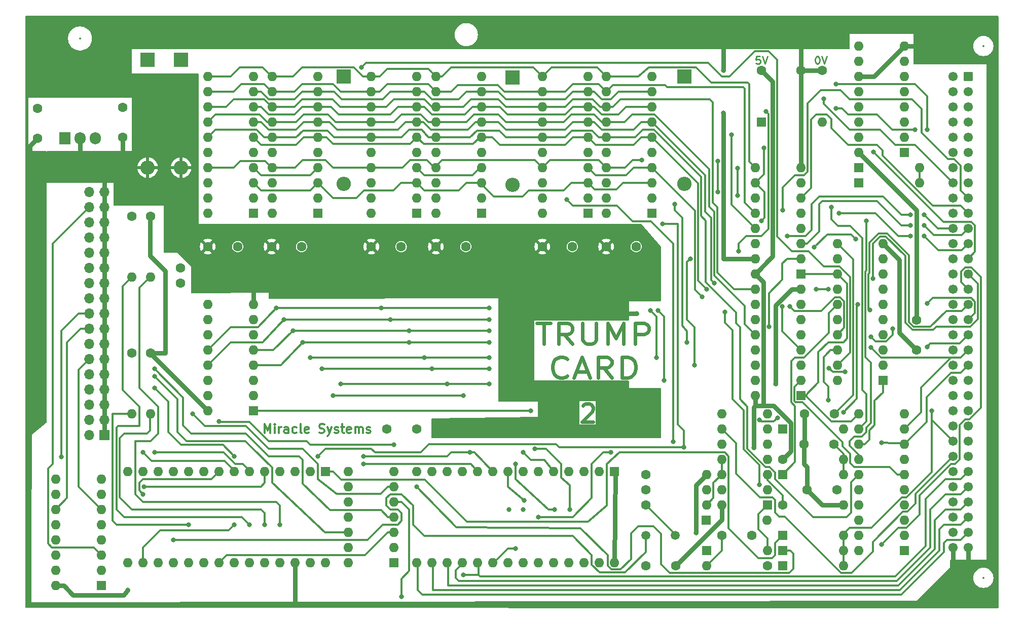
<source format=gtl>
%TF.GenerationSoftware,KiCad,Pcbnew,8.0.3+1*%
%TF.CreationDate,2024-07-26T20:17:49+02:00*%
%TF.ProjectId,ql_trump_v2_disk_interface,716c5f74-7275-46d7-905f-76325f646973,01*%
%TF.SameCoordinates,Original*%
%TF.FileFunction,Copper,L1,Top*%
%TF.FilePolarity,Positive*%
%FSLAX46Y46*%
G04 Gerber Fmt 4.6, Leading zero omitted, Abs format (unit mm)*
G04 Created by KiCad (PCBNEW 8.0.3+1) date 2024-07-26 20:17:49*
%MOMM*%
%LPD*%
G01*
G04 APERTURE LIST*
G04 Aperture macros list*
%AMRoundRect*
0 Rectangle with rounded corners*
0 $1 Rounding radius*
0 $2 $3 $4 $5 $6 $7 $8 $9 X,Y pos of 4 corners*
0 Add a 4 corners polygon primitive as box body*
4,1,4,$2,$3,$4,$5,$6,$7,$8,$9,$2,$3,0*
0 Add four circle primitives for the rounded corners*
1,1,$1+$1,$2,$3*
1,1,$1+$1,$4,$5*
1,1,$1+$1,$6,$7*
1,1,$1+$1,$8,$9*
0 Add four rect primitives between the rounded corners*
20,1,$1+$1,$2,$3,$4,$5,0*
20,1,$1+$1,$4,$5,$6,$7,0*
20,1,$1+$1,$6,$7,$8,$9,0*
20,1,$1+$1,$8,$9,$2,$3,0*%
G04 Aperture macros list end*
%ADD10C,0.300000*%
%TA.AperFunction,NonConductor*%
%ADD11C,0.300000*%
%TD*%
%ADD12C,0.600000*%
%TA.AperFunction,NonConductor*%
%ADD13C,0.600000*%
%TD*%
%ADD14C,0.250000*%
%TA.AperFunction,NonConductor*%
%ADD15C,0.250000*%
%TD*%
%TA.AperFunction,ComponentPad*%
%ADD16R,1.905000X2.000000*%
%TD*%
%TA.AperFunction,ComponentPad*%
%ADD17O,1.905000X2.000000*%
%TD*%
%TA.AperFunction,ComponentPad*%
%ADD18R,1.600000X1.600000*%
%TD*%
%TA.AperFunction,ComponentPad*%
%ADD19O,1.600000X1.600000*%
%TD*%
%TA.AperFunction,ComponentPad*%
%ADD20C,1.600000*%
%TD*%
%TA.AperFunction,ComponentPad*%
%ADD21R,2.400000X2.400000*%
%TD*%
%TA.AperFunction,ComponentPad*%
%ADD22O,2.400000X2.400000*%
%TD*%
%TA.AperFunction,ComponentPad*%
%ADD23RoundRect,0.249999X-0.525001X0.525001X-0.525001X-0.525001X0.525001X-0.525001X0.525001X0.525001X0*%
%TD*%
%TA.AperFunction,ComponentPad*%
%ADD24C,1.550000*%
%TD*%
%TA.AperFunction,ComponentPad*%
%ADD25C,1.500000*%
%TD*%
%TA.AperFunction,ComponentPad*%
%ADD26R,1.700000X1.700000*%
%TD*%
%TA.AperFunction,ComponentPad*%
%ADD27O,1.700000X1.700000*%
%TD*%
%TA.AperFunction,ViaPad*%
%ADD28C,0.800000*%
%TD*%
%TA.AperFunction,ViaPad*%
%ADD29C,1.600000*%
%TD*%
%TA.AperFunction,Conductor*%
%ADD30C,0.350000*%
%TD*%
%TA.AperFunction,Conductor*%
%ADD31C,0.750000*%
%TD*%
%TA.AperFunction,Conductor*%
%ADD32C,0.500000*%
%TD*%
%ADD33C,0.350000*%
G04 APERTURE END LIST*
D10*
D11*
X78808571Y-114089328D02*
X78808571Y-112589328D01*
X78808571Y-112589328D02*
X79308571Y-113660757D01*
X79308571Y-113660757D02*
X79808571Y-112589328D01*
X79808571Y-112589328D02*
X79808571Y-114089328D01*
X80522857Y-114089328D02*
X80522857Y-113089328D01*
X80522857Y-112589328D02*
X80451429Y-112660757D01*
X80451429Y-112660757D02*
X80522857Y-112732185D01*
X80522857Y-112732185D02*
X80594286Y-112660757D01*
X80594286Y-112660757D02*
X80522857Y-112589328D01*
X80522857Y-112589328D02*
X80522857Y-112732185D01*
X81237143Y-114089328D02*
X81237143Y-113089328D01*
X81237143Y-113375042D02*
X81308572Y-113232185D01*
X81308572Y-113232185D02*
X81380001Y-113160757D01*
X81380001Y-113160757D02*
X81522858Y-113089328D01*
X81522858Y-113089328D02*
X81665715Y-113089328D01*
X82808572Y-114089328D02*
X82808572Y-113303614D01*
X82808572Y-113303614D02*
X82737143Y-113160757D01*
X82737143Y-113160757D02*
X82594286Y-113089328D01*
X82594286Y-113089328D02*
X82308572Y-113089328D01*
X82308572Y-113089328D02*
X82165714Y-113160757D01*
X82808572Y-114017900D02*
X82665714Y-114089328D01*
X82665714Y-114089328D02*
X82308572Y-114089328D01*
X82308572Y-114089328D02*
X82165714Y-114017900D01*
X82165714Y-114017900D02*
X82094286Y-113875042D01*
X82094286Y-113875042D02*
X82094286Y-113732185D01*
X82094286Y-113732185D02*
X82165714Y-113589328D01*
X82165714Y-113589328D02*
X82308572Y-113517900D01*
X82308572Y-113517900D02*
X82665714Y-113517900D01*
X82665714Y-113517900D02*
X82808572Y-113446471D01*
X84165715Y-114017900D02*
X84022857Y-114089328D01*
X84022857Y-114089328D02*
X83737143Y-114089328D01*
X83737143Y-114089328D02*
X83594286Y-114017900D01*
X83594286Y-114017900D02*
X83522857Y-113946471D01*
X83522857Y-113946471D02*
X83451429Y-113803614D01*
X83451429Y-113803614D02*
X83451429Y-113375042D01*
X83451429Y-113375042D02*
X83522857Y-113232185D01*
X83522857Y-113232185D02*
X83594286Y-113160757D01*
X83594286Y-113160757D02*
X83737143Y-113089328D01*
X83737143Y-113089328D02*
X84022857Y-113089328D01*
X84022857Y-113089328D02*
X84165715Y-113160757D01*
X85022857Y-114089328D02*
X84880000Y-114017900D01*
X84880000Y-114017900D02*
X84808571Y-113875042D01*
X84808571Y-113875042D02*
X84808571Y-112589328D01*
X86165714Y-114017900D02*
X86022857Y-114089328D01*
X86022857Y-114089328D02*
X85737143Y-114089328D01*
X85737143Y-114089328D02*
X85594285Y-114017900D01*
X85594285Y-114017900D02*
X85522857Y-113875042D01*
X85522857Y-113875042D02*
X85522857Y-113303614D01*
X85522857Y-113303614D02*
X85594285Y-113160757D01*
X85594285Y-113160757D02*
X85737143Y-113089328D01*
X85737143Y-113089328D02*
X86022857Y-113089328D01*
X86022857Y-113089328D02*
X86165714Y-113160757D01*
X86165714Y-113160757D02*
X86237143Y-113303614D01*
X86237143Y-113303614D02*
X86237143Y-113446471D01*
X86237143Y-113446471D02*
X85522857Y-113589328D01*
X87951428Y-114017900D02*
X88165714Y-114089328D01*
X88165714Y-114089328D02*
X88522856Y-114089328D01*
X88522856Y-114089328D02*
X88665714Y-114017900D01*
X88665714Y-114017900D02*
X88737142Y-113946471D01*
X88737142Y-113946471D02*
X88808571Y-113803614D01*
X88808571Y-113803614D02*
X88808571Y-113660757D01*
X88808571Y-113660757D02*
X88737142Y-113517900D01*
X88737142Y-113517900D02*
X88665714Y-113446471D01*
X88665714Y-113446471D02*
X88522856Y-113375042D01*
X88522856Y-113375042D02*
X88237142Y-113303614D01*
X88237142Y-113303614D02*
X88094285Y-113232185D01*
X88094285Y-113232185D02*
X88022856Y-113160757D01*
X88022856Y-113160757D02*
X87951428Y-113017900D01*
X87951428Y-113017900D02*
X87951428Y-112875042D01*
X87951428Y-112875042D02*
X88022856Y-112732185D01*
X88022856Y-112732185D02*
X88094285Y-112660757D01*
X88094285Y-112660757D02*
X88237142Y-112589328D01*
X88237142Y-112589328D02*
X88594285Y-112589328D01*
X88594285Y-112589328D02*
X88808571Y-112660757D01*
X89308570Y-113089328D02*
X89665713Y-114089328D01*
X90022856Y-113089328D02*
X89665713Y-114089328D01*
X89665713Y-114089328D02*
X89522856Y-114446471D01*
X89522856Y-114446471D02*
X89451427Y-114517900D01*
X89451427Y-114517900D02*
X89308570Y-114589328D01*
X90522856Y-114017900D02*
X90665713Y-114089328D01*
X90665713Y-114089328D02*
X90951427Y-114089328D01*
X90951427Y-114089328D02*
X91094284Y-114017900D01*
X91094284Y-114017900D02*
X91165713Y-113875042D01*
X91165713Y-113875042D02*
X91165713Y-113803614D01*
X91165713Y-113803614D02*
X91094284Y-113660757D01*
X91094284Y-113660757D02*
X90951427Y-113589328D01*
X90951427Y-113589328D02*
X90737142Y-113589328D01*
X90737142Y-113589328D02*
X90594284Y-113517900D01*
X90594284Y-113517900D02*
X90522856Y-113375042D01*
X90522856Y-113375042D02*
X90522856Y-113303614D01*
X90522856Y-113303614D02*
X90594284Y-113160757D01*
X90594284Y-113160757D02*
X90737142Y-113089328D01*
X90737142Y-113089328D02*
X90951427Y-113089328D01*
X90951427Y-113089328D02*
X91094284Y-113160757D01*
X91594285Y-113089328D02*
X92165713Y-113089328D01*
X91808570Y-112589328D02*
X91808570Y-113875042D01*
X91808570Y-113875042D02*
X91879999Y-114017900D01*
X91879999Y-114017900D02*
X92022856Y-114089328D01*
X92022856Y-114089328D02*
X92165713Y-114089328D01*
X93237142Y-114017900D02*
X93094285Y-114089328D01*
X93094285Y-114089328D02*
X92808571Y-114089328D01*
X92808571Y-114089328D02*
X92665713Y-114017900D01*
X92665713Y-114017900D02*
X92594285Y-113875042D01*
X92594285Y-113875042D02*
X92594285Y-113303614D01*
X92594285Y-113303614D02*
X92665713Y-113160757D01*
X92665713Y-113160757D02*
X92808571Y-113089328D01*
X92808571Y-113089328D02*
X93094285Y-113089328D01*
X93094285Y-113089328D02*
X93237142Y-113160757D01*
X93237142Y-113160757D02*
X93308571Y-113303614D01*
X93308571Y-113303614D02*
X93308571Y-113446471D01*
X93308571Y-113446471D02*
X92594285Y-113589328D01*
X93951427Y-114089328D02*
X93951427Y-113089328D01*
X93951427Y-113232185D02*
X94022856Y-113160757D01*
X94022856Y-113160757D02*
X94165713Y-113089328D01*
X94165713Y-113089328D02*
X94379999Y-113089328D01*
X94379999Y-113089328D02*
X94522856Y-113160757D01*
X94522856Y-113160757D02*
X94594285Y-113303614D01*
X94594285Y-113303614D02*
X94594285Y-114089328D01*
X94594285Y-113303614D02*
X94665713Y-113160757D01*
X94665713Y-113160757D02*
X94808570Y-113089328D01*
X94808570Y-113089328D02*
X95022856Y-113089328D01*
X95022856Y-113089328D02*
X95165713Y-113160757D01*
X95165713Y-113160757D02*
X95237142Y-113303614D01*
X95237142Y-113303614D02*
X95237142Y-114089328D01*
X95879999Y-114017900D02*
X96022856Y-114089328D01*
X96022856Y-114089328D02*
X96308570Y-114089328D01*
X96308570Y-114089328D02*
X96451427Y-114017900D01*
X96451427Y-114017900D02*
X96522856Y-113875042D01*
X96522856Y-113875042D02*
X96522856Y-113803614D01*
X96522856Y-113803614D02*
X96451427Y-113660757D01*
X96451427Y-113660757D02*
X96308570Y-113589328D01*
X96308570Y-113589328D02*
X96094285Y-113589328D01*
X96094285Y-113589328D02*
X95951427Y-113517900D01*
X95951427Y-113517900D02*
X95879999Y-113375042D01*
X95879999Y-113375042D02*
X95879999Y-113303614D01*
X95879999Y-113303614D02*
X95951427Y-113160757D01*
X95951427Y-113160757D02*
X96094285Y-113089328D01*
X96094285Y-113089328D02*
X96308570Y-113089328D01*
X96308570Y-113089328D02*
X96451427Y-113160757D01*
D12*
D13*
X131984857Y-109513371D02*
X132127714Y-109370514D01*
X132127714Y-109370514D02*
X132413429Y-109227657D01*
X132413429Y-109227657D02*
X133127714Y-109227657D01*
X133127714Y-109227657D02*
X133413429Y-109370514D01*
X133413429Y-109370514D02*
X133556286Y-109513371D01*
X133556286Y-109513371D02*
X133699143Y-109799085D01*
X133699143Y-109799085D02*
X133699143Y-110084800D01*
X133699143Y-110084800D02*
X133556286Y-110513371D01*
X133556286Y-110513371D02*
X131842000Y-112227657D01*
X131842000Y-112227657D02*
X133699143Y-112227657D01*
D12*
D13*
X124334190Y-95727565D02*
X126619904Y-95727565D01*
X125477047Y-99227565D02*
X125477047Y-95727565D01*
X130238952Y-99227565D02*
X128905618Y-97560899D01*
X127953237Y-99227565D02*
X127953237Y-95727565D01*
X127953237Y-95727565D02*
X129477047Y-95727565D01*
X129477047Y-95727565D02*
X129857999Y-95894232D01*
X129857999Y-95894232D02*
X130048476Y-96060899D01*
X130048476Y-96060899D02*
X130238952Y-96394232D01*
X130238952Y-96394232D02*
X130238952Y-96894232D01*
X130238952Y-96894232D02*
X130048476Y-97227565D01*
X130048476Y-97227565D02*
X129857999Y-97394232D01*
X129857999Y-97394232D02*
X129477047Y-97560899D01*
X129477047Y-97560899D02*
X127953237Y-97560899D01*
X131953237Y-95727565D02*
X131953237Y-98560899D01*
X131953237Y-98560899D02*
X132143714Y-98894232D01*
X132143714Y-98894232D02*
X132334190Y-99060899D01*
X132334190Y-99060899D02*
X132715142Y-99227565D01*
X132715142Y-99227565D02*
X133477047Y-99227565D01*
X133477047Y-99227565D02*
X133857999Y-99060899D01*
X133857999Y-99060899D02*
X134048476Y-98894232D01*
X134048476Y-98894232D02*
X134238952Y-98560899D01*
X134238952Y-98560899D02*
X134238952Y-95727565D01*
X136143713Y-99227565D02*
X136143713Y-95727565D01*
X136143713Y-95727565D02*
X137477047Y-98227565D01*
X137477047Y-98227565D02*
X138810380Y-95727565D01*
X138810380Y-95727565D02*
X138810380Y-99227565D01*
X140715142Y-99227565D02*
X140715142Y-95727565D01*
X140715142Y-95727565D02*
X142238952Y-95727565D01*
X142238952Y-95727565D02*
X142619904Y-95894232D01*
X142619904Y-95894232D02*
X142810381Y-96060899D01*
X142810381Y-96060899D02*
X143000857Y-96394232D01*
X143000857Y-96394232D02*
X143000857Y-96894232D01*
X143000857Y-96894232D02*
X142810381Y-97227565D01*
X142810381Y-97227565D02*
X142619904Y-97394232D01*
X142619904Y-97394232D02*
X142238952Y-97560899D01*
X142238952Y-97560899D02*
X140715142Y-97560899D01*
X129381810Y-104529036D02*
X129191334Y-104695703D01*
X129191334Y-104695703D02*
X128619905Y-104862369D01*
X128619905Y-104862369D02*
X128238953Y-104862369D01*
X128238953Y-104862369D02*
X127667524Y-104695703D01*
X127667524Y-104695703D02*
X127286572Y-104362369D01*
X127286572Y-104362369D02*
X127096095Y-104029036D01*
X127096095Y-104029036D02*
X126905619Y-103362369D01*
X126905619Y-103362369D02*
X126905619Y-102862369D01*
X126905619Y-102862369D02*
X127096095Y-102195703D01*
X127096095Y-102195703D02*
X127286572Y-101862369D01*
X127286572Y-101862369D02*
X127667524Y-101529036D01*
X127667524Y-101529036D02*
X128238953Y-101362369D01*
X128238953Y-101362369D02*
X128619905Y-101362369D01*
X128619905Y-101362369D02*
X129191334Y-101529036D01*
X129191334Y-101529036D02*
X129381810Y-101695703D01*
X130905619Y-103862369D02*
X132810381Y-103862369D01*
X130524667Y-104862369D02*
X131858000Y-101362369D01*
X131858000Y-101362369D02*
X133191334Y-104862369D01*
X136810381Y-104862369D02*
X135477047Y-103195703D01*
X134524666Y-104862369D02*
X134524666Y-101362369D01*
X134524666Y-101362369D02*
X136048476Y-101362369D01*
X136048476Y-101362369D02*
X136429428Y-101529036D01*
X136429428Y-101529036D02*
X136619905Y-101695703D01*
X136619905Y-101695703D02*
X136810381Y-102029036D01*
X136810381Y-102029036D02*
X136810381Y-102529036D01*
X136810381Y-102529036D02*
X136619905Y-102862369D01*
X136619905Y-102862369D02*
X136429428Y-103029036D01*
X136429428Y-103029036D02*
X136048476Y-103195703D01*
X136048476Y-103195703D02*
X134524666Y-103195703D01*
X138524666Y-104862369D02*
X138524666Y-101362369D01*
X138524666Y-101362369D02*
X139477047Y-101362369D01*
X139477047Y-101362369D02*
X140048476Y-101529036D01*
X140048476Y-101529036D02*
X140429428Y-101862369D01*
X140429428Y-101862369D02*
X140619905Y-102195703D01*
X140619905Y-102195703D02*
X140810381Y-102862369D01*
X140810381Y-102862369D02*
X140810381Y-103362369D01*
X140810381Y-103362369D02*
X140619905Y-104029036D01*
X140619905Y-104029036D02*
X140429428Y-104362369D01*
X140429428Y-104362369D02*
X140048476Y-104695703D01*
X140048476Y-104695703D02*
X139477047Y-104862369D01*
X139477047Y-104862369D02*
X138524666Y-104862369D01*
D14*
D15*
X161572428Y-51131273D02*
X160977190Y-51131273D01*
X160977190Y-51131273D02*
X160917666Y-51726511D01*
X160917666Y-51726511D02*
X160977190Y-51666988D01*
X160977190Y-51666988D02*
X161096237Y-51607464D01*
X161096237Y-51607464D02*
X161393856Y-51607464D01*
X161393856Y-51607464D02*
X161512904Y-51666988D01*
X161512904Y-51666988D02*
X161572428Y-51726511D01*
X161572428Y-51726511D02*
X161631951Y-51845559D01*
X161631951Y-51845559D02*
X161631951Y-52143178D01*
X161631951Y-52143178D02*
X161572428Y-52262226D01*
X161572428Y-52262226D02*
X161512904Y-52321750D01*
X161512904Y-52321750D02*
X161393856Y-52381273D01*
X161393856Y-52381273D02*
X161096237Y-52381273D01*
X161096237Y-52381273D02*
X160977190Y-52321750D01*
X160977190Y-52321750D02*
X160917666Y-52262226D01*
X161989094Y-51131273D02*
X162405761Y-52381273D01*
X162405761Y-52381273D02*
X162822427Y-51131273D01*
X171096238Y-51131273D02*
X171215285Y-51131273D01*
X171215285Y-51131273D02*
X171334333Y-51190797D01*
X171334333Y-51190797D02*
X171393857Y-51250321D01*
X171393857Y-51250321D02*
X171453381Y-51369369D01*
X171453381Y-51369369D02*
X171512904Y-51607464D01*
X171512904Y-51607464D02*
X171512904Y-51905083D01*
X171512904Y-51905083D02*
X171453381Y-52143178D01*
X171453381Y-52143178D02*
X171393857Y-52262226D01*
X171393857Y-52262226D02*
X171334333Y-52321750D01*
X171334333Y-52321750D02*
X171215285Y-52381273D01*
X171215285Y-52381273D02*
X171096238Y-52381273D01*
X171096238Y-52381273D02*
X170977190Y-52321750D01*
X170977190Y-52321750D02*
X170917666Y-52262226D01*
X170917666Y-52262226D02*
X170858143Y-52143178D01*
X170858143Y-52143178D02*
X170798619Y-51905083D01*
X170798619Y-51905083D02*
X170798619Y-51607464D01*
X170798619Y-51607464D02*
X170858143Y-51369369D01*
X170858143Y-51369369D02*
X170917666Y-51250321D01*
X170917666Y-51250321D02*
X170977190Y-51190797D01*
X170977190Y-51190797D02*
X171096238Y-51131273D01*
X171870047Y-51131273D02*
X172286714Y-52381273D01*
X172286714Y-52381273D02*
X172703380Y-51131273D01*
D16*
%TO.P,U18,1,VI*%
%TO.N,+9V*%
X45466000Y-64793000D03*
D17*
%TO.P,U18,2,GND*%
%TO.N,GND*%
X48006000Y-64793000D03*
%TO.P,U18,3,VO*%
%TO.N,+5V*%
X50546000Y-64793000D03*
%TD*%
D18*
%TO.P,U6,1,S*%
%TO.N,/MUX*%
X168402000Y-87503000D03*
D19*
%TO.P,U6,2,I0a*%
%TO.N,/A7*%
X168402000Y-84963000D03*
%TO.P,U6,3,I1a*%
%TO.N,/A5*%
X168402000Y-82423000D03*
%TO.P,U6,4,Za*%
%TO.N,/MA2*%
X168402000Y-79883000D03*
%TO.P,U6,5,I0b*%
%TO.N,/A6*%
X168402000Y-77343000D03*
%TO.P,U6,6,I1b*%
%TO.N,/A4*%
X168402000Y-74803000D03*
%TO.P,U6,7,Zb*%
%TO.N,/MA3*%
X168402000Y-72263000D03*
%TO.P,U6,8,GND*%
%TO.N,GND*%
X168402000Y-69723000D03*
%TO.P,U6,9,Zc*%
%TO.N,/MA4*%
X160782000Y-69723000D03*
%TO.P,U6,10,I1c*%
%TO.N,/A2*%
X160782000Y-72263000D03*
%TO.P,U6,11,I0c*%
%TO.N,/A3*%
X160782000Y-74803000D03*
%TO.P,U6,12,Zd*%
%TO.N,/MA5*%
X160782000Y-77343000D03*
%TO.P,U6,13,I1d*%
%TO.N,/A1*%
X160782000Y-79883000D03*
%TO.P,U6,14,I0d*%
%TO.N,/A0*%
X160782000Y-82423000D03*
%TO.P,U6,15,E*%
%TO.N,GND*%
X160782000Y-84963000D03*
%TO.P,U6,16,VCC*%
%TO.N,+5V*%
X160782000Y-87503000D03*
%TD*%
D20*
%TO.P,C3,1*%
%TO.N,Net-(D5-A)*%
X173910000Y-115951000D03*
%TO.P,C3,2*%
%TO.N,GND*%
X168910000Y-115951000D03*
%TD*%
%TO.P,C15,1*%
%TO.N,+9V*%
X40894000Y-59793000D03*
%TO.P,C15,2*%
%TO.N,GND*%
X40894000Y-64793000D03*
%TD*%
D21*
%TO.P,C25,1*%
%TO.N,+5V*%
X148982500Y-54483000D03*
D22*
%TO.P,C25,2*%
%TO.N,GND*%
X148982500Y-72483000D03*
%TD*%
D18*
%TO.P,U10,1,D0*%
%TO.N,/D4*%
X104257000Y-77338000D03*
D19*
%TO.P,U10,2,D1*%
%TO.N,/D5*%
X104257000Y-74798000D03*
%TO.P,U10,3,~{WR}*%
%TO.N,/RW*%
X104257000Y-72258000D03*
%TO.P,U10,4,~{RAS}*%
%TO.N,/RAS1*%
X104257000Y-69718000D03*
%TO.P,U10,5,N.C.*%
%TO.N,unconnected-(U10-N.C.-Pad5)*%
X104257000Y-67178000D03*
%TO.P,U10,6,A0*%
%TO.N,/MA0*%
X104257000Y-64638000D03*
%TO.P,U10,7,A1*%
%TO.N,/MA1*%
X104257000Y-62098000D03*
%TO.P,U10,8,A2*%
%TO.N,/MA2*%
X104257000Y-59558000D03*
%TO.P,U10,9,A3*%
%TO.N,/MA3*%
X104257000Y-57018000D03*
%TO.P,U10,10,VCC*%
%TO.N,+5V*%
X104257000Y-54478000D03*
%TO.P,U10,11,A4*%
%TO.N,/MA4*%
X96637000Y-54478000D03*
%TO.P,U10,12,A5*%
%TO.N,/MA5*%
X96637000Y-57018000D03*
%TO.P,U10,13,A6*%
%TO.N,/MA6*%
X96637000Y-59558000D03*
%TO.P,U10,14,A7*%
%TO.N,/MA7*%
X96637000Y-62098000D03*
%TO.P,U10,15,A8*%
%TO.N,/MA8*%
X96637000Y-64638000D03*
%TO.P,U10,16,~{OE}*%
%TO.N,GND*%
X96637000Y-67178000D03*
%TO.P,U10,17,~{CAS}*%
%TO.N,/CAS*%
X96637000Y-69718000D03*
%TO.P,U10,18,D2*%
%TO.N,/D6*%
X96637000Y-72258000D03*
%TO.P,U10,19,D3*%
%TO.N,/D7*%
X96637000Y-74798000D03*
%TO.P,U10,20,GND*%
%TO.N,GND*%
X96637000Y-77338000D03*
%TD*%
D20*
%TO.P,R4,1*%
%TO.N,Net-(D4-K)*%
X142494000Y-121031000D03*
D19*
%TO.P,R4,2*%
%TO.N,GND*%
X152654000Y-121031000D03*
%TD*%
D18*
%TO.P,U2,1,I1/CLK*%
%TO.N,Net-(U1-IO7)*%
X182118000Y-105283000D03*
D19*
%TO.P,U2,2,I2*%
%TO.N,/A19*%
X182118000Y-102743000D03*
%TO.P,U2,3,I3*%
%TO.N,/A18*%
X182118000Y-100203000D03*
%TO.P,U2,4,I4*%
%TO.N,/A17*%
X182118000Y-97663000D03*
%TO.P,U2,5,I5*%
%TO.N,/DS*%
X182118000Y-95123000D03*
%TO.P,U2,6,I6*%
%TO.N,Net-(U2-I6)*%
X182118000Y-92583000D03*
%TO.P,U2,7,I7*%
%TO.N,Net-(U2-I7)*%
X182118000Y-90043000D03*
%TO.P,U2,8,I8*%
%TO.N,Net-(U2-I8)*%
X182118000Y-87503000D03*
%TO.P,U2,9,I9*%
%TO.N,/GAL2_P9*%
X182118000Y-84963000D03*
%TO.P,U2,10,GND*%
%TO.N,GND*%
X182118000Y-82423000D03*
%TO.P,U2,11,I10/~{OE}*%
%TO.N,Net-(D4-K)*%
X174498000Y-82423000D03*
%TO.P,U2,12,IO8*%
%TO.N,/CAS*%
X174498000Y-84963000D03*
%TO.P,U2,13,IO7*%
%TO.N,/MUX*%
X174498000Y-87503000D03*
%TO.P,U2,14,IO6*%
%TO.N,Net-(D3-K)*%
X174498000Y-90043000D03*
%TO.P,U2,15,IO5*%
%TO.N,/GAL2_P15*%
X174498000Y-92583000D03*
%TO.P,U2,16,IO4*%
%TO.N,Net-(D2-K)*%
X174498000Y-95123000D03*
%TO.P,U2,17,I03*%
%TO.N,/RAS2*%
X174498000Y-97663000D03*
%TO.P,U2,18,IO2*%
%TO.N,/RAS1*%
X174498000Y-100203000D03*
%TO.P,U2,19,IO1*%
%TO.N,/RAS0*%
X174498000Y-102743000D03*
%TO.P,U2,20,VCC*%
%TO.N,+5V*%
X174498000Y-105283000D03*
%TD*%
D18*
%TO.P,U7,1,D0*%
%TO.N,/D0*%
X143510000Y-77343000D03*
D19*
%TO.P,U7,2,D1*%
%TO.N,/D1*%
X143510000Y-74803000D03*
%TO.P,U7,3,~{WR}*%
%TO.N,/RW*%
X143510000Y-72263000D03*
%TO.P,U7,4,~{RAS}*%
%TO.N,/RAS2*%
X143510000Y-69723000D03*
%TO.P,U7,5,N.C.*%
%TO.N,unconnected-(U7-N.C.-Pad5)*%
X143510000Y-67183000D03*
%TO.P,U7,6,A0*%
%TO.N,/MA0*%
X143510000Y-64643000D03*
%TO.P,U7,7,A1*%
%TO.N,/MA1*%
X143510000Y-62103000D03*
%TO.P,U7,8,A2*%
%TO.N,/MA2*%
X143510000Y-59563000D03*
%TO.P,U7,9,A3*%
%TO.N,/MA3*%
X143510000Y-57023000D03*
%TO.P,U7,10,VCC*%
%TO.N,+5V*%
X143510000Y-54483000D03*
%TO.P,U7,11,A4*%
%TO.N,/MA4*%
X135890000Y-54483000D03*
%TO.P,U7,12,A5*%
%TO.N,/MA5*%
X135890000Y-57023000D03*
%TO.P,U7,13,A6*%
%TO.N,/MA6*%
X135890000Y-59563000D03*
%TO.P,U7,14,A7*%
%TO.N,/MA7*%
X135890000Y-62103000D03*
%TO.P,U7,15,A8*%
%TO.N,/MA8*%
X135890000Y-64643000D03*
%TO.P,U7,16,~{OE}*%
%TO.N,GND*%
X135890000Y-67183000D03*
%TO.P,U7,17,~{CAS}*%
%TO.N,/CAS*%
X135890000Y-69723000D03*
%TO.P,U7,18,D2*%
%TO.N,/D2*%
X135890000Y-72263000D03*
%TO.P,U7,19,D3*%
%TO.N,/D3*%
X135890000Y-74803000D03*
%TO.P,U7,20,GND*%
%TO.N,GND*%
X135890000Y-77343000D03*
%TD*%
D18*
%TO.P,U14,1,VPP*%
%TO.N,+5V*%
X137287000Y-120523000D03*
D19*
%TO.P,U14,2,A12*%
%TO.N,/A12*%
X134747000Y-120523000D03*
%TO.P,U14,3,A7*%
%TO.N,/A7*%
X132207000Y-120523000D03*
%TO.P,U14,4,A6*%
%TO.N,/A6*%
X129667000Y-120523000D03*
%TO.P,U14,5,A5*%
%TO.N,/A5*%
X127127000Y-120523000D03*
%TO.P,U14,6,A4*%
%TO.N,/A4*%
X124587000Y-120523000D03*
%TO.P,U14,7,A3*%
%TO.N,/A3*%
X122047000Y-120523000D03*
%TO.P,U14,8,A2*%
%TO.N,/A2*%
X119507000Y-120523000D03*
%TO.P,U14,9,A1*%
%TO.N,/A1*%
X116967000Y-120523000D03*
%TO.P,U14,10,A0*%
%TO.N,/A0*%
X114427000Y-120523000D03*
%TO.P,U14,11,D0*%
%TO.N,/D0*%
X111887000Y-120523000D03*
%TO.P,U14,12,D1*%
%TO.N,/D1*%
X109347000Y-120523000D03*
%TO.P,U14,13,D2*%
%TO.N,/D2*%
X106807000Y-120523000D03*
%TO.P,U14,14,GND*%
%TO.N,GND*%
X104267000Y-120523000D03*
%TO.P,U14,15,D3*%
%TO.N,/D3*%
X104267000Y-135763000D03*
%TO.P,U14,16,D4*%
%TO.N,/D4*%
X106807000Y-135763000D03*
%TO.P,U14,17,D5*%
%TO.N,/D5*%
X109347000Y-135763000D03*
%TO.P,U14,18,D6*%
%TO.N,/D6*%
X111887000Y-135763000D03*
%TO.P,U14,19,D7*%
%TO.N,/D7*%
X114427000Y-135763000D03*
%TO.P,U14,20,~{CE}*%
%TO.N,/ROM_CE*%
X116967000Y-135763000D03*
%TO.P,U14,21,A10*%
%TO.N,/A10*%
X119507000Y-135763000D03*
%TO.P,U14,22,~{OE}*%
%TO.N,/ROM_OE*%
X122047000Y-135763000D03*
%TO.P,U14,23,A11*%
%TO.N,/A11*%
X124587000Y-135763000D03*
%TO.P,U14,24,A9*%
%TO.N,/A9*%
X127127000Y-135763000D03*
%TO.P,U14,25,A8*%
%TO.N,/A8*%
X129667000Y-135763000D03*
%TO.P,U14,26,A13*%
%TO.N,/A13*%
X132207000Y-135763000D03*
%TO.P,U14,27,A14*%
%TO.N,/A14*%
X134747000Y-135763000D03*
%TO.P,U14,28,VCC*%
%TO.N,+5V*%
X137287000Y-135763000D03*
%TD*%
D18*
%TO.P,D8,1,K*%
%TO.N,/ROM_CE*%
X165354000Y-136271000D03*
D19*
%TO.P,D8,2,A*%
%TO.N,/DTACKL*%
X175514000Y-136271000D03*
%TD*%
D23*
%TO.P,J1,a1,Vin*%
%TO.N,+9V*%
X196342000Y-54483000D03*
D24*
%TO.P,J1,a2,-12V*%
%TO.N,unconnected-(J1--12V-Pada2)*%
X196342000Y-57023000D03*
%TO.P,J1,a3,+12V*%
%TO.N,unconnected-(J1-+12V-Pada3)*%
X196342000Y-59563000D03*
%TO.P,J1,a4,SP0*%
%TO.N,/SP0*%
X196342000Y-62103000D03*
%TO.P,J1,a5,SP1*%
%TO.N,/SP1*%
X196342000Y-64643000D03*
%TO.P,J1,a6,~{DSMC}*%
%TO.N,/DSMC*%
X196342000Y-67183000D03*
%TO.P,J1,a7,SP2*%
%TO.N,/SP2*%
X196342000Y-69723000D03*
%TO.P,J1,a8,~{DBG}*%
%TO.N,unconnected-(J1-~{DBG}-Pada8)*%
X196342000Y-72263000D03*
%TO.P,J1,a9,A3*%
%TO.N,/A3*%
X196342000Y-74803000D03*
%TO.P,J1,a10,A4*%
%TO.N,/A4*%
X196342000Y-77343000D03*
%TO.P,J1,a11,A5*%
%TO.N,/A5*%
X196342000Y-79883000D03*
%TO.P,J1,a12,A6*%
%TO.N,/A6*%
X196342000Y-82423000D03*
%TO.P,J1,a13,A7*%
%TO.N,/A7*%
X196342000Y-84963000D03*
%TO.P,J1,a14,A8*%
%TO.N,/A8*%
X196342000Y-87503000D03*
%TO.P,J1,a15,A9*%
%TO.N,/A9*%
X196342000Y-90043000D03*
%TO.P,J1,a16,A10*%
%TO.N,/A10*%
X196342000Y-92583000D03*
%TO.P,J1,a17,A11*%
%TO.N,/A11*%
X196342000Y-95123000D03*
%TO.P,J1,a18,A12*%
%TO.N,/A12*%
X196342000Y-97663000D03*
%TO.P,J1,a19,A13*%
%TO.N,/A13*%
X196342000Y-100203000D03*
%TO.P,J1,a20,A14*%
%TO.N,/A14*%
X196342000Y-102743000D03*
%TO.P,J1,a21,RED*%
%TO.N,unconnected-(J1-RED-Pada21)*%
X196342000Y-105283000D03*
%TO.P,J1,a22,CLKCPU*%
%TO.N,unconnected-(J1-CLKCPU-Pada22)*%
X196342000Y-107823000D03*
%TO.P,J1,a23,A16*%
%TO.N,/A16*%
X196342000Y-110363000D03*
%TO.P,J1,a24,A17*%
%TO.N,/A17*%
X196342000Y-112903000D03*
%TO.P,J1,a25,A18*%
%TO.N,/A18*%
X196342000Y-115443000D03*
%TO.P,J1,a26,A19*%
%TO.N,/A19*%
X196342000Y-117983000D03*
%TO.P,J1,a27,D7*%
%TO.N,/D7*%
X196342000Y-120523000D03*
%TO.P,J1,a28,D6*%
%TO.N,/D6*%
X196342000Y-123063000D03*
%TO.P,J1,a29,D5*%
%TO.N,/D5*%
X196342000Y-125603000D03*
%TO.P,J1,a30,D4*%
%TO.N,/D4*%
X196342000Y-128143000D03*
%TO.P,J1,a31,D3*%
%TO.N,/D3*%
X196342000Y-130683000D03*
%TO.P,J1,a32,GND*%
%TO.N,GND*%
X196342000Y-133223000D03*
%TO.P,J1,b1,Vin*%
%TO.N,+9V*%
X193802000Y-54483000D03*
%TO.P,J1,b2,Vin*%
X193802000Y-57023000D03*
%TO.P,J1,b3,~{EXTINT}*%
%TO.N,/EXTINTL*%
X193802000Y-59563000D03*
%TO.P,J1,b4,~{IPL1}*%
%TO.N,unconnected-(J1-~{IPL1}-Padb4)*%
X193802000Y-62103000D03*
%TO.P,J1,b5,~{BERR}*%
%TO.N,unconnected-(J1-~{BERR}-Padb5)*%
X193802000Y-64643000D03*
%TO.P,J1,b6,~{IPLO}*%
%TO.N,unconnected-(J1-~{IPLO}-Padb6)*%
X193802000Y-67183000D03*
%TO.P,J1,b7,SP3*%
%TO.N,/SP3*%
X193802000Y-69723000D03*
%TO.P,J1,b8,A2*%
%TO.N,/A2*%
X193802000Y-72263000D03*
%TO.P,J1,b9,G9*%
%TO.N,/A1*%
X193802000Y-74803000D03*
%TO.P,J1,b10,ROMOEH*%
%TO.N,unconnected-(J1-ROMOEH-Padb10)*%
X193802000Y-77343000D03*
%TO.P,J1,b11,A0*%
%TO.N,/A0*%
X193802000Y-79883000D03*
%TO.P,J1,b12,FC0*%
%TO.N,unconnected-(J1-FC0-Padb12)*%
X193802000Y-82423000D03*
%TO.P,J1,b13,FC1*%
%TO.N,unconnected-(J1-FC1-Padb13)*%
X193802000Y-84963000D03*
%TO.P,J1,b14,FC2*%
%TO.N,unconnected-(J1-FC2-Padb14)*%
X193802000Y-87503000D03*
%TO.P,J1,b15,BLUE*%
%TO.N,unconnected-(J1-BLUE-Padb15)*%
X193802000Y-90043000D03*
%TO.P,J1,b16,GREEN*%
%TO.N,unconnected-(J1-GREEN-Padb16)*%
X193802000Y-92583000D03*
%TO.P,J1,b17,~{VPA}*%
%TO.N,/VPA*%
X193802000Y-95123000D03*
%TO.P,J1,b18,VSYNCH*%
%TO.N,unconnected-(J1-VSYNCH-Padb18)*%
X193802000Y-97663000D03*
%TO.P,J1,b19,E*%
%TO.N,/E*%
X193802000Y-100203000D03*
%TO.P,J1,b20,~{CSYNC}*%
%TO.N,unconnected-(J1-~{CSYNC}-Padb20)*%
X193802000Y-102743000D03*
%TO.P,J1,b21,~{RESETCPU}*%
%TO.N,/RESET*%
X193802000Y-105283000D03*
%TO.P,J1,b22,A15*%
%TO.N,/A15*%
X193802000Y-107823000D03*
%TO.P,J1,b23,~{BR}*%
%TO.N,unconnected-(J1-~{BR}-Padb23)*%
X193802000Y-110363000D03*
%TO.P,J1,b24,~{BG}*%
%TO.N,unconnected-(J1-~{BG}-Padb24)*%
X193802000Y-112903000D03*
%TO.P,J1,b25,~{DTACK}*%
%TO.N,/DTACKL*%
X193802000Y-115443000D03*
%TO.P,J1,b26,~{DRW}*%
%TO.N,/RW*%
X193802000Y-117983000D03*
%TO.P,J1,b27,~{DS}*%
%TO.N,/DS*%
X193802000Y-120523000D03*
%TO.P,J1,b28,~{AS}*%
%TO.N,unconnected-(J1-~{AS}-Padb28)*%
X193802000Y-123063000D03*
%TO.P,J1,b29,D0*%
%TO.N,/D0*%
X193802000Y-125603000D03*
%TO.P,J1,b30,D1*%
%TO.N,/D1*%
X193802000Y-128143000D03*
%TO.P,J1,b31,D2*%
%TO.N,/D2*%
X193802000Y-130683000D03*
%TO.P,J1,b32,GND*%
%TO.N,GND*%
X193802000Y-133223000D03*
%TD*%
D25*
%TO.P,Y1,1,1*%
%TO.N,/CLK*%
X142494000Y-131191000D03*
%TO.P,Y1,2,2*%
%TO.N,Net-(R6-Pad1)*%
X147394000Y-131191000D03*
%TD*%
D18*
%TO.P,D10,1,K*%
%TO.N,/CLKCT*%
X152654000Y-133731000D03*
D19*
%TO.P,D10,2,A*%
%TO.N,Net-(D10-A)*%
X162814000Y-133731000D03*
%TD*%
D26*
%TO.P,J2,1,Pin_1*%
%TO.N,GND*%
X52070000Y-114427000D03*
D27*
%TO.P,J2,2,Pin_2*%
%TO.N,unconnected-(J2-Pin_2-Pad2)*%
X49530000Y-114427000D03*
%TO.P,J2,3,Pin_3*%
%TO.N,GND*%
X52070000Y-111887000D03*
%TO.P,J2,4,Pin_4*%
%TO.N,unconnected-(J2-Pin_4-Pad4)*%
X49530000Y-111887000D03*
%TO.P,J2,5,Pin_5*%
%TO.N,GND*%
X52070000Y-109347000D03*
%TO.P,J2,6,Pin_6*%
%TO.N,/DS3*%
X49530000Y-109347000D03*
%TO.P,J2,7,Pin_7*%
%TO.N,GND*%
X52070000Y-106807000D03*
%TO.P,J2,8,Pin_8*%
%TO.N,/FDC_IP*%
X49530000Y-106807000D03*
%TO.P,J2,9,Pin_9*%
%TO.N,GND*%
X52070000Y-104267000D03*
%TO.P,J2,10,Pin_10*%
%TO.N,/DS0*%
X49530000Y-104267000D03*
%TO.P,J2,11,Pin_11*%
%TO.N,GND*%
X52070000Y-101727000D03*
%TO.P,J2,12,Pin_12*%
%TO.N,/DS1*%
X49530000Y-101727000D03*
%TO.P,J2,13,Pin_13*%
%TO.N,GND*%
X52070000Y-99187000D03*
%TO.P,J2,14,Pin_14*%
%TO.N,/DS2*%
X49530000Y-99187000D03*
%TO.P,J2,15,Pin_15*%
%TO.N,GND*%
X52070000Y-96647000D03*
%TO.P,J2,16,Pin_16*%
%TO.N,/MOTOR_ON*%
X49530000Y-96647000D03*
%TO.P,J2,17,Pin_17*%
%TO.N,GND*%
X52070000Y-94107000D03*
%TO.P,J2,18,Pin_18*%
%TO.N,/DIR*%
X49530000Y-94107000D03*
%TO.P,J2,19,Pin_19*%
%TO.N,GND*%
X52070000Y-91567000D03*
%TO.P,J2,20,Pin_20*%
%TO.N,/STEP*%
X49530000Y-91567000D03*
%TO.P,J2,21,Pin_21*%
%TO.N,GND*%
X52070000Y-89027000D03*
%TO.P,J2,22,Pin_22*%
%TO.N,/DATA_WR*%
X49530000Y-89027000D03*
%TO.P,J2,23,Pin_23*%
%TO.N,GND*%
X52070000Y-86487000D03*
%TO.P,J2,24,Pin_24*%
%TO.N,/GATE_WR*%
X49530000Y-86487000D03*
%TO.P,J2,25,Pin_25*%
%TO.N,GND*%
X52070000Y-83947000D03*
%TO.P,J2,26,Pin_26*%
%TO.N,/FDC_T0*%
X49530000Y-83947000D03*
%TO.P,J2,27,Pin_27*%
%TO.N,GND*%
X52070000Y-81407000D03*
%TO.P,J2,28,Pin_28*%
%TO.N,/FDC_WPRT*%
X49530000Y-81407000D03*
%TO.P,J2,29,Pin_29*%
%TO.N,GND*%
X52070000Y-78867000D03*
%TO.P,J2,30,Pin_30*%
%TO.N,/FDC_RD*%
X49530000Y-78867000D03*
%TO.P,J2,31,Pin_31*%
%TO.N,GND*%
X52070000Y-76327000D03*
%TO.P,J2,32,Pin_32*%
%TO.N,/HEAD*%
X49530000Y-76327000D03*
%TO.P,J2,33,Pin_33*%
%TO.N,GND*%
X52070000Y-73787000D03*
%TO.P,J2,34,Pin_34*%
%TO.N,unconnected-(J2-Pin_34-Pad34)*%
X49530000Y-73787000D03*
%TD*%
D20*
%TO.P,J3,1,Pin_1*%
%TO.N,GND*%
X168402000Y-53467000D03*
%TD*%
%TO.P,R3,1*%
%TO.N,+5V*%
X162814000Y-136271000D03*
D19*
%TO.P,R3,2*%
%TO.N,Net-(D10-A)*%
X152654000Y-136271000D03*
%TD*%
D20*
%TO.P,C13,1*%
%TO.N,+5V*%
X55118000Y-59643000D03*
%TO.P,C13,2*%
%TO.N,GND*%
X55118000Y-64643000D03*
%TD*%
%TO.P,C20,1*%
%TO.N,+5V*%
X101647000Y-82931000D03*
%TO.P,C20,2*%
%TO.N,GND*%
X96647000Y-82931000D03*
%TD*%
D18*
%TO.P,U13,1,~{CS}*%
%TO.N,/FDCON_CS*%
X89027000Y-120523000D03*
D19*
%TO.P,U13,2,R/~{W}*%
%TO.N,/RW*%
X86487000Y-120523000D03*
%TO.P,U13,3,A0*%
%TO.N,/A0*%
X83947000Y-120523000D03*
%TO.P,U13,4,A1*%
%TO.N,/A1*%
X81407000Y-120523000D03*
%TO.P,U13,5,DI0*%
%TO.N,/D0*%
X78867000Y-120523000D03*
%TO.P,U13,6,DI1*%
%TO.N,/D1*%
X76327000Y-120523000D03*
%TO.P,U13,7,DI2*%
%TO.N,/D2*%
X73787000Y-120523000D03*
%TO.P,U13,8,DI3*%
%TO.N,/D3*%
X71247000Y-120523000D03*
%TO.P,U13,9,DI4*%
%TO.N,/D4*%
X68707000Y-120523000D03*
%TO.P,U13,10,DI5*%
%TO.N,/D5*%
X66167000Y-120523000D03*
%TO.P,U13,11,DI6*%
%TO.N,/D6*%
X63627000Y-120523000D03*
%TO.P,U13,12,DI7*%
%TO.N,/D7*%
X61087000Y-120523000D03*
%TO.P,U13,13,~{MR}*%
%TO.N,/RESET*%
X58547000Y-120523000D03*
%TO.P,U13,14,GND*%
%TO.N,GND*%
X56007000Y-120523000D03*
%TO.P,U13,15,VCC*%
%TO.N,+5V*%
X56007000Y-135763000D03*
%TO.P,U13,16,STEP*%
%TO.N,/FDC_STEP*%
X58547000Y-135763000D03*
%TO.P,U13,17,DIRC*%
%TO.N,/FDC_DIR*%
X61087000Y-135763000D03*
%TO.P,U13,18,CLK*%
%TO.N,/CLK*%
X63627000Y-135763000D03*
%TO.P,U13,19,~{RD}*%
%TO.N,/FDC_RD*%
X66167000Y-135763000D03*
%TO.P,U13,20,MOTOR*%
%TO.N,unconnected-(U13-MOTOR-Pad20)*%
X68707000Y-135763000D03*
%TO.P,U13,21,WG*%
%TO.N,/FDC_WG*%
X71247000Y-135763000D03*
%TO.P,U13,22,WD*%
%TO.N,/FDC_WD*%
X73787000Y-135763000D03*
%TO.P,U13,23,~{TR00}*%
%TO.N,/FDC_T0*%
X76327000Y-135763000D03*
%TO.P,U13,24,~{IP}*%
%TO.N,/FDC_IP*%
X78867000Y-135763000D03*
%TO.P,U13,25,~{WPRT}*%
%TO.N,/FDC_WPRT*%
X81407000Y-135763000D03*
%TO.P,U13,26,~{DDEN}*%
%TO.N,GND*%
X83947000Y-135763000D03*
%TO.P,U13,27,DRQ*%
%TO.N,unconnected-(U13-DRQ-Pad27)*%
X86487000Y-135763000D03*
%TO.P,U13,28,INTRQ*%
%TO.N,unconnected-(U13-INTRQ-Pad28)*%
X89027000Y-135763000D03*
%TD*%
D20*
%TO.P,C17,1*%
%TO.N,+5V*%
X140890000Y-82931000D03*
%TO.P,C17,2*%
%TO.N,GND*%
X135890000Y-82931000D03*
%TD*%
%TO.P,C12,1*%
%TO.N,+5V*%
X99227000Y-113411000D03*
%TO.P,C12,2*%
%TO.N,GND*%
X104227000Y-113411000D03*
%TD*%
%TO.P,J5,1,Pin_1*%
%TO.N,+5V*%
X161798000Y-53467000D03*
%TD*%
D18*
%TO.P,D2,1,K*%
%TO.N,Net-(D2-K)*%
X178054000Y-69723000D03*
D19*
%TO.P,D2,2,A*%
%TO.N,/DTACKL*%
X188214000Y-69723000D03*
%TD*%
D20*
%TO.P,R6,1*%
%TO.N,Net-(R6-Pad1)*%
X142494000Y-126111000D03*
D19*
%TO.P,R6,2*%
%TO.N,Net-(R5-Pad1)*%
X152654000Y-126111000D03*
%TD*%
D21*
%TO.P,C16,1*%
%TO.N,+5V*%
X64885500Y-51723000D03*
D22*
%TO.P,C16,2*%
%TO.N,GND*%
X64885500Y-69723000D03*
%TD*%
D20*
%TO.P,J4,1,Pin_1*%
%TO.N,GND*%
X171958000Y-53467000D03*
%TD*%
D18*
%TO.P,U1,1,I1/CLK*%
%TO.N,/DS*%
X185674000Y-133731000D03*
D19*
%TO.P,U1,2,I2*%
%TO.N,/A19*%
X185674000Y-131191000D03*
%TO.P,U1,3,I3*%
%TO.N,/A18*%
X185674000Y-128651000D03*
%TO.P,U1,4,I4*%
%TO.N,/A17*%
X185674000Y-126111000D03*
%TO.P,U1,5,I5*%
%TO.N,/A16*%
X185674000Y-123571000D03*
%TO.P,U1,6,I6*%
%TO.N,/A15*%
X185674000Y-121031000D03*
%TO.P,U1,7,I7*%
%TO.N,/RESET*%
X185674000Y-118491000D03*
%TO.P,U1,8,I8*%
%TO.N,/A14*%
X185674000Y-115951000D03*
%TO.P,U1,9,I9*%
%TO.N,/A13*%
X185674000Y-113411000D03*
%TO.P,U1,10,GND*%
%TO.N,GND*%
X185674000Y-110871000D03*
%TO.P,U1,11,I10/~{OE}*%
%TO.N,/MUX*%
X178054000Y-110871000D03*
%TO.P,U1,12,IO8*%
%TO.N,Net-(D1-A)*%
X178054000Y-113411000D03*
%TO.P,U1,13,IO7*%
%TO.N,Net-(U1-IO7)*%
X178054000Y-115951000D03*
%TO.P,U1,14,IO6*%
%TO.N,/CLKCT*%
X178054000Y-118491000D03*
%TO.P,U1,15,IO5*%
%TO.N,/MA8*%
X178054000Y-121031000D03*
%TO.P,U1,16,IO4*%
%TO.N,unconnected-(U1-IO4-Pad16)*%
X178054000Y-123571000D03*
%TO.P,U1,17,I03*%
%TO.N,/FDCON_CS*%
X178054000Y-126111000D03*
%TO.P,U1,18,IO2*%
%TO.N,/CS175*%
X178054000Y-128651000D03*
%TO.P,U1,19,IO1*%
%TO.N,/ROM_CE*%
X178054000Y-131191000D03*
%TO.P,U1,20,VCC*%
%TO.N,+5V*%
X178054000Y-133731000D03*
%TD*%
D18*
%TO.P,U8,1,D0*%
%TO.N,/D4*%
X132842000Y-77338000D03*
D19*
%TO.P,U8,2,D1*%
%TO.N,/D5*%
X132842000Y-74798000D03*
%TO.P,U8,3,~{WR}*%
%TO.N,/RW*%
X132842000Y-72258000D03*
%TO.P,U8,4,~{RAS}*%
%TO.N,/RAS2*%
X132842000Y-69718000D03*
%TO.P,U8,5,N.C.*%
%TO.N,unconnected-(U8-N.C.-Pad5)*%
X132842000Y-67178000D03*
%TO.P,U8,6,A0*%
%TO.N,/MA0*%
X132842000Y-64638000D03*
%TO.P,U8,7,A1*%
%TO.N,/MA1*%
X132842000Y-62098000D03*
%TO.P,U8,8,A2*%
%TO.N,/MA2*%
X132842000Y-59558000D03*
%TO.P,U8,9,A3*%
%TO.N,/MA3*%
X132842000Y-57018000D03*
%TO.P,U8,10,VCC*%
%TO.N,+5V*%
X132842000Y-54478000D03*
%TO.P,U8,11,A4*%
%TO.N,/MA4*%
X125222000Y-54478000D03*
%TO.P,U8,12,A5*%
%TO.N,/MA5*%
X125222000Y-57018000D03*
%TO.P,U8,13,A6*%
%TO.N,/MA6*%
X125222000Y-59558000D03*
%TO.P,U8,14,A7*%
%TO.N,/MA7*%
X125222000Y-62098000D03*
%TO.P,U8,15,A8*%
%TO.N,/MA8*%
X125222000Y-64638000D03*
%TO.P,U8,16,~{OE}*%
%TO.N,GND*%
X125222000Y-67178000D03*
%TO.P,U8,17,~{CAS}*%
%TO.N,/CAS*%
X125222000Y-69718000D03*
%TO.P,U8,18,D2*%
%TO.N,/D6*%
X125222000Y-72258000D03*
%TO.P,U8,19,D3*%
%TO.N,/D7*%
X125222000Y-74798000D03*
%TO.P,U8,20,GND*%
%TO.N,GND*%
X125222000Y-77338000D03*
%TD*%
D18*
%TO.P,D1,1,K*%
%TO.N,/DSMC*%
X161798000Y-62103000D03*
D19*
%TO.P,D1,2,A*%
%TO.N,Net-(D1-A)*%
X171958000Y-62103000D03*
%TD*%
D20*
%TO.P,C21,1*%
%TO.N,GND*%
X80010000Y-82931000D03*
%TO.P,C21,2*%
%TO.N,+5V*%
X85010000Y-82931000D03*
%TD*%
D18*
%TO.P,D7,1,K*%
%TO.N,/CS175*%
X165354000Y-133731000D03*
D19*
%TO.P,D7,2,A*%
%TO.N,/DTACKL*%
X175514000Y-133731000D03*
%TD*%
D21*
%TO.P,C23,1*%
%TO.N,+5V*%
X92086500Y-54483000D03*
D22*
%TO.P,C23,2*%
%TO.N,GND*%
X92086500Y-72483000D03*
%TD*%
D18*
%TO.P,U16,1,~{Mr}*%
%TO.N,/RESET*%
X76962000Y-110363000D03*
D19*
%TO.P,U16,2,Q0*%
%TO.N,unconnected-(U16-Q0-Pad2)*%
X76962000Y-107823000D03*
%TO.P,U16,3,~{Q0}*%
%TO.N,/DS3*%
X76962000Y-105283000D03*
%TO.P,U16,4,D0*%
%TO.N,/D4*%
X76962000Y-102743000D03*
%TO.P,U16,5,D1*%
%TO.N,/D5*%
X76962000Y-100203000D03*
%TO.P,U16,6,~{Q1}*%
%TO.N,/DS2*%
X76962000Y-97663000D03*
%TO.P,U16,7,Q1*%
%TO.N,unconnected-(U16-Q1-Pad7)*%
X76962000Y-95123000D03*
%TO.P,U16,8,GND*%
%TO.N,GND*%
X76962000Y-92583000D03*
%TO.P,U16,9,Cp*%
%TO.N,/CS175*%
X69342000Y-92583000D03*
%TO.P,U16,10,Q2*%
%TO.N,unconnected-(U16-Q2-Pad10)*%
X69342000Y-95123000D03*
%TO.P,U16,11,~{Q2}*%
%TO.N,unconnected-(U16-~{Q2}-Pad11)*%
X69342000Y-97663000D03*
%TO.P,U16,12,D2*%
%TO.N,/D7*%
X69342000Y-100203000D03*
%TO.P,U16,13,D3*%
%TO.N,/D6*%
X69342000Y-102743000D03*
%TO.P,U16,14,~{Q3}*%
%TO.N,unconnected-(U16-~{Q3}-Pad14)*%
X69342000Y-105283000D03*
%TO.P,U16,15,Q3*%
%TO.N,unconnected-(U16-Q3-Pad15)*%
X69342000Y-107823000D03*
%TO.P,U16,16,VCC*%
%TO.N,+5V*%
X69342000Y-110363000D03*
%TD*%
D18*
%TO.P,D5,1,K*%
%TO.N,/GAL2_P15*%
X165354000Y-121031000D03*
D19*
%TO.P,D5,2,A*%
%TO.N,Net-(D5-A)*%
X175514000Y-121031000D03*
%TD*%
D18*
%TO.P,U5,1,S*%
%TO.N,/MUX*%
X168402000Y-107823000D03*
D19*
%TO.P,U5,2,I0a*%
%TO.N,/A15*%
X168402000Y-105283000D03*
%TO.P,U5,3,I1a*%
%TO.N,/A13*%
X168402000Y-102743000D03*
%TO.P,U5,4,Za*%
%TO.N,/MA0*%
X168402000Y-100203000D03*
%TO.P,U5,5,I0b*%
%TO.N,/A11*%
X168402000Y-97663000D03*
%TO.P,U5,6,I1b*%
%TO.N,/A9*%
X168402000Y-95123000D03*
%TO.P,U5,7,Zb*%
%TO.N,/MA1*%
X168402000Y-92583000D03*
%TO.P,U5,8,GND*%
%TO.N,GND*%
X168402000Y-90043000D03*
%TO.P,U5,9,Zc*%
%TO.N,/MA6*%
X160782000Y-90043000D03*
%TO.P,U5,10,I1c*%
%TO.N,/A8*%
X160782000Y-92583000D03*
%TO.P,U5,11,I0c*%
%TO.N,/A10*%
X160782000Y-95123000D03*
%TO.P,U5,12,Zd*%
%TO.N,/MA7*%
X160782000Y-97663000D03*
%TO.P,U5,13,I1d*%
%TO.N,/A12*%
X160782000Y-100203000D03*
%TO.P,U5,14,I0d*%
%TO.N,/A14*%
X160782000Y-102743000D03*
%TO.P,U5,15,E*%
%TO.N,GND*%
X160782000Y-105283000D03*
%TO.P,U5,16,VCC*%
%TO.N,+5V*%
X160782000Y-107823000D03*
%TD*%
D18*
%TO.P,U17,1,~{Mr}*%
%TO.N,/RESET*%
X51562000Y-139573000D03*
D19*
%TO.P,U17,2,Q0*%
%TO.N,unconnected-(U17-Q0-Pad2)*%
X51562000Y-137033000D03*
%TO.P,U17,3,~{Q0}*%
%TO.N,/HEAD*%
X51562000Y-134493000D03*
%TO.P,U17,4,D0*%
%TO.N,/D3*%
X51562000Y-131953000D03*
%TO.P,U17,5,D1*%
%TO.N,/D0*%
X51562000Y-129413000D03*
%TO.P,U17,6,~{Q1}*%
%TO.N,/DS1*%
X51562000Y-126873000D03*
%TO.P,U17,7,Q1*%
%TO.N,unconnected-(U17-Q1-Pad7)*%
X51562000Y-124333000D03*
%TO.P,U17,8,GND*%
%TO.N,GND*%
X51562000Y-121793000D03*
%TO.P,U17,9,Cp*%
%TO.N,/CS175*%
X43942000Y-121793000D03*
%TO.P,U17,10,Q2*%
%TO.N,unconnected-(U17-Q2-Pad10)*%
X43942000Y-124333000D03*
%TO.P,U17,11,~{Q2}*%
%TO.N,/MOTOR_ON*%
X43942000Y-126873000D03*
%TO.P,U17,12,D2*%
%TO.N,/D2*%
X43942000Y-129413000D03*
%TO.P,U17,13,D3*%
%TO.N,/D1*%
X43942000Y-131953000D03*
%TO.P,U17,14,~{Q3}*%
%TO.N,/DS0*%
X43942000Y-134493000D03*
%TO.P,U17,15,Q3*%
%TO.N,unconnected-(U17-Q3-Pad15)*%
X43942000Y-137033000D03*
%TO.P,U17,16,VCC*%
%TO.N,+5V*%
X43942000Y-139573000D03*
%TD*%
D20*
%TO.P,R1,1*%
%TO.N,+5V*%
X165354000Y-118491000D03*
D19*
%TO.P,R1,2*%
%TO.N,Net-(D5-A)*%
X175514000Y-118491000D03*
%TD*%
D20*
%TO.P,C2,1*%
%TO.N,GND*%
X168990000Y-110871000D03*
%TO.P,C2,2*%
%TO.N,Net-(D4-K)*%
X173990000Y-110871000D03*
%TD*%
%TO.P,R7,1*%
%TO.N,+5V*%
X59817000Y-100711000D03*
D19*
%TO.P,R7,2*%
%TO.N,/FDC_IP*%
X59817000Y-110871000D03*
%TD*%
D18*
%TO.P,D4,1,K*%
%TO.N,Net-(D4-K)*%
X165354000Y-113411000D03*
D19*
%TO.P,D4,2,A*%
%TO.N,/GAL2_P9*%
X175514000Y-113411000D03*
%TD*%
D21*
%TO.P,C24,1*%
%TO.N,+5V*%
X120257500Y-54627000D03*
D22*
%TO.P,C24,2*%
%TO.N,GND*%
X120257500Y-72627000D03*
%TD*%
D20*
%TO.P,C18,1*%
%TO.N,+5V*%
X130222000Y-82931000D03*
%TO.P,C18,2*%
%TO.N,GND*%
X125222000Y-82931000D03*
%TD*%
D18*
%TO.P,D3,1,K*%
%TO.N,Net-(D3-K)*%
X178054000Y-72263000D03*
D19*
%TO.P,D3,2,A*%
%TO.N,/DTACKL*%
X188214000Y-72263000D03*
%TD*%
D20*
%TO.P,C19,1*%
%TO.N,GND*%
X107442000Y-82931000D03*
%TO.P,C19,2*%
%TO.N,+5V*%
X112442000Y-82931000D03*
%TD*%
D18*
%TO.P,U15,1*%
%TO.N,+5V*%
X100457000Y-135763000D03*
D19*
%TO.P,U15,2*%
%TO.N,unconnected-(U15-Pad2)*%
X100457000Y-133223000D03*
%TO.P,U15,3*%
%TO.N,/FDC_WG*%
X100457000Y-130683000D03*
%TO.P,U15,4*%
%TO.N,/GATE_WR*%
X100457000Y-128143000D03*
%TO.P,U15,5*%
%TO.N,/FDC_DIR*%
X100457000Y-125603000D03*
%TO.P,U15,6*%
%TO.N,/DIR*%
X100457000Y-123063000D03*
%TO.P,U15,7,GND*%
%TO.N,GND*%
X100457000Y-120523000D03*
%TO.P,U15,8*%
%TO.N,/STEP*%
X92837000Y-120523000D03*
%TO.P,U15,9*%
%TO.N,/FDC_STEP*%
X92837000Y-123063000D03*
%TO.P,U15,10*%
%TO.N,unconnected-(U15-Pad10)*%
X92837000Y-125603000D03*
%TO.P,U15,11*%
%TO.N,+5V*%
X92837000Y-128143000D03*
%TO.P,U15,12*%
%TO.N,/DATA_WR*%
X92837000Y-130683000D03*
%TO.P,U15,13*%
%TO.N,/FDC_WD*%
X92837000Y-133223000D03*
%TO.P,U15,14,VCC*%
%TO.N,+5V*%
X92837000Y-135763000D03*
%TD*%
D18*
%TO.P,U12,1,D0*%
%TO.N,/D4*%
X76962000Y-77343000D03*
D19*
%TO.P,U12,2,D1*%
%TO.N,/D5*%
X76962000Y-74803000D03*
%TO.P,U12,3,~{WR}*%
%TO.N,/RW*%
X76962000Y-72263000D03*
%TO.P,U12,4,~{RAS}*%
%TO.N,/RAS0*%
X76962000Y-69723000D03*
%TO.P,U12,5,N.C.*%
%TO.N,unconnected-(U12-N.C.-Pad5)*%
X76962000Y-67183000D03*
%TO.P,U12,6,A0*%
%TO.N,/MA0*%
X76962000Y-64643000D03*
%TO.P,U12,7,A1*%
%TO.N,/MA1*%
X76962000Y-62103000D03*
%TO.P,U12,8,A2*%
%TO.N,/MA2*%
X76962000Y-59563000D03*
%TO.P,U12,9,A3*%
%TO.N,/MA3*%
X76962000Y-57023000D03*
%TO.P,U12,10,VCC*%
%TO.N,+5V*%
X76962000Y-54483000D03*
%TO.P,U12,11,A4*%
%TO.N,/MA4*%
X69342000Y-54483000D03*
%TO.P,U12,12,A5*%
%TO.N,/MA5*%
X69342000Y-57023000D03*
%TO.P,U12,13,A6*%
%TO.N,/MA6*%
X69342000Y-59563000D03*
%TO.P,U12,14,A7*%
%TO.N,/MA7*%
X69342000Y-62103000D03*
%TO.P,U12,15,A8*%
%TO.N,/MA8*%
X69342000Y-64643000D03*
%TO.P,U12,16,~{OE}*%
%TO.N,GND*%
X69342000Y-67183000D03*
%TO.P,U12,17,~{CAS}*%
%TO.N,/CAS*%
X69342000Y-69723000D03*
%TO.P,U12,18,D2*%
%TO.N,/D6*%
X69342000Y-72263000D03*
%TO.P,U12,19,D3*%
%TO.N,/D7*%
X69342000Y-74803000D03*
%TO.P,U12,20,GND*%
%TO.N,GND*%
X69342000Y-77343000D03*
%TD*%
D20*
%TO.P,R5,1*%
%TO.N,Net-(R5-Pad1)*%
X142494000Y-123571000D03*
D19*
%TO.P,R5,2*%
%TO.N,/CLK*%
X152654000Y-123571000D03*
%TD*%
D20*
%TO.P,C22,1*%
%TO.N,+5V*%
X74342000Y-82931000D03*
%TO.P,C22,2*%
%TO.N,GND*%
X69342000Y-82931000D03*
%TD*%
%TO.P,R2,1*%
%TO.N,Net-(D9-K)*%
X165354000Y-126111000D03*
D19*
%TO.P,R2,2*%
%TO.N,GND*%
X175514000Y-126111000D03*
%TD*%
D18*
%TO.P,D6,1,K*%
%TO.N,/FDCON_CS*%
X165354000Y-131191000D03*
D19*
%TO.P,D6,2,A*%
%TO.N,/DTACKL*%
X175514000Y-131191000D03*
%TD*%
D20*
%TO.P,R9,1*%
%TO.N,+5V*%
X59817000Y-77851000D03*
D19*
%TO.P,R9,2*%
%TO.N,/FDC_WPRT*%
X59817000Y-88011000D03*
%TD*%
D18*
%TO.P,U4,1,Q11*%
%TO.N,unconnected-(U4-Q11-Pad1)*%
X185674000Y-67183000D03*
D19*
%TO.P,U4,2,Q5*%
%TO.N,unconnected-(U4-Q5-Pad2)*%
X185674000Y-64643000D03*
%TO.P,U4,3,Q4*%
%TO.N,unconnected-(U4-Q4-Pad3)*%
X185674000Y-62103000D03*
%TO.P,U4,4,Q6*%
%TO.N,unconnected-(U4-Q6-Pad4)*%
X185674000Y-59563000D03*
%TO.P,U4,5,Q3*%
%TO.N,unconnected-(U4-Q3-Pad5)*%
X185674000Y-57023000D03*
%TO.P,U4,6,Q2*%
%TO.N,Net-(U2-I6)*%
X185674000Y-54483000D03*
%TO.P,U4,7,Q1*%
%TO.N,Net-(U2-I7)*%
X185674000Y-51943000D03*
%TO.P,U4,8,VSS*%
%TO.N,GND*%
X185674000Y-49403000D03*
%TO.P,U4,9,Q0*%
%TO.N,Net-(U2-I8)*%
X178054000Y-49403000D03*
%TO.P,U4,10,CLK*%
%TO.N,/CLKCT*%
X178054000Y-51943000D03*
%TO.P,U4,11,Reset*%
%TO.N,GND*%
X178054000Y-54483000D03*
%TO.P,U4,12,Q8*%
%TO.N,unconnected-(U4-Q8-Pad12)*%
X178054000Y-57023000D03*
%TO.P,U4,13,Q7*%
%TO.N,unconnected-(U4-Q7-Pad13)*%
X178054000Y-59563000D03*
%TO.P,U4,14,Q9*%
%TO.N,unconnected-(U4-Q9-Pad14)*%
X178054000Y-62103000D03*
%TO.P,U4,15,Q10*%
%TO.N,unconnected-(U4-Q10-Pad15)*%
X178054000Y-64643000D03*
%TO.P,U4,16,VDD*%
%TO.N,+5V*%
X178054000Y-67183000D03*
%TD*%
D18*
%TO.P,U3,1*%
%TO.N,Net-(D10-A)*%
X162814000Y-126111000D03*
D19*
%TO.P,U3,2*%
%TO.N,/MUX*%
X162814000Y-123571000D03*
%TO.P,U3,3*%
%TO.N,Net-(D9-K)*%
X162814000Y-121031000D03*
%TO.P,U3,4*%
%TO.N,/GAL2_P15*%
X162814000Y-118491000D03*
%TO.P,U3,5*%
%TO.N,Net-(D5-A)*%
X162814000Y-115951000D03*
%TO.P,U3,6*%
%TO.N,/GAL2_P9*%
X162814000Y-113411000D03*
%TO.P,U3,7,GND*%
%TO.N,GND*%
X162814000Y-110871000D03*
%TO.P,U3,8*%
%TO.N,/ROM_OE*%
X155194000Y-110871000D03*
%TO.P,U3,9*%
%TO.N,/RW*%
X155194000Y-113411000D03*
%TO.P,U3,10*%
%TO.N,/CLK*%
X155194000Y-115951000D03*
%TO.P,U3,11*%
%TO.N,Net-(R5-Pad1)*%
X155194000Y-118491000D03*
%TO.P,U3,12*%
X155194000Y-121031000D03*
%TO.P,U3,13*%
%TO.N,Net-(R6-Pad1)*%
X155194000Y-123571000D03*
%TO.P,U3,14,VCC*%
%TO.N,+5V*%
X155194000Y-126111000D03*
%TD*%
D20*
%TO.P,C5,1*%
%TO.N,Net-(D10-A)*%
X155194000Y-131191000D03*
%TO.P,C5,2*%
%TO.N,GND*%
X160194000Y-131191000D03*
%TD*%
%TO.P,C4,1*%
%TO.N,GND*%
X169418000Y-123571000D03*
%TO.P,C4,2*%
%TO.N,Net-(D9-K)*%
X174418000Y-123571000D03*
%TD*%
%TO.P,C1,1*%
%TO.N,+5V*%
X187706000Y-95203000D03*
%TO.P,C1,2*%
%TO.N,GND*%
X187706000Y-100203000D03*
%TD*%
D18*
%TO.P,U9,1,D0*%
%TO.N,/D0*%
X115062000Y-77343000D03*
D19*
%TO.P,U9,2,D1*%
%TO.N,/D1*%
X115062000Y-74803000D03*
%TO.P,U9,3,~{WR}*%
%TO.N,/RW*%
X115062000Y-72263000D03*
%TO.P,U9,4,~{RAS}*%
%TO.N,/RAS1*%
X115062000Y-69723000D03*
%TO.P,U9,5,N.C.*%
%TO.N,unconnected-(U9-N.C.-Pad5)*%
X115062000Y-67183000D03*
%TO.P,U9,6,A0*%
%TO.N,/MA0*%
X115062000Y-64643000D03*
%TO.P,U9,7,A1*%
%TO.N,/MA1*%
X115062000Y-62103000D03*
%TO.P,U9,8,A2*%
%TO.N,/MA2*%
X115062000Y-59563000D03*
%TO.P,U9,9,A3*%
%TO.N,/MA3*%
X115062000Y-57023000D03*
%TO.P,U9,10,VCC*%
%TO.N,+5V*%
X115062000Y-54483000D03*
%TO.P,U9,11,A4*%
%TO.N,/MA4*%
X107442000Y-54483000D03*
%TO.P,U9,12,A5*%
%TO.N,/MA5*%
X107442000Y-57023000D03*
%TO.P,U9,13,A6*%
%TO.N,/MA6*%
X107442000Y-59563000D03*
%TO.P,U9,14,A7*%
%TO.N,/MA7*%
X107442000Y-62103000D03*
%TO.P,U9,15,A8*%
%TO.N,/MA8*%
X107442000Y-64643000D03*
%TO.P,U9,16,~{OE}*%
%TO.N,GND*%
X107442000Y-67183000D03*
%TO.P,U9,17,~{CAS}*%
%TO.N,/CAS*%
X107442000Y-69723000D03*
%TO.P,U9,18,D2*%
%TO.N,/D2*%
X107442000Y-72263000D03*
%TO.P,U9,19,D3*%
%TO.N,/D3*%
X107442000Y-74803000D03*
%TO.P,U9,20,GND*%
%TO.N,GND*%
X107442000Y-77343000D03*
%TD*%
D20*
%TO.P,R8,1*%
%TO.N,+5V*%
X56642000Y-100711000D03*
D19*
%TO.P,R8,2*%
%TO.N,/FDC_RD*%
X56642000Y-110871000D03*
%TD*%
D21*
%TO.P,C14,1*%
%TO.N,+9V*%
X59297500Y-51723000D03*
D22*
%TO.P,C14,2*%
%TO.N,GND*%
X59297500Y-69723000D03*
%TD*%
D18*
%TO.P,D9,1,K*%
%TO.N,Net-(D9-K)*%
X152614000Y-128651000D03*
D19*
%TO.P,D9,2,A*%
%TO.N,/MUX*%
X162774000Y-128651000D03*
%TD*%
D20*
%TO.P,C10,1*%
%TO.N,GND*%
X142534000Y-136271000D03*
%TO.P,C10,2*%
%TO.N,+5V*%
X147534000Y-136271000D03*
%TD*%
D18*
%TO.P,U11,1,D0*%
%TO.N,/D0*%
X87757000Y-77343000D03*
D19*
%TO.P,U11,2,D1*%
%TO.N,/D1*%
X87757000Y-74803000D03*
%TO.P,U11,3,~{WR}*%
%TO.N,/RW*%
X87757000Y-72263000D03*
%TO.P,U11,4,~{RAS}*%
%TO.N,/RAS0*%
X87757000Y-69723000D03*
%TO.P,U11,5,N.C.*%
%TO.N,unconnected-(U11-N.C.-Pad5)*%
X87757000Y-67183000D03*
%TO.P,U11,6,A0*%
%TO.N,/MA0*%
X87757000Y-64643000D03*
%TO.P,U11,7,A1*%
%TO.N,/MA1*%
X87757000Y-62103000D03*
%TO.P,U11,8,A2*%
%TO.N,/MA2*%
X87757000Y-59563000D03*
%TO.P,U11,9,A3*%
%TO.N,/MA3*%
X87757000Y-57023000D03*
%TO.P,U11,10,VCC*%
%TO.N,+5V*%
X87757000Y-54483000D03*
%TO.P,U11,11,A4*%
%TO.N,/MA4*%
X80137000Y-54483000D03*
%TO.P,U11,12,A5*%
%TO.N,/MA5*%
X80137000Y-57023000D03*
%TO.P,U11,13,A6*%
%TO.N,/MA6*%
X80137000Y-59563000D03*
%TO.P,U11,14,A7*%
%TO.N,/MA7*%
X80137000Y-62103000D03*
%TO.P,U11,15,A8*%
%TO.N,/MA8*%
X80137000Y-64643000D03*
%TO.P,U11,16,~{OE}*%
%TO.N,GND*%
X80137000Y-67183000D03*
%TO.P,U11,17,~{CAS}*%
%TO.N,/CAS*%
X80137000Y-69723000D03*
%TO.P,U11,18,D2*%
%TO.N,/D2*%
X80137000Y-72263000D03*
%TO.P,U11,19,D3*%
%TO.N,/D3*%
X80137000Y-74803000D03*
%TO.P,U11,20,GND*%
%TO.N,GND*%
X80137000Y-77343000D03*
%TD*%
D20*
%TO.P,R10,1*%
%TO.N,+5V*%
X56642000Y-77851000D03*
D19*
%TO.P,R10,2*%
%TO.N,/FDC_T0*%
X56642000Y-88011000D03*
%TD*%
D28*
%TO.N,GND*%
X140970000Y-94107000D03*
X150865200Y-130766200D03*
X155448000Y-53467000D03*
X164155500Y-105872000D03*
X155448000Y-60579000D03*
%TO.N,/A3*%
X144272000Y-101473000D03*
X143256000Y-93599000D03*
X165354000Y-76835000D03*
%TO.N,/A4*%
X157856400Y-69832000D03*
X149352000Y-98933000D03*
X157856400Y-74402000D03*
X147320000Y-75819000D03*
%TO.N,/A5*%
X122047000Y-117348000D03*
X186690000Y-79375000D03*
X188976000Y-79375000D03*
%TO.N,/A6*%
X149915400Y-84933800D03*
X154517700Y-73771400D03*
X188976000Y-81153000D03*
X154517700Y-68646100D03*
X186690000Y-81153000D03*
X150622000Y-102743000D03*
X174752000Y-77343000D03*
%TO.N,/A7*%
X163081200Y-96286200D03*
X177546000Y-81661000D03*
X170627600Y-83064800D03*
X180509700Y-67111300D03*
%TO.N,/A8*%
X123952000Y-116713000D03*
X172944600Y-90031700D03*
X180428100Y-88296000D03*
X170942000Y-90043000D03*
X129794000Y-126873000D03*
%TO.N,/A9*%
X181879000Y-132713200D03*
X155702000Y-93853000D03*
X127254000Y-126873000D03*
X120777000Y-119253000D03*
X161464400Y-122729300D03*
%TO.N,/A10*%
X119634000Y-126873000D03*
X179912800Y-93559100D03*
%TO.N,/A11*%
X189498100Y-92386800D03*
X136652000Y-117348000D03*
X124587000Y-128143000D03*
%TO.N,/A12*%
X180107000Y-98025100D03*
X183707500Y-96663100D03*
X189473500Y-99670100D03*
%TO.N,/A13*%
X175809700Y-103872200D03*
X173093200Y-103228100D03*
X180106200Y-99789600D03*
%TO.N,/A14*%
X181875100Y-115697000D03*
%TO.N,/D7*%
X116365000Y-93218000D03*
X98298000Y-93218000D03*
X80772000Y-93218000D03*
X112014000Y-137795000D03*
%TO.N,/D6*%
X99822000Y-95123000D03*
X82042000Y-95123000D03*
X116332000Y-95123000D03*
%TO.N,/D5*%
X83566000Y-97028000D03*
X102997000Y-97028000D03*
X116332000Y-97028000D03*
%TO.N,/D4*%
X116332000Y-98933000D03*
X102997000Y-98933000D03*
X85217000Y-98933000D03*
%TO.N,/D3*%
X105537000Y-101473000D03*
X116332000Y-101473000D03*
X86487000Y-101473000D03*
X58547000Y-124333000D03*
%TO.N,/A2*%
X144526000Y-93599000D03*
X161798000Y-78613000D03*
X122174000Y-125349000D03*
X172212000Y-58240600D03*
X162196800Y-66469800D03*
X145542000Y-105283000D03*
%TO.N,/A1*%
X174244000Y-55753000D03*
X113157000Y-117348000D03*
X95377000Y-117983000D03*
X189484000Y-63373000D03*
X156839500Y-64202200D03*
%TO.N,/A0*%
X188976000Y-77597000D03*
X166116000Y-81153000D03*
X95377000Y-119253000D03*
X186690000Y-77597000D03*
%TO.N,/RESET*%
X157988000Y-83693000D03*
X123317000Y-110363000D03*
X187452000Y-63373000D03*
X174244000Y-59817000D03*
X162560000Y-60325000D03*
%TO.N,/RW*%
X145288000Y-79121000D03*
X87757000Y-117983000D03*
X148844000Y-116459000D03*
%TO.N,/D0*%
X112014000Y-107823000D03*
X58674000Y-123063000D03*
X90297000Y-107823000D03*
%TO.N,/D1*%
X109347000Y-105918000D03*
X116332000Y-105918000D03*
X60452000Y-117348000D03*
X91567000Y-105918000D03*
%TO.N,/D2*%
X88392000Y-103378000D03*
X106807000Y-103378000D03*
X116332000Y-103378000D03*
X58547000Y-117348000D03*
%TO.N,/FDC_IP*%
X78867000Y-129413000D03*
D29*
%TO.N,/DS2*%
X64770000Y-86487000D03*
D28*
%TO.N,/DIR*%
X66802000Y-110871000D03*
X44873900Y-118052500D03*
%TO.N,/STEP*%
X73787000Y-117983000D03*
X60452000Y-106553000D03*
%TO.N,/DATA_WR*%
X60452000Y-104648000D03*
%TO.N,/GATE_WR*%
X60452000Y-103378000D03*
%TO.N,/FDC_T0*%
X76327000Y-129413000D03*
%TO.N,/CLK*%
X63627000Y-131953000D03*
%TO.N,/DTACKL*%
X190246000Y-110363000D03*
%TO.N,Net-(D1-A)*%
X173482000Y-76327000D03*
%TO.N,/GAL2_P9*%
X177878200Y-92558700D03*
X175514000Y-110617000D03*
%TO.N,/CS175*%
X71247000Y-112178500D03*
X104267000Y-123063000D03*
X100457000Y-116078000D03*
%TO.N,/ROM_CE*%
X120777000Y-133383700D03*
%TO.N,+5V*%
X160571300Y-116547700D03*
X56007000Y-140335000D03*
%TO.N,/CLKCT*%
X179324000Y-78613000D03*
D29*
%TO.N,/DS3*%
X64770000Y-89027000D03*
D28*
%TO.N,/FDC_WPRT*%
X81407000Y-129413000D03*
%TO.N,/FDC_STEP*%
X73787000Y-129413000D03*
%TO.N,/FDC_RD*%
X66167000Y-129413000D03*
%TO.N,/CAS*%
X141859000Y-68453000D03*
%TO.N,/RAS2*%
X151892000Y-91313000D03*
X166562500Y-92971500D03*
%TO.N,/RAS1*%
X161496400Y-111905700D03*
X172974000Y-108585000D03*
X164478900Y-111542100D03*
X129295200Y-75066200D03*
X147086400Y-115570300D03*
%TO.N,/RAS0*%
X94996000Y-52959000D03*
%TO.N,/MA0*%
X165298800Y-92966800D03*
X152649701Y-90047299D03*
%TO.N,/MA1*%
X153924000Y-89027000D03*
%TO.N,/ROM_OE*%
X122047000Y-126873000D03*
%TO.N,/FDC_DIR*%
X101727000Y-141478000D03*
%TD*%
D30*
%TO.N,/CAS*%
X135890000Y-69723000D02*
X139065000Y-69723000D01*
X139065000Y-69723000D02*
X140335000Y-68453000D01*
X140335000Y-68453000D02*
X141859000Y-68453000D01*
%TO.N,/RAS1*%
X129295200Y-75066200D02*
X130302000Y-76073000D01*
X143383000Y-78740000D02*
X147086400Y-82443400D01*
X130302000Y-76073000D02*
X137668000Y-76073000D01*
X140335000Y-78740000D02*
X143383000Y-78740000D01*
X137668000Y-76073000D02*
X140335000Y-78740000D01*
X147086400Y-82443400D02*
X147086400Y-115570300D01*
%TO.N,/A1*%
X174244000Y-55753000D02*
X187452000Y-55753000D01*
X187452000Y-55753000D02*
X189484000Y-57785000D01*
X189484000Y-57785000D02*
X189484000Y-63373000D01*
%TO.N,/CLK*%
X137668000Y-137408700D02*
X139070300Y-137408700D01*
X134929400Y-137408700D02*
X137668000Y-137408700D01*
X137668000Y-137408700D02*
X134801709Y-137408700D01*
X134801709Y-137408700D02*
X133477000Y-136083991D01*
X133477000Y-136083991D02*
X133477000Y-134493000D01*
D31*
%TO.N,GND*%
X52070000Y-99187000D02*
X52070000Y-101727000D01*
D32*
X107442000Y-82931000D02*
X105156000Y-85217000D01*
D31*
X52070000Y-78867000D02*
X52070000Y-81407000D01*
X55118000Y-68199000D02*
X54356000Y-68961000D01*
X52070000Y-96647000D02*
X52070000Y-99187000D01*
X76962000Y-87503000D02*
X76962000Y-88519000D01*
X94742000Y-87249000D02*
X80264000Y-87249000D01*
X123190000Y-87249000D02*
X107442000Y-87249000D01*
X52070000Y-111887000D02*
X52070000Y-114427000D01*
X135890000Y-90551000D02*
X139446000Y-94107000D01*
X80264000Y-87249000D02*
X77216000Y-87249000D01*
X150865200Y-122819800D02*
X150865200Y-130766200D01*
X107442000Y-87249000D02*
X105156000Y-87249000D01*
X52070000Y-73787000D02*
X52070000Y-76327000D01*
X94742000Y-84963000D02*
X94742000Y-87249000D01*
X168910000Y-119253000D02*
X169418000Y-119761000D01*
X52070000Y-101727000D02*
X52070000Y-104267000D01*
X39624000Y-66063000D02*
X40894000Y-64793000D01*
X55118000Y-64643000D02*
X55118000Y-68199000D01*
X105156000Y-85217000D02*
X105156000Y-87249000D01*
X139446000Y-94107000D02*
X140970000Y-94107000D01*
X168402000Y-90043000D02*
X166911000Y-90043000D01*
X164155500Y-92798500D02*
X164155500Y-105872000D01*
X168402000Y-69723000D02*
X168402000Y-53467000D01*
X196850000Y-136017000D02*
X196342000Y-136017000D01*
X52070000Y-91567000D02*
X52070000Y-94107000D01*
X196342000Y-136017000D02*
X196342000Y-133223000D01*
X52070000Y-89027000D02*
X52070000Y-91567000D01*
X195834000Y-51689000D02*
X200152000Y-51689000D01*
X76962000Y-88519000D02*
X76962000Y-92583000D01*
X168990000Y-115951000D02*
X168990000Y-110871000D01*
X185674000Y-49403000D02*
X195834000Y-49403000D01*
X155448000Y-84963000D02*
X155448000Y-60579000D01*
X134112000Y-84709000D02*
X134112000Y-87249000D01*
X52070000Y-76327000D02*
X52070000Y-78867000D01*
X175514000Y-126111000D02*
X171958000Y-126111000D01*
X155448000Y-46863000D02*
X156464000Y-45847000D01*
X182118000Y-82423000D02*
X184871900Y-85176900D01*
X124968000Y-87249000D02*
X123190000Y-87249000D01*
D32*
X135890000Y-82931000D02*
X134112000Y-84709000D01*
D31*
X48006000Y-68453000D02*
X48006000Y-64793000D01*
X195834000Y-49403000D02*
X195834000Y-51689000D01*
X96774000Y-87249000D02*
X94742000Y-87249000D01*
X52070000Y-94107000D02*
X52070000Y-96647000D01*
X54356000Y-68961000D02*
X52070000Y-68961000D01*
D32*
X80010000Y-82931000D02*
X76962000Y-85979000D01*
D31*
X180594000Y-54483000D02*
X185674000Y-49403000D01*
X76962000Y-85979000D02*
X76962000Y-88519000D01*
X52070000Y-104267000D02*
X52070000Y-106807000D01*
D32*
X96774000Y-82931000D02*
X94742000Y-84963000D01*
D31*
X168402000Y-53467000D02*
X168402000Y-45847000D01*
X155448000Y-53467000D02*
X155448000Y-46863000D01*
X168402000Y-45847000D02*
X187960000Y-45847000D01*
X48514000Y-68961000D02*
X52070000Y-68961000D01*
X200152000Y-51689000D02*
X200152000Y-136017000D01*
X160782000Y-84963000D02*
X155448000Y-84963000D01*
X187960000Y-45847000D02*
X187960000Y-49403000D01*
X171958000Y-126111000D02*
X169418000Y-123571000D01*
X156464000Y-45847000D02*
X168402000Y-45847000D01*
X48514000Y-68961000D02*
X48006000Y-68453000D01*
X77216000Y-87249000D02*
X76962000Y-87503000D01*
X83947000Y-135763000D02*
X83947000Y-142748000D01*
X39624000Y-66167000D02*
X39624000Y-66063000D01*
X135890000Y-87249000D02*
X134112000Y-87249000D01*
X52070000Y-106807000D02*
X52070000Y-109347000D01*
X134112000Y-87249000D02*
X124968000Y-87249000D01*
X166911000Y-90043000D02*
X164155500Y-92798500D01*
X200152000Y-136017000D02*
X196850000Y-136017000D01*
X83947000Y-142748000D02*
X39497000Y-142748000D01*
X105156000Y-87249000D02*
X96774000Y-87249000D01*
X169418000Y-119761000D02*
X169418000Y-123571000D01*
X152654000Y-121031000D02*
X150865200Y-122819800D01*
X187960000Y-49403000D02*
X185674000Y-49403000D01*
X52070000Y-109347000D02*
X52070000Y-111887000D01*
X135890000Y-87249000D02*
X135890000Y-90551000D01*
X168910000Y-115951000D02*
X168910000Y-119253000D01*
X52070000Y-81407000D02*
X52070000Y-83947000D01*
X184871900Y-85176900D02*
X184871900Y-97368900D01*
X52070000Y-83947000D02*
X52070000Y-86487000D01*
X168402000Y-53467000D02*
X171958000Y-53467000D01*
X193802000Y-133223000D02*
X193802000Y-135763000D01*
X52070000Y-86487000D02*
X52070000Y-89027000D01*
D32*
X125222000Y-82931000D02*
X123190000Y-84963000D01*
D31*
X123190000Y-84963000D02*
X123190000Y-87249000D01*
X178054000Y-54483000D02*
X180594000Y-54483000D01*
X184871900Y-97368900D02*
X187706000Y-100203000D01*
X39497000Y-142748000D02*
X39624000Y-66167000D01*
X52070000Y-68961000D02*
X52070000Y-73787000D01*
D30*
%TO.N,/A3*%
X186944000Y-58293000D02*
X188593900Y-59942900D01*
X175042300Y-56769000D02*
X176566300Y-58293000D01*
X169530300Y-58942700D02*
X171704000Y-56769000D01*
X195072000Y-69383600D02*
X195072000Y-73533000D01*
X144272000Y-94615000D02*
X143256000Y-93599000D01*
X188593900Y-59942900D02*
X188593900Y-63892700D01*
X195072000Y-73533000D02*
X196342000Y-74803000D01*
X171704000Y-56769000D02*
X175042300Y-56769000D01*
X168910000Y-70993000D02*
X169530300Y-70372700D01*
X192984400Y-68283200D02*
X193971600Y-68283200D01*
X144272000Y-101473000D02*
X144272000Y-94615000D01*
X176566300Y-58293000D02*
X186944000Y-58293000D01*
X169530300Y-70372700D02*
X169530300Y-58942700D01*
X167386000Y-70993000D02*
X168910000Y-70993000D01*
X193971600Y-68283200D02*
X195072000Y-69383600D01*
X165354000Y-73025000D02*
X167386000Y-70993000D01*
X165354000Y-76835000D02*
X165354000Y-73025000D01*
X188593900Y-63892700D02*
X192984400Y-68283200D01*
%TO.N,/A4*%
X148590000Y-96139000D02*
X149352000Y-97102811D01*
X170096800Y-61678200D02*
X170096800Y-73108200D01*
X149352000Y-97102811D02*
X149352000Y-98933000D01*
X147320000Y-76835000D02*
X148590000Y-78105000D01*
X190424100Y-76073000D02*
X182080050Y-67728950D01*
X157856400Y-69832000D02*
X157856400Y-74402000D01*
X196342000Y-77343000D02*
X195072000Y-76073000D01*
X195072000Y-76073000D02*
X190424100Y-76073000D01*
X181102000Y-65913000D02*
X176276000Y-65913000D01*
X176276000Y-65913000D02*
X173482000Y-63119000D01*
X147320000Y-75819000D02*
X147320000Y-76835000D01*
X148590000Y-78105000D02*
X148590000Y-96139000D01*
X182080050Y-67728950D02*
X182080050Y-66891050D01*
X170942000Y-60833000D02*
X170096800Y-61678200D01*
X182080050Y-66891050D02*
X181102000Y-65913000D01*
X173482000Y-61595000D02*
X172720000Y-60833000D01*
X173482000Y-63119000D02*
X173482000Y-61595000D01*
X172720000Y-60833000D02*
X170942000Y-60833000D01*
X170096800Y-73108200D02*
X168402000Y-74803000D01*
%TO.N,/A5*%
X181102000Y-75311000D02*
X171958000Y-75311000D01*
X169418000Y-82423000D02*
X168402000Y-82423000D01*
X171958000Y-75311000D02*
X171450000Y-75819000D01*
X125603000Y-118618000D02*
X127127000Y-120523000D01*
X186690000Y-79375000D02*
X185166000Y-79375000D01*
X123317000Y-118618000D02*
X125603000Y-118618000D01*
X195242489Y-80982511D02*
X190583511Y-80982511D01*
X196342000Y-79883000D02*
X195242489Y-80982511D01*
X171450000Y-75819000D02*
X171450000Y-80391000D01*
X171450000Y-80391000D02*
X169418000Y-82423000D01*
X190583511Y-80982511D02*
X188976000Y-79375000D01*
X122047000Y-117348000D02*
X123317000Y-118618000D01*
X185166000Y-79375000D02*
X181102000Y-75311000D01*
%TO.N,/A6*%
X186690000Y-81153000D02*
X184658000Y-81153000D01*
X149352000Y-85497200D02*
X149915400Y-84933800D01*
X184658000Y-81153000D02*
X180848000Y-77343000D01*
X191345511Y-83522511D02*
X195242489Y-83522511D01*
X150622000Y-102743000D02*
X150622000Y-96393000D01*
X154517700Y-68646100D02*
X154517700Y-73771400D01*
X150622000Y-96393000D02*
X149352000Y-95123000D01*
X149352000Y-95123000D02*
X149352000Y-85497200D01*
X195242489Y-83522511D02*
X196342000Y-82423000D01*
X188976000Y-81153000D02*
X191345511Y-83522511D01*
X180848000Y-77343000D02*
X174752000Y-77343000D01*
%TO.N,/A7*%
X166116000Y-84963000D02*
X168402000Y-84963000D01*
X176784000Y-80899000D02*
X172793400Y-80899000D01*
X165310450Y-85768550D02*
X166116000Y-84963000D01*
X196868300Y-78782800D02*
X197496300Y-79410800D01*
X172793400Y-80899000D02*
X170627600Y-83064800D01*
X165310450Y-88475450D02*
X163081200Y-90704700D01*
X177546000Y-81661000D02*
X176784000Y-80899000D01*
X180509700Y-67111300D02*
X192181200Y-78782800D01*
X197496300Y-79410800D02*
X197496300Y-83808700D01*
X163081200Y-90704700D02*
X163081200Y-96286200D01*
X165310450Y-88475450D02*
X165310450Y-85768550D01*
X197496300Y-83808700D02*
X196342000Y-84963000D01*
X192181200Y-78782800D02*
X196868300Y-78782800D01*
%TO.N,/A8*%
X185819700Y-84504100D02*
X185819700Y-95658400D01*
X197970400Y-89131400D02*
X196342000Y-87503000D01*
X181645900Y-81245700D02*
X182561300Y-81245700D01*
X125857000Y-116713000D02*
X128397000Y-119253000D01*
X128397000Y-121539000D02*
X129794000Y-122809000D01*
X197970400Y-95076100D02*
X197970400Y-89131400D01*
X190998500Y-96342200D02*
X196704300Y-96342200D01*
X180428100Y-88296000D02*
X180428100Y-82463500D01*
X185819700Y-95658400D02*
X187003600Y-96842300D01*
X182561300Y-81245700D02*
X185819700Y-84504100D01*
X123952000Y-116713000D02*
X125857000Y-116713000D01*
X187003600Y-96842300D02*
X190498400Y-96842300D01*
X172944600Y-90031700D02*
X170942000Y-90043000D01*
X128397000Y-119253000D02*
X128397000Y-121539000D01*
X196704300Y-96342200D02*
X197970400Y-95076100D01*
X129794000Y-122809000D02*
X129794000Y-126873000D01*
X180428100Y-82463500D02*
X181645900Y-81245700D01*
X190498400Y-96842300D02*
X190998500Y-96342200D01*
%TO.N,/A9*%
X158804300Y-116785700D02*
X161464400Y-119445800D01*
X184671200Y-129921000D02*
X186001200Y-129921000D01*
X195201400Y-87076600D02*
X195201400Y-88902400D01*
X186001200Y-129921000D02*
X188192200Y-127730000D01*
X196819600Y-86402800D02*
X195875200Y-86402800D01*
X158804300Y-110290300D02*
X156972000Y-108458000D01*
X126238000Y-126873000D02*
X127254000Y-126873000D01*
X155702000Y-93853000D02*
X155702000Y-95631000D01*
X120777000Y-119253000D02*
X120777000Y-121793000D01*
X198473600Y-88056800D02*
X196819600Y-86402800D01*
X188192200Y-124502700D02*
X193441900Y-119253000D01*
X161464400Y-119445800D02*
X161464400Y-122729300D01*
X195875200Y-86402800D02*
X195201400Y-87076600D01*
X188192200Y-127730000D02*
X188192200Y-124502700D01*
X194902200Y-112733400D02*
X195832800Y-111802800D01*
X194902200Y-118522900D02*
X194902200Y-112733400D01*
X193441900Y-119253000D02*
X194172100Y-119253000D01*
X195201400Y-88902400D02*
X196342000Y-90043000D01*
X156972000Y-96901000D02*
X156972000Y-108458000D01*
X196537000Y-111802800D02*
X198473600Y-109866200D01*
X158804300Y-116785700D02*
X158804300Y-110290300D01*
X195832800Y-111802800D02*
X196537000Y-111802800D01*
X194172100Y-119253000D02*
X194902200Y-118522900D01*
X181879000Y-132713200D02*
X184671200Y-129921000D01*
X155702000Y-95631000D02*
X156972000Y-96901000D01*
X198473600Y-109866200D02*
X198473600Y-88056800D01*
X120777000Y-121793000D02*
X126238000Y-126873000D01*
%TO.N,/A10*%
X179866500Y-82287100D02*
X181408200Y-80745400D01*
X179912800Y-93559100D02*
X179678800Y-93325100D01*
X186428500Y-84405500D02*
X186428500Y-95559900D01*
X181408200Y-80745400D02*
X182768400Y-80745400D01*
X187210800Y-96342200D02*
X190041000Y-96342200D01*
X190041000Y-96342200D02*
X192700000Y-93683200D01*
X192700000Y-93683200D02*
X195241800Y-93683200D01*
X179678800Y-87537900D02*
X179866500Y-87350200D01*
X195241800Y-93683200D02*
X196342000Y-92583000D01*
X182768400Y-80745400D02*
X186428500Y-84405500D01*
X186428500Y-95559900D02*
X187210800Y-96342200D01*
X179866500Y-87350200D02*
X179866500Y-82287100D01*
X179678800Y-93325100D02*
X179678800Y-87537900D01*
%TO.N,/A11*%
X124587000Y-128143000D02*
X130302000Y-128143000D01*
X196819900Y-91482800D02*
X190402100Y-91482800D01*
X135382000Y-117348000D02*
X136652000Y-117348000D01*
X197470300Y-93994700D02*
X197470300Y-92133200D01*
X130302000Y-128143000D02*
X133477000Y-124968000D01*
X197470300Y-92133200D02*
X196819900Y-91482800D01*
X196342000Y-95123000D02*
X197470300Y-93994700D01*
X133477000Y-119253000D02*
X135382000Y-117348000D01*
X133477000Y-124968000D02*
X133477000Y-119253000D01*
X190402100Y-91482800D02*
X189498100Y-92386800D01*
%TO.N,/A12*%
X183707500Y-97701100D02*
X183707500Y-96663100D01*
X194902200Y-99102800D02*
X196342000Y-97663000D01*
X189473500Y-99670100D02*
X190040800Y-99102800D01*
X190040800Y-99102800D02*
X194902200Y-99102800D01*
X182620400Y-98788200D02*
X183707500Y-97701100D01*
X180870100Y-98788200D02*
X182620400Y-98788200D01*
X180107000Y-98025100D02*
X180870100Y-98788200D01*
%TO.N,/A13*%
X195072000Y-101473000D02*
X181789600Y-101473000D01*
X181789600Y-101473000D02*
X180106200Y-99789600D01*
X188468000Y-110617000D02*
X188468000Y-106454000D01*
X188545500Y-106376500D02*
X193449000Y-101473000D01*
X196342000Y-100203000D02*
X195072000Y-101473000D01*
X188468000Y-106454000D02*
X188545500Y-106376500D01*
X173737300Y-103872200D02*
X175809700Y-103872200D01*
X173093200Y-103228100D02*
X173737300Y-103872200D01*
X185674000Y-113411000D02*
X188468000Y-110617000D01*
%TO.N,/A14*%
X189395400Y-112229600D02*
X185674000Y-115951000D01*
X195072000Y-104013000D02*
X196342000Y-102743000D01*
X181875100Y-115697000D02*
X184042700Y-115806900D01*
X189395400Y-112229600D02*
X189395400Y-108125200D01*
X189395400Y-108125200D02*
X193507600Y-104013000D01*
X193507600Y-104013000D02*
X195072000Y-104013000D01*
X184042700Y-115806900D02*
X185674000Y-115806900D01*
%TO.N,/D7*%
X114554000Y-135763000D02*
X114554000Y-137795000D01*
X77724000Y-96393000D02*
X73152000Y-96393000D01*
X80772000Y-93218000D02*
X98298000Y-93218000D01*
X112268000Y-137795000D02*
X114554000Y-137795000D01*
X189230000Y-132969000D02*
X184150000Y-138049000D01*
X196342000Y-120523000D02*
X195072000Y-121793000D01*
X195072000Y-121793000D02*
X192532000Y-121793000D01*
X184150000Y-138049000D02*
X114808000Y-138049000D01*
X189230000Y-125095000D02*
X189230000Y-132969000D01*
X192532000Y-121793000D02*
X189230000Y-125095000D01*
X80772000Y-93218000D02*
X77724000Y-96393000D01*
X114808000Y-138049000D02*
X114554000Y-137795000D01*
X112014000Y-137795000D02*
X112268000Y-137795000D01*
X98298000Y-93218000D02*
X116365000Y-93218000D01*
X73152000Y-96393000D02*
X69342000Y-100203000D01*
%TO.N,/D6*%
X73152000Y-98933000D02*
X69342000Y-102743000D01*
X116332000Y-95123000D02*
X99822000Y-95123000D01*
X189992000Y-126873000D02*
X189992000Y-133223000D01*
X110744000Y-138303000D02*
X110744000Y-137033000D01*
X99822000Y-95123000D02*
X82042000Y-95123000D01*
X189992000Y-133223000D02*
X184404000Y-138811000D01*
X192532000Y-124333000D02*
X189992000Y-126873000D01*
X195072000Y-124333000D02*
X192532000Y-124333000D01*
X184404000Y-138811000D02*
X111252000Y-138811000D01*
X196342000Y-123063000D02*
X195072000Y-124333000D01*
X111252000Y-138811000D02*
X110744000Y-138303000D01*
X78486000Y-98933000D02*
X73152000Y-98933000D01*
X82042000Y-95123000D02*
X78486000Y-98933000D01*
X110744000Y-137033000D02*
X112014000Y-135763000D01*
%TO.N,/D5*%
X109474000Y-139573000D02*
X109474000Y-135763000D01*
X190754000Y-128651000D02*
X190754000Y-133477000D01*
X190754000Y-133477000D02*
X184658000Y-139573000D01*
X192532000Y-126873000D02*
X190754000Y-128651000D01*
X116332000Y-97028000D02*
X102997000Y-97028000D01*
X80264000Y-100203000D02*
X76962000Y-100203000D01*
X184658000Y-139573000D02*
X109474000Y-139573000D01*
X83566000Y-97028000D02*
X80264000Y-100203000D01*
X195072000Y-126873000D02*
X192532000Y-126873000D01*
X102997000Y-97028000D02*
X83566000Y-97028000D01*
X196342000Y-125603000D02*
X195072000Y-126873000D01*
%TO.N,/D4*%
X196342000Y-128143000D02*
X195072000Y-129413000D01*
X195072000Y-129413000D02*
X192278000Y-129413000D01*
X102997000Y-98933000D02*
X85217000Y-98933000D01*
X192278000Y-129413000D02*
X191516000Y-130175000D01*
X191516000Y-133731000D02*
X184912000Y-140335000D01*
X81534000Y-102743000D02*
X76962000Y-102743000D01*
X116332000Y-98933000D02*
X102997000Y-98933000D01*
X106934000Y-140335000D02*
X106934000Y-135763000D01*
X191516000Y-130175000D02*
X191516000Y-133731000D01*
X184912000Y-140335000D02*
X106934000Y-140335000D01*
X85217000Y-98933000D02*
X81534000Y-102743000D01*
%TO.N,/D3*%
X105156000Y-141097000D02*
X104394000Y-140335000D01*
X71247000Y-120523000D02*
X69977000Y-121793000D01*
X69977000Y-121793000D02*
X58547000Y-121793000D01*
X104394000Y-140335000D02*
X104394000Y-135763000D01*
X192278000Y-133985000D02*
X185166000Y-141097000D01*
X196342000Y-130683000D02*
X195072000Y-131953000D01*
X116332000Y-101473000D02*
X105537000Y-101473000D01*
X192786000Y-131953000D02*
X192278000Y-132461000D01*
X57912000Y-123698000D02*
X58547000Y-124333000D01*
X58547000Y-121793000D02*
X57912000Y-122428000D01*
X185166000Y-141097000D02*
X105156000Y-141097000D01*
X195072000Y-131953000D02*
X192786000Y-131953000D01*
X192278000Y-132461000D02*
X192278000Y-133985000D01*
X57912000Y-122428000D02*
X57912000Y-123698000D01*
X105537000Y-101473000D02*
X86487000Y-101473000D01*
%TO.N,/A2*%
X145542000Y-105283000D02*
X145542000Y-94615000D01*
X176530000Y-63373000D02*
X172212000Y-59055000D01*
X181610000Y-63373000D02*
X176530000Y-63373000D01*
X162288400Y-78122600D02*
X161798000Y-78613000D01*
X162196800Y-70848200D02*
X160782000Y-72263000D01*
X172212000Y-59055000D02*
X172212000Y-58240600D01*
X184150000Y-65913000D02*
X181610000Y-63373000D01*
X162288400Y-73769400D02*
X162288400Y-78122600D01*
X119507000Y-123063000D02*
X119507000Y-120523000D01*
X122174000Y-125349000D02*
X119507000Y-123063000D01*
X193802000Y-72263000D02*
X187452000Y-65913000D01*
X145542000Y-94615000D02*
X144526000Y-93599000D01*
X160782000Y-72263000D02*
X162288400Y-73769400D01*
X187452000Y-65913000D02*
X184150000Y-65913000D01*
X162196800Y-66469800D02*
X162196800Y-70848200D01*
%TO.N,/A1*%
X109982000Y-117348000D02*
X113157000Y-117348000D01*
X113919000Y-117348000D02*
X116967000Y-120523000D01*
X109347000Y-117983000D02*
X109982000Y-117348000D01*
X113157000Y-117348000D02*
X113919000Y-117348000D01*
X95377000Y-117983000D02*
X109347000Y-117983000D01*
X160782000Y-79883000D02*
X156839500Y-75940500D01*
X156839500Y-75940500D02*
X156839500Y-64202200D01*
%TO.N,/A0*%
X95377000Y-119253000D02*
X113284000Y-119253000D01*
X166116000Y-81153000D02*
X169164000Y-81153000D01*
X191262000Y-79883000D02*
X188976000Y-77597000D01*
X170180000Y-80137000D02*
X170180000Y-75819000D01*
X169164000Y-81153000D02*
X170180000Y-80137000D01*
X170180000Y-75819000D02*
X171450000Y-74549000D01*
X182118000Y-74549000D02*
X185166000Y-77597000D01*
X193802000Y-79883000D02*
X191262000Y-79883000D01*
X171450000Y-74549000D02*
X182118000Y-74549000D01*
X185166000Y-77597000D02*
X186690000Y-77597000D01*
X113284000Y-119253000D02*
X114427000Y-120523000D01*
%TO.N,/RESET*%
X176276000Y-60833000D02*
X181102000Y-60833000D01*
X159258000Y-81153000D02*
X161798000Y-81153000D01*
X157988000Y-83693000D02*
X157988000Y-82423000D01*
X163010860Y-79940140D02*
X163010860Y-60775860D01*
X161798000Y-81153000D02*
X163010860Y-79940140D01*
X183642000Y-63373000D02*
X181102000Y-60833000D01*
X157988000Y-82423000D02*
X159258000Y-81153000D01*
X76962000Y-110363000D02*
X123317000Y-110363000D01*
X174244000Y-59817000D02*
X175260000Y-59817000D01*
X175260000Y-59817000D02*
X176276000Y-60833000D01*
X187452000Y-63373000D02*
X183642000Y-63373000D01*
X163010860Y-60775860D02*
X162560000Y-60325000D01*
%TO.N,/A15*%
X176638511Y-119107511D02*
X176638511Y-117583511D01*
X183254000Y-119761000D02*
X177292000Y-119761000D01*
X184524000Y-121031000D02*
X183254000Y-119761000D01*
X167467300Y-108948100D02*
X167276900Y-108757700D01*
X175337700Y-115619300D02*
X168666500Y-108948100D01*
X176638511Y-117583511D02*
X175337700Y-116282700D01*
X185674000Y-121031000D02*
X184524000Y-121031000D01*
X175337700Y-116282700D02*
X175337700Y-115619300D01*
X177292000Y-119761000D02*
X176638511Y-119107511D01*
X167276900Y-108757700D02*
X167276900Y-106408100D01*
X168666500Y-108948100D02*
X167467300Y-108948100D01*
X167276900Y-106408100D02*
X168402000Y-105283000D01*
%TO.N,/RW*%
X112522000Y-72263000D02*
X114798000Y-72263000D01*
X137559000Y-73387500D02*
X138684000Y-72263000D01*
X94152800Y-74803000D02*
X95399900Y-73555900D01*
X133972000Y-73387500D02*
X137559000Y-73387500D01*
X164084000Y-127381000D02*
X164084000Y-125249100D01*
X90297000Y-74803000D02*
X94152800Y-74803000D01*
X155194000Y-113411000D02*
X157607000Y-115824000D01*
X163675900Y-124841000D02*
X164084000Y-125249100D01*
X106299000Y-115951000D02*
X104902000Y-117348000D01*
X89027000Y-116713000D02*
X87757000Y-117983000D01*
X165687250Y-128063750D02*
X175065700Y-137442200D01*
X138684000Y-72263000D02*
X143510000Y-72263000D01*
X185451600Y-127236200D02*
X186153700Y-127236200D01*
X176882800Y-137442200D02*
X180410400Y-133914600D01*
X78232000Y-73533000D02*
X86487000Y-73533000D01*
X86487000Y-73533000D02*
X87757000Y-72263000D01*
X76962000Y-72263000D02*
X78232000Y-73533000D01*
X163675900Y-124841000D02*
X161544000Y-124841000D01*
X132842000Y-72258000D02*
X130053000Y-72258000D01*
X97282000Y-117348000D02*
X96647000Y-116713000D01*
X100307000Y-73555900D02*
X101605000Y-72258000D01*
X95399900Y-73555900D02*
X100307000Y-73555900D01*
X157607000Y-120904000D02*
X161544000Y-124841000D01*
X157607000Y-115824000D02*
X157607000Y-120904000D01*
X187508300Y-125881600D02*
X187508300Y-124276700D01*
X104257000Y-72258000D02*
X105532000Y-73533000D01*
X122936000Y-73533000D02*
X121920000Y-74549000D01*
X127508000Y-115951000D02*
X106299000Y-115951000D01*
X186153700Y-127236200D02*
X187508300Y-125881600D01*
X187508300Y-124276700D02*
X193802000Y-117983000D01*
X128778000Y-73533000D02*
X122936000Y-73533000D01*
X121920000Y-74549000D02*
X117084000Y-74549000D01*
X132842000Y-72258000D02*
X133972000Y-73387500D01*
X128016000Y-116459000D02*
X127508000Y-115951000D01*
X87757000Y-72263000D02*
X90297000Y-74803000D01*
X148844000Y-116459000D02*
X148844000Y-113665000D01*
X148844000Y-116459000D02*
X128016000Y-116459000D01*
X105532000Y-73533000D02*
X111252000Y-73533000D01*
X147828000Y-112649000D02*
X147828000Y-79121000D01*
X130053000Y-72258000D02*
X128778000Y-73533000D01*
X180410400Y-132277400D02*
X185451600Y-127236200D01*
X147828000Y-79121000D02*
X145288000Y-79121000D01*
X148844000Y-113665000D02*
X147828000Y-112649000D01*
X164766750Y-128063750D02*
X164084000Y-127381000D01*
X165687250Y-128063750D02*
X164766750Y-128063750D01*
X180410400Y-133914600D02*
X180410400Y-132277400D01*
X175065700Y-137442200D02*
X176882800Y-137442200D01*
X117084000Y-74549000D02*
X114798000Y-72263000D01*
X104902000Y-117348000D02*
X97282000Y-117348000D01*
X111252000Y-73533000D02*
X112522000Y-72263000D01*
X101605000Y-72258000D02*
X104257000Y-72258000D01*
X96647000Y-116713000D02*
X89027000Y-116713000D01*
%TO.N,/D0*%
X112014000Y-107823000D02*
X90297000Y-107823000D01*
X58674000Y-123063000D02*
X78232000Y-123063000D01*
X78232000Y-123063000D02*
X78867000Y-122428000D01*
X78867000Y-122428000D02*
X78867000Y-120523000D01*
%TO.N,/D1*%
X73914000Y-119253000D02*
X72009000Y-117348000D01*
X116332000Y-105918000D02*
X109347000Y-105918000D01*
X72009000Y-117348000D02*
X60452000Y-117348000D01*
X109347000Y-105918000D02*
X91567000Y-105918000D01*
X76454000Y-120523000D02*
X75184000Y-119253000D01*
X75184000Y-119253000D02*
X73914000Y-119253000D01*
%TO.N,/D2*%
X58547000Y-117348000D02*
X59944000Y-118745000D01*
X116332000Y-103378000D02*
X106807000Y-103378000D01*
X59944000Y-118745000D02*
X72136000Y-118745000D01*
X106807000Y-103378000D02*
X88392000Y-103378000D01*
X72136000Y-118745000D02*
X73914000Y-120523000D01*
%TO.N,Net-(D4-K)*%
X177146900Y-85071900D02*
X177146900Y-107714100D01*
X174498000Y-82423000D02*
X177146900Y-85071900D01*
X177146900Y-107714100D02*
X173990000Y-110871000D01*
%TO.N,/FDC_IP*%
X59690000Y-110871000D02*
X59690000Y-113665000D01*
X78232000Y-126873000D02*
X56642000Y-126873000D01*
X78867000Y-127508000D02*
X78232000Y-126873000D01*
X54610000Y-124841000D02*
X54610000Y-114935000D01*
X78867000Y-129413000D02*
X78867000Y-127508000D01*
X59182000Y-114173000D02*
X55372000Y-114173000D01*
X59690000Y-113665000D02*
X59182000Y-114173000D01*
X56642000Y-126873000D02*
X54610000Y-124841000D01*
X55372000Y-114173000D02*
X54610000Y-114935000D01*
%TO.N,/DS1*%
X47752000Y-103505000D02*
X49530000Y-101727000D01*
X51562000Y-126873000D02*
X47752000Y-123063000D01*
X48006000Y-123327000D02*
X51806000Y-127127000D01*
X47752000Y-123063000D02*
X47752000Y-103505000D01*
%TO.N,/MOTOR_ON*%
X43942000Y-126873000D02*
X45847000Y-124968000D01*
X48133000Y-96647000D02*
X49530000Y-96647000D01*
X45847000Y-124968000D02*
X45847000Y-98933000D01*
X45847000Y-98933000D02*
X48133000Y-96647000D01*
%TO.N,/DIR*%
X68834000Y-112903000D02*
X75692000Y-112903000D01*
X79502000Y-116713000D02*
X85217000Y-116713000D01*
X99424000Y-123068000D02*
X100574000Y-123068000D01*
X98233400Y-124258600D02*
X99424000Y-123068000D01*
X66802000Y-110871000D02*
X68834000Y-112903000D01*
X90822500Y-124258600D02*
X98233400Y-124258600D01*
X87757000Y-119253000D02*
X87757000Y-121793000D01*
X87757000Y-121793000D02*
X90822500Y-124258600D01*
X44873900Y-96985100D02*
X44873900Y-118052500D01*
X47752000Y-94107000D02*
X44873900Y-96985100D01*
X75692000Y-112903000D02*
X79502000Y-116713000D01*
X49530000Y-94107000D02*
X47752000Y-94107000D01*
X85217000Y-116713000D02*
X87757000Y-119253000D01*
%TO.N,/STEP*%
X60452000Y-106553000D02*
X62746511Y-108847511D01*
X62759700Y-113940700D02*
X64897000Y-116078000D01*
X71882000Y-116078000D02*
X73787000Y-117983000D01*
X64897000Y-116078000D02*
X71882000Y-116078000D01*
X62746511Y-108847511D02*
X62746511Y-110608489D01*
X62746511Y-110608489D02*
X62759700Y-113940700D01*
%TO.N,/DATA_WR*%
X80137000Y-122428000D02*
X88905000Y-130688000D01*
X60452000Y-104648000D02*
X64262000Y-108458000D01*
X64262000Y-113919000D02*
X65786000Y-115443000D01*
X65786000Y-115443000D02*
X75588782Y-115443000D01*
X80137000Y-119888000D02*
X80137000Y-122428000D01*
X75588782Y-115443000D02*
X76910391Y-116764609D01*
X64262000Y-108458000D02*
X64262000Y-113919000D01*
X88905000Y-130688000D02*
X92954000Y-130688000D01*
X76910391Y-116764609D02*
X80137000Y-119888000D01*
%TO.N,/GATE_WR*%
X60452000Y-103378000D02*
X65208800Y-108134800D01*
X66548000Y-114173000D02*
X75692000Y-114173000D01*
X98274000Y-126998000D02*
X99424000Y-128148000D01*
X79502000Y-117983000D02*
X84582000Y-117983000D01*
X85217000Y-122555000D02*
X89787000Y-126998000D01*
X99424000Y-128148000D02*
X100574000Y-128148000D01*
X85217000Y-118618000D02*
X85217000Y-122555000D01*
X65208800Y-108134800D02*
X65208800Y-112833800D01*
X89787000Y-126998000D02*
X98274000Y-126998000D01*
X65208800Y-112833800D02*
X66548000Y-114173000D01*
X75692000Y-114173000D02*
X79502000Y-117983000D01*
X84582000Y-117983000D02*
X85217000Y-118618000D01*
%TO.N,/FDC_T0*%
X54356000Y-112903000D02*
X57912000Y-112903000D01*
X55118000Y-106934000D02*
X55118000Y-89535000D01*
X57912000Y-112903000D02*
X57912000Y-109728000D01*
X54102000Y-126873000D02*
X54102000Y-113157000D01*
X55118000Y-89535000D02*
X56642000Y-88011000D01*
X76327000Y-129413000D02*
X75057000Y-128143000D01*
X55372000Y-128143000D02*
X54102000Y-126873000D01*
X75057000Y-128143000D02*
X55372000Y-128143000D01*
X54102000Y-113157000D02*
X54356000Y-112903000D01*
X57912000Y-109728000D02*
X55118000Y-106934000D01*
%TO.N,Net-(D9-K)*%
X165354000Y-124505400D02*
X165354000Y-126111000D01*
X162814000Y-121965400D02*
X165354000Y-124505400D01*
X162814000Y-121031000D02*
X162814000Y-121965400D01*
%TO.N,/HEAD*%
X43307000Y-133223000D02*
X42672000Y-132588000D01*
X42672000Y-132588000D02*
X42672000Y-120015000D01*
X50536000Y-133477000D02*
X51806000Y-134747000D01*
X43434000Y-82423000D02*
X43434000Y-119253000D01*
X50292000Y-133223000D02*
X43307000Y-133223000D01*
X51562000Y-134493000D02*
X50292000Y-133223000D01*
X49530000Y-76327000D02*
X43434000Y-82423000D01*
X42672000Y-120015000D02*
X43434000Y-119253000D01*
%TO.N,/FDCON_CS*%
X90304000Y-120523000D02*
X89154000Y-120523000D01*
X164084000Y-134493000D02*
X163576000Y-135001000D01*
X156331000Y-130042000D02*
X156331000Y-117985700D01*
X161290000Y-135001000D02*
X156331000Y-130042000D01*
X132842000Y-128905000D02*
X112601600Y-128905000D01*
X136017000Y-126238000D02*
X132842000Y-128905000D01*
X165354000Y-131191000D02*
X164084000Y-132461000D01*
X91661200Y-121880200D02*
X90304000Y-120523000D01*
X136017000Y-119253000D02*
X136017000Y-126238000D01*
X163576000Y-135001000D02*
X161290000Y-135001000D01*
X164084000Y-132461000D02*
X164084000Y-134493000D01*
X105576800Y-121880200D02*
X91661200Y-121880200D01*
X112601600Y-128905000D02*
X105576800Y-121880200D01*
X155679800Y-117334500D02*
X138062500Y-117334500D01*
X156331000Y-117985700D02*
X155679800Y-117334500D01*
X138062500Y-117334500D02*
X136017000Y-119253000D01*
%TO.N,/CLK*%
X98552000Y-129413000D02*
X101092000Y-129413000D01*
X103632000Y-129413000D02*
X105537000Y-131318000D01*
X101092000Y-129413000D02*
X101727000Y-128778000D01*
X103632000Y-126238000D02*
X103632000Y-129413000D01*
X99822000Y-124333000D02*
X101727000Y-124333000D01*
X99822000Y-126873000D02*
X99187000Y-126238000D01*
X130302000Y-131318000D02*
X133477000Y-134493000D01*
X139070300Y-137408700D02*
X142494000Y-133985000D01*
X101727000Y-128778000D02*
X101727000Y-127508000D01*
X101092000Y-126873000D02*
X99822000Y-126873000D01*
X99187000Y-124968000D02*
X99822000Y-124333000D01*
X63627000Y-131953000D02*
X96012000Y-131953000D01*
X101727000Y-127508000D02*
X101092000Y-126873000D01*
X133477000Y-134493000D02*
X133477000Y-135956300D01*
X105537000Y-131318000D02*
X130302000Y-131318000D01*
X99187000Y-126238000D02*
X99187000Y-124968000D01*
X96012000Y-131953000D02*
X98552000Y-129413000D01*
X101727000Y-124333000D02*
X103632000Y-126238000D01*
X142494000Y-133985000D02*
X142494000Y-131191000D01*
%TO.N,/DTACKL*%
X190246000Y-110363000D02*
X190246000Y-111887000D01*
X180169700Y-129921000D02*
X185249700Y-124841000D01*
X175514000Y-131191000D02*
X175514000Y-133731000D01*
X186016800Y-124841000D02*
X190246000Y-120611800D01*
X176530000Y-129921000D02*
X180169700Y-129921000D01*
X185249700Y-124841000D02*
X186016800Y-124841000D01*
X188214000Y-72263000D02*
X188214000Y-69723000D01*
X190246000Y-120611800D02*
X190246000Y-111887000D01*
X190246000Y-111887000D02*
X193802000Y-115443000D01*
X175514000Y-130937000D02*
X176530000Y-129921000D01*
X175514000Y-133731000D02*
X175514000Y-136271000D01*
%TO.N,Net-(D5-A)*%
X175514000Y-118491000D02*
X175514000Y-121031000D01*
X175514000Y-117555000D02*
X173910000Y-115951000D01*
X175514000Y-118491000D02*
X175514000Y-117555000D01*
%TO.N,Net-(D10-A)*%
X155194000Y-133731000D02*
X152654000Y-136271000D01*
X161290000Y-127635000D02*
X161290000Y-130175000D01*
X162814000Y-126111000D02*
X161290000Y-127635000D01*
X162814000Y-131699000D02*
X162814000Y-133731000D01*
X161290000Y-130175000D02*
X162814000Y-131699000D01*
X155194000Y-131191000D02*
X155194000Y-133731000D01*
%TO.N,Net-(D1-A)*%
X173482000Y-76327000D02*
X173482000Y-78359000D01*
X178617000Y-81462000D02*
X178617000Y-106896800D01*
X179324000Y-112141000D02*
X178054000Y-113411000D01*
X179324000Y-107603800D02*
X179324000Y-112141000D01*
X174625000Y-79502000D02*
X176657000Y-79502000D01*
X173482000Y-78359000D02*
X174625000Y-79502000D01*
X178617000Y-106896800D02*
X179324000Y-107603800D01*
X176657000Y-79502000D02*
X178617000Y-81462000D01*
%TO.N,/GAL2_P9*%
X177764900Y-92672000D02*
X177764900Y-108366100D01*
X177764900Y-108366100D02*
X175514000Y-110617000D01*
X177878200Y-92558700D02*
X177764900Y-92672000D01*
%TO.N,/GAL2_P15*%
X166775400Y-108963500D02*
X167432700Y-109620800D01*
X174498000Y-92583000D02*
X173083200Y-93997800D01*
X167432700Y-118952300D02*
X165354000Y-121031000D01*
X168910000Y-101473000D02*
X167386000Y-101473000D01*
X166775400Y-102083600D02*
X166775400Y-108963500D01*
X167386000Y-101473000D02*
X166775400Y-102083600D01*
X173083200Y-93997800D02*
X173083200Y-97299800D01*
X173083200Y-97299800D02*
X168910000Y-101473000D01*
X167432700Y-109620800D02*
X167432700Y-118952300D01*
%TO.N,/CS175*%
X166624000Y-133731000D02*
X165354000Y-133731000D01*
X136144000Y-134493000D02*
X136144000Y-136271000D01*
X138300500Y-136908500D02*
X140008200Y-135200800D01*
X86487000Y-116078000D02*
X85852000Y-115443000D01*
X85852000Y-115443000D02*
X79490250Y-115443000D01*
X146470900Y-137453900D02*
X166457100Y-137453900D01*
X167132000Y-134239000D02*
X166624000Y-133731000D01*
X110852900Y-129812100D02*
X131572000Y-130048000D01*
X131572000Y-130048000D02*
X136144000Y-134493000D01*
X141224000Y-129667000D02*
X143764000Y-129667000D01*
X71247000Y-112268000D02*
X71247000Y-112178500D01*
X167132000Y-136779000D02*
X167132000Y-134239000D01*
X145034100Y-136017100D02*
X146470900Y-137453900D01*
X104267000Y-123063000D02*
X110852900Y-129812100D01*
X76315249Y-112268000D02*
X71247000Y-112268000D01*
X79490250Y-115443000D02*
X76315249Y-112268000D01*
X166457100Y-137453900D02*
X167132000Y-136779000D01*
X136898420Y-136909180D02*
X136899100Y-136908500D01*
X136144000Y-136271000D02*
X136782180Y-136909180D01*
X100457000Y-116078000D02*
X86487000Y-116078000D01*
X140008200Y-130882800D02*
X141224000Y-129667000D01*
X140008200Y-135200800D02*
X140008200Y-130882800D01*
X136782180Y-136909180D02*
X136898420Y-136909180D01*
X145034100Y-130937100D02*
X145034100Y-136017100D01*
X136899100Y-136908500D02*
X138300500Y-136908500D01*
X143764000Y-129667000D02*
X145034100Y-130937100D01*
%TO.N,/ROM_CE*%
X120777000Y-133383700D02*
X119473300Y-133383700D01*
X119473300Y-133383700D02*
X117094000Y-135763000D01*
D31*
%TO.N,+5V*%
X155194000Y-128611000D02*
X147534000Y-136271000D01*
X45282000Y-139573000D02*
X46861100Y-141152100D01*
X187706000Y-76835000D02*
X187706000Y-95203000D01*
X137287000Y-135763000D02*
X137414000Y-120523000D01*
X166699900Y-112383500D02*
X163849600Y-109533200D01*
X160792000Y-109533200D02*
X160571300Y-109753900D01*
X160782000Y-107823000D02*
X160782000Y-109173000D01*
X162140400Y-109533200D02*
X160792000Y-109533200D01*
X56007000Y-140335000D02*
X55316900Y-141152100D01*
X62230000Y-100711000D02*
X59690000Y-100711000D01*
X166699900Y-117145100D02*
X166699900Y-112383500D01*
X162140400Y-88861400D02*
X160782000Y-87503000D01*
X55316900Y-141152100D02*
X46861100Y-141152100D01*
X155194000Y-126111000D02*
X155194000Y-128611000D01*
X178054000Y-67183000D02*
X187706000Y-76835000D01*
X43942000Y-139573000D02*
X45282000Y-139573000D01*
X160792000Y-109533200D02*
X160792000Y-109183000D01*
X163710380Y-55379380D02*
X163710380Y-84574620D01*
X163849600Y-109533200D02*
X162140400Y-109533200D01*
X160792000Y-109183000D02*
X160782000Y-109173000D01*
X160571300Y-109753900D02*
X160571300Y-116547700D01*
X163710380Y-84574620D02*
X160782000Y-87503000D01*
X59690000Y-77851000D02*
X59690000Y-84455000D01*
X59690000Y-100711000D02*
X69342000Y-110363000D01*
X62230000Y-86995000D02*
X62230000Y-100711000D01*
X161798000Y-53467000D02*
X163710380Y-55379380D01*
X165354000Y-118491000D02*
X166699900Y-117145100D01*
X59690000Y-84455000D02*
X62230000Y-86995000D01*
X162140400Y-109533200D02*
X162140400Y-88861400D01*
D30*
%TO.N,/MUX*%
X171323000Y-100584000D02*
X172974000Y-98933000D01*
X169164000Y-107823000D02*
X173482000Y-112141000D01*
X173482000Y-112141000D02*
X176784000Y-112141000D01*
X168402000Y-107823000D02*
X169330700Y-107823000D01*
X172974000Y-98933000D02*
X175514000Y-98933000D01*
X169164000Y-107823000D02*
X168402000Y-107823000D01*
X168402000Y-87503000D02*
X174498000Y-87503000D01*
X169164000Y-107823000D02*
X171323000Y-105664000D01*
X171323000Y-105664000D02*
X171323000Y-100584000D01*
X175514000Y-98933000D02*
X176146700Y-98300300D01*
X178054000Y-110871000D02*
X176784000Y-112141000D01*
X176146700Y-98300300D02*
X176146700Y-89151700D01*
X176146700Y-89151700D02*
X174498000Y-87503000D01*
%TO.N,/CLKCT*%
X179366300Y-86892900D02*
X179159200Y-87100000D01*
X180086000Y-112395000D02*
X179324000Y-113157000D01*
X179159200Y-87100000D02*
X179159200Y-101403200D01*
X179324000Y-113919000D02*
X178562000Y-114681000D01*
X176530000Y-116205000D02*
X178054000Y-117729000D01*
X179324000Y-78613000D02*
X179366300Y-86892900D01*
X179159200Y-101403200D02*
X180086000Y-102330000D01*
X178054000Y-117729000D02*
X178054000Y-118491000D01*
X177292000Y-114681000D02*
X176530000Y-115443000D01*
X179324000Y-113157000D02*
X179324000Y-113919000D01*
X178562000Y-114681000D02*
X177292000Y-114681000D01*
X176530000Y-115443000D02*
X176530000Y-116205000D01*
X180086000Y-102330000D02*
X180086000Y-112395000D01*
%TO.N,/FDC_WPRT*%
X57277000Y-124333000D02*
X57277000Y-115443000D01*
X57277000Y-115443000D02*
X59817000Y-115443000D01*
X81407000Y-129413000D02*
X81407000Y-126238000D01*
X57912000Y-106553000D02*
X57912000Y-89789000D01*
X59817000Y-115443000D02*
X61087000Y-114173000D01*
X61087000Y-109728000D02*
X57912000Y-106553000D01*
X61087000Y-114173000D02*
X61087000Y-109728000D01*
X57912000Y-89789000D02*
X59690000Y-88011000D01*
X80772000Y-125603000D02*
X58547000Y-125603000D01*
X58547000Y-125603000D02*
X57277000Y-124333000D01*
X81407000Y-126238000D02*
X80772000Y-125603000D01*
%TO.N,/FDC_STEP*%
X72834500Y-130365500D02*
X61404500Y-130365500D01*
X61404500Y-130365500D02*
X58547000Y-133223000D01*
X58547000Y-133223000D02*
X58547000Y-135763000D01*
X73787000Y-129413000D02*
X72834500Y-130365500D01*
%TO.N,/FDC_RD*%
X66167000Y-129413000D02*
X54102000Y-129413000D01*
X53467000Y-128778000D02*
X53467000Y-110871000D01*
X53467000Y-110871000D02*
X56642000Y-110871000D01*
X54102000Y-129413000D02*
X53467000Y-128778000D01*
%TO.N,Net-(R5-Pad1)*%
X155194000Y-121031000D02*
X153797000Y-122428000D01*
X155194000Y-118491000D02*
X155194000Y-121031000D01*
X153797000Y-122428000D02*
X153797000Y-124968000D01*
X153797000Y-124968000D02*
X152654000Y-126111000D01*
%TO.N,Net-(R6-Pad1)*%
X142494000Y-126111000D02*
X147394000Y-131011000D01*
%TO.N,/MA8*%
X170406200Y-128143000D02*
X176022000Y-128143000D01*
X77470000Y-63373000D02*
X70612000Y-63373000D01*
X105042500Y-63373000D02*
X102997000Y-63373000D01*
X140716000Y-64643000D02*
X141986000Y-63373000D01*
X143874400Y-63373000D02*
X151731800Y-71230400D01*
X151731800Y-77817800D02*
X152527000Y-78613000D01*
X107442000Y-64643000D02*
X113157000Y-64643000D01*
X107442000Y-64643000D02*
X106172000Y-64643000D01*
X118001000Y-63518500D02*
X119121000Y-64638000D01*
X78740000Y-64643000D02*
X77470000Y-63373000D01*
X133490000Y-63513500D02*
X130162000Y-63513500D01*
X101732000Y-64638000D02*
X102997000Y-63373000D01*
X158242000Y-96393000D02*
X158242000Y-108458000D01*
X135890000Y-64643000D02*
X140716000Y-64643000D01*
X176022000Y-128143000D02*
X176784000Y-127381000D01*
X80010000Y-64643000D02*
X84111000Y-64643000D01*
X159475550Y-109691550D02*
X158242000Y-108458000D01*
X164084000Y-121820800D02*
X170406200Y-128143000D01*
X176784000Y-127381000D02*
X176784000Y-122301000D01*
X84111000Y-64643000D02*
X85235500Y-63518500D01*
X129037000Y-64638000D02*
X125222000Y-64638000D01*
X106172000Y-64643000D02*
X105042500Y-63373000D01*
X152527000Y-78613000D02*
X152527000Y-88900000D01*
X89299500Y-63518500D02*
X90419000Y-64638000D01*
X90419000Y-64638000D02*
X96637000Y-64638000D01*
X113157000Y-64643000D02*
X114281500Y-63518500D01*
X159475550Y-116749450D02*
X159475550Y-109691550D01*
X70612000Y-63373000D02*
X69342000Y-64643000D01*
X159475550Y-116749450D02*
X162487100Y-119761000D01*
X151731800Y-71230400D02*
X151731800Y-77817800D01*
X80010000Y-64643000D02*
X78740000Y-64643000D01*
X164084000Y-120707500D02*
X164084000Y-121820800D01*
X135890000Y-64643000D02*
X134620000Y-64643000D01*
X163137500Y-119761000D02*
X164084000Y-120707500D01*
X130162000Y-63513500D02*
X129037000Y-64638000D01*
X134620000Y-64643000D02*
X133490000Y-63513500D01*
X96637000Y-64638000D02*
X101732000Y-64638000D01*
X141986000Y-63373000D02*
X143874400Y-63373000D01*
X157607000Y-95758000D02*
X158242000Y-96393000D01*
X85235500Y-63518500D02*
X89299500Y-63518500D01*
X157607000Y-93980000D02*
X157607000Y-95758000D01*
X176784000Y-122301000D02*
X178054000Y-121031000D01*
X152527000Y-88900000D02*
X157607000Y-93980000D01*
X114281500Y-63518500D02*
X118001000Y-63518500D01*
X119121000Y-64638000D02*
X125222000Y-64638000D01*
X162487100Y-119761000D02*
X163137500Y-119761000D01*
%TO.N,/CAS*%
X125222000Y-69718000D02*
X126487000Y-68453000D01*
X80137000Y-69723000D02*
X83947000Y-69723000D01*
X108448000Y-68453000D02*
X123957000Y-68453000D01*
X89027000Y-68453000D02*
X90292000Y-69718000D01*
X105908000Y-68453000D02*
X107178000Y-69723000D01*
X78885500Y-68598500D02*
X80010000Y-69723000D01*
X107178000Y-69723000D02*
X108448000Y-68453000D01*
X96637000Y-69718000D02*
X101859000Y-69718000D01*
X134620000Y-68453000D02*
X135890000Y-69723000D01*
X85217000Y-68453000D02*
X89027000Y-68453000D01*
X101859000Y-69718000D02*
X103124000Y-68453000D01*
X126487000Y-68453000D02*
X134620000Y-68453000D01*
X123957000Y-68453000D02*
X125222000Y-69718000D01*
X83947000Y-69723000D02*
X85217000Y-68453000D01*
X90292000Y-69718000D02*
X96637000Y-69718000D01*
X69342000Y-69723000D02*
X73660000Y-69723000D01*
X74784500Y-68598500D02*
X78885500Y-68598500D01*
X103124000Y-68453000D02*
X105908000Y-68453000D01*
X73660000Y-69723000D02*
X74784500Y-68598500D01*
%TO.N,/RAS2*%
X143510000Y-69723000D02*
X140462000Y-69723000D01*
X171781500Y-93708200D02*
X167299200Y-93708200D01*
X143510000Y-69723000D02*
X150678900Y-76891900D01*
X167299200Y-93708200D02*
X166562500Y-92971500D01*
X175646600Y-96514400D02*
X175646600Y-92107800D01*
X174966200Y-91427400D02*
X174062300Y-91427400D01*
X150678900Y-76891900D02*
X150678900Y-90099900D01*
X174062300Y-91427400D02*
X171781500Y-93708200D01*
X132842000Y-69718000D02*
X134117000Y-70993000D01*
X175646600Y-92107800D02*
X174966200Y-91427400D01*
X150678900Y-90099900D02*
X151892000Y-91313000D01*
X174498000Y-97663000D02*
X175646600Y-96514400D01*
X140462000Y-69723000D02*
X139192000Y-70993000D01*
X134117000Y-70993000D02*
X139192000Y-70993000D01*
%TO.N,/RAS1*%
X113528000Y-70993000D02*
X105532000Y-70993000D01*
X172212000Y-105537000D02*
X172212000Y-101379392D01*
X172974000Y-108585000D02*
X172974000Y-106299000D01*
X114798000Y-69723000D02*
X113528000Y-70993000D01*
X172546196Y-101045196D02*
X173348000Y-100203000D01*
X164478900Y-111542100D02*
X163880000Y-112141000D01*
X163880000Y-112141000D02*
X161731700Y-112141000D01*
X172212000Y-101379392D02*
X172546196Y-101045196D01*
X105532000Y-70993000D02*
X104257000Y-69718000D01*
X161731700Y-112141000D02*
X161496400Y-111905700D01*
X172974000Y-106299000D02*
X172212000Y-105537000D01*
X173348000Y-100203000D02*
X174498000Y-100203000D01*
%TO.N,/RAS0*%
X166878000Y-83693000D02*
X169672000Y-83693000D01*
X156464000Y-54483000D02*
X160684100Y-50262900D01*
X176646800Y-100594200D02*
X174498000Y-102743000D01*
X76962000Y-69723000D02*
X78232000Y-70993000D01*
X172212000Y-86233000D02*
X174843600Y-86233000D01*
X176646800Y-88036200D02*
X176646800Y-100594200D01*
X152908000Y-52197000D02*
X155194000Y-54483000D01*
X87757000Y-69723000D02*
X86487000Y-70993000D01*
X95758000Y-52197000D02*
X152908000Y-52197000D01*
X86487000Y-70993000D02*
X78232000Y-70993000D01*
X94996000Y-52959000D02*
X95758000Y-52197000D01*
X174843600Y-86233000D02*
X176646800Y-88036200D01*
X155194000Y-54483000D02*
X156464000Y-54483000D01*
X164409900Y-81224900D02*
X166878000Y-83693000D01*
X162970100Y-50262900D02*
X164409900Y-51702700D01*
X160684100Y-50262900D02*
X162970100Y-50262900D01*
X164409900Y-51702700D02*
X164409900Y-81224900D01*
X169672000Y-83693000D02*
X172212000Y-86233000D01*
%TO.N,/MA0*%
X130307000Y-64638000D02*
X129032000Y-65913000D01*
X90273500Y-65762500D02*
X103132000Y-65762500D01*
X165298800Y-97099800D02*
X165298800Y-92966800D01*
X132842000Y-64638000D02*
X130307000Y-64638000D01*
X151224100Y-72357100D02*
X151224100Y-88613100D01*
X104257000Y-64638000D02*
X105387000Y-65767500D01*
X151224100Y-88613100D02*
X152654000Y-90043000D01*
X168402000Y-100203000D02*
X165298800Y-97099800D01*
X113673000Y-65767500D02*
X114798000Y-64643000D01*
X105387000Y-65767500D02*
X113673000Y-65767500D01*
X87630000Y-64643000D02*
X89154000Y-64643000D01*
X152654000Y-90043000D02*
X152649701Y-90047299D01*
X116840000Y-64643000D02*
X114798000Y-64643000D01*
X140462000Y-65913000D02*
X134117000Y-65913000D01*
X118110000Y-65913000D02*
X116840000Y-64643000D01*
X103132000Y-65762500D02*
X104257000Y-64638000D01*
X78232000Y-65913000D02*
X84074000Y-65913000D01*
X85344000Y-64643000D02*
X87630000Y-64643000D01*
X89154000Y-64643000D02*
X90273500Y-65762500D01*
X129032000Y-65913000D02*
X118110000Y-65913000D01*
X143510000Y-64643000D02*
X151224100Y-72357100D01*
X143510000Y-64643000D02*
X141732000Y-64643000D01*
X141732000Y-64643000D02*
X140462000Y-65913000D01*
X134117000Y-65913000D02*
X132842000Y-64638000D01*
X84074000Y-65913000D02*
X85344000Y-64643000D01*
X76962000Y-64643000D02*
X78232000Y-65913000D01*
%TO.N,/MA1*%
X101092000Y-63373000D02*
X90932000Y-63373000D01*
X89662000Y-62103000D02*
X87757000Y-62103000D01*
X129032000Y-63373000D02*
X130307000Y-62098000D01*
X90932000Y-63373000D02*
X89662000Y-62103000D01*
X112776000Y-63373000D02*
X114046000Y-62103000D01*
X153416000Y-78105000D02*
X153416000Y-88519000D01*
X143510000Y-62103000D02*
X152390200Y-70983200D01*
X141732000Y-62103000D02*
X140462000Y-63373000D01*
X117856000Y-62103000D02*
X119126000Y-63373000D01*
X130307000Y-62098000D02*
X132842000Y-62098000D01*
X102367000Y-62098000D02*
X101092000Y-63373000D01*
X114046000Y-62103000D02*
X115062000Y-62103000D01*
X119126000Y-63373000D02*
X129032000Y-63373000D01*
X78232000Y-62103000D02*
X76962000Y-62103000D01*
X79502000Y-63373000D02*
X78232000Y-62103000D01*
X104257000Y-62098000D02*
X105339000Y-62098000D01*
X152409800Y-77098800D02*
X153416000Y-78105000D01*
X84074000Y-63373000D02*
X79502000Y-63373000D01*
X85344000Y-62103000D02*
X84074000Y-63373000D01*
X133853000Y-62098000D02*
X132842000Y-62098000D01*
X106614000Y-63373000D02*
X112776000Y-63373000D01*
X153416000Y-88519000D02*
X153924000Y-89027000D01*
X105339000Y-62098000D02*
X106614000Y-63373000D01*
X104257000Y-62098000D02*
X102367000Y-62098000D01*
X114798000Y-62103000D02*
X117856000Y-62103000D01*
X135128000Y-63373000D02*
X133853000Y-62098000D01*
X140462000Y-63373000D02*
X135128000Y-63373000D01*
X89408000Y-62103000D02*
X85344000Y-62103000D01*
X152390200Y-77098800D02*
X152390200Y-70983200D01*
X152390200Y-77098800D02*
X152409800Y-77098800D01*
X143234000Y-62103000D02*
X141732000Y-62103000D01*
%TO.N,/MA6*%
X134874000Y-59563000D02*
X133604000Y-58293000D01*
X112014000Y-59563000D02*
X113284000Y-58293000D01*
X100447000Y-58293000D02*
X99182000Y-59558000D01*
X117856000Y-58293000D02*
X119121000Y-59558000D01*
X80010000Y-59563000D02*
X83820000Y-59563000D01*
X80010000Y-59563000D02*
X78740000Y-58293000D01*
X119121000Y-59558000D02*
X125222000Y-59558000D01*
X105537000Y-58293000D02*
X100447000Y-58293000D01*
X138291000Y-58293000D02*
X153162000Y-58293000D01*
X107442000Y-59563000D02*
X106807000Y-59563000D01*
X99182000Y-59558000D02*
X96637000Y-59558000D01*
X85090000Y-58293000D02*
X90180000Y-58293000D01*
X91445000Y-59558000D02*
X96637000Y-59558000D01*
X130302000Y-58293000D02*
X129037000Y-59558000D01*
X135890000Y-59563000D02*
X137021000Y-59563000D01*
X154432000Y-87249000D02*
X157226000Y-90043000D01*
X157226000Y-90043000D02*
X160782000Y-90043000D01*
X135890000Y-59563000D02*
X134874000Y-59563000D01*
X154432000Y-76327000D02*
X154432000Y-87249000D01*
X106807000Y-59563000D02*
X105537000Y-58293000D01*
X129037000Y-59558000D02*
X125222000Y-59558000D01*
X153670000Y-75565000D02*
X154432000Y-76327000D01*
X90180000Y-58293000D02*
X91445000Y-59558000D01*
X113284000Y-58293000D02*
X117856000Y-58293000D01*
X107178000Y-59563000D02*
X112014000Y-59563000D01*
X133604000Y-58293000D02*
X130302000Y-58293000D01*
X137021000Y-59563000D02*
X138291000Y-58293000D01*
X72390000Y-59563000D02*
X69342000Y-59563000D01*
X73660000Y-58293000D02*
X72390000Y-59563000D01*
X83820000Y-59563000D02*
X85090000Y-58293000D01*
X78740000Y-58293000D02*
X73660000Y-58293000D01*
X153162000Y-58293000D02*
X153670000Y-58801000D01*
X153670000Y-58801000D02*
X153670000Y-75565000D01*
%TO.N,/MA7*%
X80010000Y-62103000D02*
X84074000Y-62103000D01*
X90673000Y-62098000D02*
X89408000Y-60833000D01*
X104902000Y-60833000D02*
X101727000Y-60833000D01*
X100462000Y-62098000D02*
X96637000Y-62098000D01*
X159004000Y-92837000D02*
X153924000Y-87757000D01*
X153115300Y-70016400D02*
X153115300Y-76280300D01*
X130048000Y-60833000D02*
X128783000Y-62098000D01*
X80010000Y-62103000D02*
X79248000Y-62103000D01*
X133858000Y-60833000D02*
X130048000Y-60833000D01*
X70612000Y-60833000D02*
X69342000Y-62103000D01*
X113792000Y-60833000D02*
X112522000Y-62103000D01*
X85344000Y-60833000D02*
X89408000Y-60833000D01*
X159004000Y-95885000D02*
X160782000Y-97663000D01*
X138938000Y-62103000D02*
X140208000Y-60833000D01*
X101727000Y-60833000D02*
X100462000Y-62098000D01*
X79248000Y-62103000D02*
X77978000Y-60833000D01*
X77978000Y-60833000D02*
X70612000Y-60833000D01*
X135890000Y-62103000D02*
X135128000Y-62103000D01*
X140208000Y-60833000D02*
X143931900Y-60833000D01*
X135128000Y-62103000D02*
X133858000Y-60833000D01*
X96637000Y-62098000D02*
X90673000Y-62098000D01*
X153115300Y-76280300D02*
X153924000Y-77089000D01*
X125222000Y-62098000D02*
X119131000Y-62098000D01*
X153924000Y-77089000D02*
X153924000Y-87757000D01*
X119131000Y-62098000D02*
X117866000Y-60833000D01*
X128783000Y-62098000D02*
X125222000Y-62098000D01*
X117866000Y-60833000D02*
X113792000Y-60833000D01*
X135890000Y-62103000D02*
X138938000Y-62103000D01*
X159004000Y-95885000D02*
X159004000Y-92837000D01*
X143931900Y-60833000D02*
X153115300Y-70016400D01*
X112522000Y-62103000D02*
X106172000Y-62103000D01*
X106172000Y-62103000D02*
X104902000Y-60833000D01*
X84074000Y-62103000D02*
X85344000Y-60833000D01*
%TO.N,/MA2*%
X113538000Y-59563000D02*
X118110000Y-59563000D01*
X106807000Y-60833000D02*
X112268000Y-60833000D01*
X91186000Y-60833000D02*
X89916000Y-59563000D01*
X119380000Y-60833000D02*
X129032000Y-60833000D01*
X101097000Y-59558000D02*
X99822000Y-60833000D01*
X118110000Y-59563000D02*
X119380000Y-60833000D01*
X130307000Y-59558000D02*
X132842000Y-59558000D01*
X104257000Y-59558000D02*
X105532000Y-59558000D01*
X112268000Y-60833000D02*
X113538000Y-59563000D01*
X137922000Y-60833000D02*
X139192000Y-59563000D01*
X79502000Y-60833000D02*
X78232000Y-59563000D01*
X104257000Y-59558000D02*
X101097000Y-59558000D01*
X83820000Y-60833000D02*
X79502000Y-60833000D01*
X129032000Y-60833000D02*
X130307000Y-59558000D01*
X99822000Y-60833000D02*
X91186000Y-60833000D01*
X85090000Y-59563000D02*
X83820000Y-60833000D01*
X135128000Y-60833000D02*
X137922000Y-60833000D01*
X132842000Y-59558000D02*
X133853000Y-59558000D01*
X133853000Y-59558000D02*
X135128000Y-60833000D01*
X78232000Y-59563000D02*
X76962000Y-59563000D01*
X89916000Y-59563000D02*
X85090000Y-59563000D01*
X139192000Y-59563000D02*
X143510000Y-59563000D01*
X105532000Y-59558000D02*
X106807000Y-60833000D01*
%TO.N,/MA3*%
X133863000Y-57018000D02*
X132842000Y-57018000D01*
X78232000Y-57023000D02*
X76962000Y-57023000D01*
X137922000Y-57023000D02*
X136652000Y-58293000D01*
X111252000Y-58293000D02*
X112522000Y-57023000D01*
X117856000Y-57023000D02*
X119126000Y-58293000D01*
X104257000Y-57018000D02*
X105532000Y-57018000D01*
X91694000Y-58293000D02*
X90424000Y-57023000D01*
X130297000Y-57018000D02*
X132842000Y-57018000D01*
X83820000Y-58293000D02*
X79502000Y-58293000D01*
X85090000Y-57023000D02*
X83820000Y-58293000D01*
X105532000Y-57018000D02*
X106807000Y-58293000D01*
X104257000Y-57018000D02*
X99827000Y-57018000D01*
X129022000Y-58293000D02*
X130297000Y-57018000D01*
X112522000Y-57023000D02*
X117856000Y-57023000D01*
X106807000Y-58293000D02*
X111252000Y-58293000D01*
X119126000Y-58293000D02*
X129022000Y-58293000D01*
X98552000Y-58293000D02*
X91694000Y-58293000D01*
X135138000Y-58293000D02*
X133863000Y-57018000D01*
X79502000Y-58293000D02*
X78232000Y-57023000D01*
X143510000Y-57023000D02*
X137922000Y-57023000D01*
X99827000Y-57018000D02*
X98552000Y-58293000D01*
X90424000Y-57023000D02*
X85090000Y-57023000D01*
X136652000Y-58293000D02*
X135138000Y-58293000D01*
%TO.N,/MA4*%
X80010000Y-54483000D02*
X83566000Y-54483000D01*
X159766000Y-55753000D02*
X159766000Y-68707000D01*
X96637000Y-54478000D02*
X98049000Y-54478000D01*
X150876500Y-52959500D02*
X153416000Y-55499000D01*
X159512000Y-55499000D02*
X159766000Y-55753000D01*
X90424500Y-52958500D02*
X93726500Y-52958500D01*
X143002000Y-52958500D02*
X141224000Y-54483000D01*
X134366000Y-52959000D02*
X135890000Y-54483000D01*
X69342000Y-54483000D02*
X73152000Y-54483000D01*
X74676000Y-52959000D02*
X78486000Y-52959000D01*
X95246000Y-54478000D02*
X93726500Y-52958500D01*
X85090000Y-52959000D02*
X90424000Y-52959000D01*
X98049000Y-54478000D02*
X99314000Y-53213000D01*
X125222000Y-54478000D02*
X126741000Y-52959000D01*
X159766000Y-68707000D02*
X160782000Y-69723000D01*
X153416000Y-55499000D02*
X159512000Y-55499000D01*
X143003000Y-52958500D02*
X150876500Y-52958500D01*
X73152000Y-54483000D02*
X74676000Y-52959000D01*
X78486000Y-52959000D02*
X80010000Y-54483000D01*
X141224000Y-54483000D02*
X135890000Y-54483000D01*
X106172000Y-53213000D02*
X99314000Y-53213000D01*
X95246000Y-54478000D02*
X96637000Y-54478000D01*
X123703000Y-52959000D02*
X125222000Y-54478000D01*
X83566000Y-54483000D02*
X85090000Y-52959000D01*
X107442000Y-54483000D02*
X106172000Y-53213000D01*
X107178000Y-54483000D02*
X108458000Y-54483000D01*
X109982000Y-52959000D02*
X123703000Y-52959000D01*
X126741000Y-52959000D02*
X134366000Y-52959000D01*
X90424000Y-52959000D02*
X90424500Y-52958500D01*
X108458000Y-54483000D02*
X109982000Y-52959000D01*
%TO.N,/MA5*%
X74930000Y-55753000D02*
X73660000Y-57023000D01*
X125222000Y-57018000D02*
X129037000Y-57018000D01*
X78740000Y-55753000D02*
X74930000Y-55753000D01*
X145687000Y-55898500D02*
X137015000Y-55898500D01*
X137015000Y-55898500D02*
X135890000Y-57023000D01*
X109982000Y-57023000D02*
X107178000Y-57023000D01*
X134620000Y-55753000D02*
X135890000Y-57023000D01*
X111107000Y-55898500D02*
X109982000Y-57023000D01*
X125222000Y-57018000D02*
X118867000Y-57018000D01*
X98049000Y-57018000D02*
X99314000Y-55753000D01*
X99314000Y-55753000D02*
X106172000Y-55753000D01*
X159004000Y-56515000D02*
X158750000Y-56261000D01*
X90307500Y-55753000D02*
X91572500Y-57018000D01*
X159004000Y-75565000D02*
X159004000Y-56515000D01*
X80010000Y-57023000D02*
X83820000Y-57023000D01*
X117747000Y-55898500D02*
X111107000Y-55898500D01*
X146050000Y-56261000D02*
X145687000Y-55898500D01*
X160782000Y-77343000D02*
X159004000Y-75565000D01*
X96637000Y-57018000D02*
X98049000Y-57018000D01*
X91572500Y-57018000D02*
X96637000Y-57018000D01*
X158750000Y-56261000D02*
X146050000Y-56261000D01*
X130302000Y-55753000D02*
X134620000Y-55753000D01*
X85090000Y-55753000D02*
X90307500Y-55753000D01*
X83820000Y-57023000D02*
X85090000Y-55753000D01*
X107442000Y-57023000D02*
X106172000Y-55753000D01*
X129037000Y-57018000D02*
X130302000Y-55753000D01*
X118867000Y-57018000D02*
X117747000Y-55898500D01*
X80010000Y-57023000D02*
X78740000Y-55753000D01*
X73660000Y-57023000D02*
X69342000Y-57023000D01*
%TO.N,/FDC_WG*%
X95619000Y-134493000D02*
X99424000Y-130688000D01*
X72517000Y-134493000D02*
X95619000Y-134493000D01*
X99424000Y-130688000D02*
X100574000Y-130688000D01*
X71247000Y-135763000D02*
X72517000Y-134493000D01*
%TO.N,/FDC_DIR*%
X101727000Y-141478000D02*
X101699100Y-138457900D01*
X102997000Y-137160000D02*
X102997000Y-126873000D01*
X101699100Y-138457900D02*
X102997000Y-137160000D01*
X102997000Y-126873000D02*
X101732000Y-125608000D01*
X101732000Y-125608000D02*
X100574000Y-125608000D01*
%TO.N,Net-(U1-IO7)*%
X179832000Y-113665000D02*
X180721000Y-112776000D01*
X182118000Y-107315000D02*
X182118000Y-105283000D01*
X179832000Y-115189000D02*
X179832000Y-113665000D01*
X178054000Y-115951000D02*
X179070000Y-115951000D01*
X179070000Y-115951000D02*
X179832000Y-115189000D01*
X180721000Y-112776000D02*
X180721000Y-108712000D01*
X180721000Y-108712000D02*
X182118000Y-107315000D01*
%TD*%
%TA.AperFunction,Conductor*%
%TO.N,GND*%
G36*
X67757686Y-54001745D02*
G01*
X67804190Y-54055391D01*
X67815587Y-54107745D01*
X67817999Y-79120999D01*
X67818000Y-79121000D01*
X141674465Y-79121000D01*
X141742586Y-79141002D01*
X141769682Y-79164479D01*
X145003295Y-82895572D01*
X145032794Y-82960150D01*
X145034078Y-82977881D01*
X145049144Y-91924113D01*
X145029257Y-91992267D01*
X144975679Y-92038850D01*
X144924953Y-92050312D01*
X139715342Y-92125105D01*
X139712132Y-95143700D01*
X139692057Y-95211799D01*
X139638352Y-95258235D01*
X139586132Y-95269566D01*
X123878690Y-95269566D01*
X123878690Y-105320366D01*
X139575177Y-105320366D01*
X139643298Y-105340368D01*
X139689791Y-105394024D01*
X139701176Y-105446498D01*
X139700000Y-106553000D01*
X144908000Y-106553000D01*
X144976121Y-106573002D01*
X145022614Y-106626658D01*
X145034000Y-106679000D01*
X145034000Y-114809000D01*
X145013998Y-114877121D01*
X144960342Y-114923614D01*
X144908000Y-114935000D01*
X106806000Y-114935000D01*
X106737879Y-114914998D01*
X106691386Y-114861342D01*
X106680000Y-114809000D01*
X106680000Y-112683158D01*
X131386499Y-112683158D01*
X134156462Y-112683158D01*
X134156462Y-108770338D01*
X131386499Y-108770338D01*
X131386499Y-112683158D01*
X106680000Y-112683158D01*
X106680000Y-111757214D01*
X106700002Y-111689093D01*
X106753658Y-111642600D01*
X106804199Y-111631227D01*
X124460000Y-111379260D01*
X124460100Y-108839260D01*
X124460098Y-108839259D01*
X124460099Y-108839259D01*
X117982000Y-108839004D01*
X117913880Y-108818999D01*
X117867389Y-108765342D01*
X117856005Y-108713001D01*
X117856778Y-91569967D01*
X117856776Y-91569967D01*
X117856777Y-91569966D01*
X79625739Y-91685642D01*
X79557558Y-91665847D01*
X79510903Y-91612332D01*
X79499359Y-91560005D01*
X79496858Y-90679526D01*
X66674398Y-90720068D01*
X66606215Y-90700282D01*
X66559552Y-90646773D01*
X66548000Y-90594069D01*
X66548000Y-86233000D01*
X66547999Y-86232998D01*
X64262000Y-83946999D01*
X62108608Y-83947667D01*
X62040481Y-83927686D01*
X61993972Y-83874045D01*
X61982569Y-83821729D01*
X61982150Y-82931000D01*
X68029004Y-82931000D01*
X68048951Y-83159002D01*
X68108186Y-83380068D01*
X68108188Y-83380073D01*
X68204913Y-83587501D01*
X68254899Y-83658888D01*
X68942000Y-82971788D01*
X68942000Y-82983661D01*
X68969259Y-83085394D01*
X69021920Y-83176606D01*
X69096394Y-83251080D01*
X69187606Y-83303741D01*
X69289339Y-83331000D01*
X69301210Y-83331000D01*
X68614110Y-84018098D01*
X68614110Y-84018100D01*
X68685498Y-84068086D01*
X68892926Y-84164811D01*
X68892931Y-84164813D01*
X69113999Y-84224048D01*
X69113995Y-84224048D01*
X69342000Y-84243995D01*
X69570002Y-84224048D01*
X69791068Y-84164813D01*
X69791073Y-84164811D01*
X69998497Y-84068088D01*
X70069888Y-84018099D01*
X70069888Y-84018097D01*
X69382791Y-83331000D01*
X69394661Y-83331000D01*
X69496394Y-83303741D01*
X69587606Y-83251080D01*
X69662080Y-83176606D01*
X69714741Y-83085394D01*
X69742000Y-82983661D01*
X69742000Y-82971791D01*
X70429097Y-83658888D01*
X70429099Y-83658888D01*
X70479088Y-83587497D01*
X70575811Y-83380073D01*
X70575813Y-83380068D01*
X70635048Y-83159002D01*
X70654995Y-82931000D01*
X70654995Y-82930996D01*
X73386901Y-82930996D01*
X73386901Y-82931003D01*
X73405251Y-83117323D01*
X73405253Y-83117334D01*
X73459601Y-83296496D01*
X73459603Y-83296500D01*
X73478044Y-83331000D01*
X73547864Y-83461625D01*
X73666643Y-83606357D01*
X73811375Y-83725136D01*
X73976499Y-83813396D01*
X73976503Y-83813398D01*
X74155665Y-83867746D01*
X74155666Y-83867746D01*
X74155669Y-83867747D01*
X74155672Y-83867747D01*
X74155676Y-83867748D01*
X74341997Y-83886099D01*
X74342000Y-83886099D01*
X74342003Y-83886099D01*
X74528323Y-83867748D01*
X74528325Y-83867747D01*
X74528331Y-83867747D01*
X74556449Y-83859217D01*
X74707496Y-83813398D01*
X74707498Y-83813396D01*
X74707501Y-83813396D01*
X74872625Y-83725136D01*
X75017357Y-83606357D01*
X75136136Y-83461625D01*
X75224396Y-83296501D01*
X75226305Y-83290210D01*
X75278746Y-83117334D01*
X75278748Y-83117323D01*
X75297099Y-82931003D01*
X75297099Y-82931000D01*
X78697004Y-82931000D01*
X78716951Y-83159002D01*
X78776186Y-83380068D01*
X78776188Y-83380073D01*
X78872913Y-83587501D01*
X78922899Y-83658888D01*
X79610000Y-82971788D01*
X79610000Y-82983661D01*
X79637259Y-83085394D01*
X79689920Y-83176606D01*
X79764394Y-83251080D01*
X79855606Y-83303741D01*
X79957339Y-83331000D01*
X79969210Y-83331000D01*
X79282110Y-84018098D01*
X79282110Y-84018100D01*
X79353498Y-84068086D01*
X79560926Y-84164811D01*
X79560931Y-84164813D01*
X79781999Y-84224048D01*
X79781995Y-84224048D01*
X80010000Y-84243995D01*
X80238002Y-84224048D01*
X80459068Y-84164813D01*
X80459073Y-84164811D01*
X80666497Y-84068088D01*
X80737888Y-84018099D01*
X80737888Y-84018097D01*
X80050791Y-83331000D01*
X80062661Y-83331000D01*
X80164394Y-83303741D01*
X80255606Y-83251080D01*
X80330080Y-83176606D01*
X80382741Y-83085394D01*
X80410000Y-82983661D01*
X80410000Y-82971791D01*
X81097097Y-83658888D01*
X81097099Y-83658888D01*
X81147088Y-83587497D01*
X81243811Y-83380073D01*
X81243813Y-83380068D01*
X81303048Y-83159002D01*
X81322995Y-82931000D01*
X81322995Y-82930996D01*
X84054901Y-82930996D01*
X84054901Y-82931003D01*
X84073251Y-83117323D01*
X84073253Y-83117334D01*
X84127601Y-83296496D01*
X84127603Y-83296500D01*
X84146044Y-83331000D01*
X84215864Y-83461625D01*
X84334643Y-83606357D01*
X84479375Y-83725136D01*
X84644499Y-83813396D01*
X84644503Y-83813398D01*
X84823665Y-83867746D01*
X84823666Y-83867746D01*
X84823669Y-83867747D01*
X84823672Y-83867747D01*
X84823676Y-83867748D01*
X85009997Y-83886099D01*
X85010000Y-83886099D01*
X85010003Y-83886099D01*
X85196323Y-83867748D01*
X85196325Y-83867747D01*
X85196331Y-83867747D01*
X85224449Y-83859217D01*
X85375496Y-83813398D01*
X85375498Y-83813396D01*
X85375501Y-83813396D01*
X85540625Y-83725136D01*
X85685357Y-83606357D01*
X85804136Y-83461625D01*
X85892396Y-83296501D01*
X85894305Y-83290210D01*
X85946746Y-83117334D01*
X85946748Y-83117323D01*
X85965099Y-82931003D01*
X85965099Y-82931000D01*
X95334004Y-82931000D01*
X95353951Y-83159002D01*
X95413186Y-83380068D01*
X95413188Y-83380073D01*
X95509913Y-83587501D01*
X95559899Y-83658888D01*
X96247000Y-82971788D01*
X96247000Y-82983661D01*
X96274259Y-83085394D01*
X96326920Y-83176606D01*
X96401394Y-83251080D01*
X96492606Y-83303741D01*
X96594339Y-83331000D01*
X96606210Y-83331000D01*
X95919110Y-84018098D01*
X95919110Y-84018100D01*
X95990498Y-84068086D01*
X96197926Y-84164811D01*
X96197931Y-84164813D01*
X96418999Y-84224048D01*
X96418995Y-84224048D01*
X96647000Y-84243995D01*
X96875002Y-84224048D01*
X97096068Y-84164813D01*
X97096073Y-84164811D01*
X97303497Y-84068088D01*
X97374888Y-84018099D01*
X97374888Y-84018097D01*
X96687791Y-83331000D01*
X96699661Y-83331000D01*
X96801394Y-83303741D01*
X96892606Y-83251080D01*
X96967080Y-83176606D01*
X97019741Y-83085394D01*
X97047000Y-82983661D01*
X97047000Y-82971791D01*
X97734097Y-83658888D01*
X97734099Y-83658888D01*
X97784088Y-83587497D01*
X97880811Y-83380073D01*
X97880813Y-83380068D01*
X97940048Y-83159002D01*
X97959995Y-82931000D01*
X97959995Y-82930996D01*
X100691901Y-82930996D01*
X100691901Y-82931003D01*
X100710251Y-83117323D01*
X100710253Y-83117334D01*
X100764601Y-83296496D01*
X100764603Y-83296500D01*
X100783044Y-83331000D01*
X100852864Y-83461625D01*
X100971643Y-83606357D01*
X101116375Y-83725136D01*
X101281499Y-83813396D01*
X101281503Y-83813398D01*
X101460665Y-83867746D01*
X101460666Y-83867746D01*
X101460669Y-83867747D01*
X101460672Y-83867747D01*
X101460676Y-83867748D01*
X101646997Y-83886099D01*
X101647000Y-83886099D01*
X101647003Y-83886099D01*
X101833323Y-83867748D01*
X101833325Y-83867747D01*
X101833331Y-83867747D01*
X101861449Y-83859217D01*
X102012496Y-83813398D01*
X102012498Y-83813396D01*
X102012501Y-83813396D01*
X102177625Y-83725136D01*
X102322357Y-83606357D01*
X102441136Y-83461625D01*
X102529396Y-83296501D01*
X102531305Y-83290210D01*
X102583746Y-83117334D01*
X102583748Y-83117323D01*
X102602099Y-82931003D01*
X102602099Y-82931000D01*
X106129004Y-82931000D01*
X106148951Y-83159002D01*
X106208186Y-83380068D01*
X106208188Y-83380073D01*
X106304913Y-83587501D01*
X106354899Y-83658888D01*
X107042000Y-82971788D01*
X107042000Y-82983661D01*
X107069259Y-83085394D01*
X107121920Y-83176606D01*
X107196394Y-83251080D01*
X107287606Y-83303741D01*
X107389339Y-83331000D01*
X107401210Y-83331000D01*
X106714110Y-84018098D01*
X106714110Y-84018100D01*
X106785498Y-84068086D01*
X106992926Y-84164811D01*
X106992931Y-84164813D01*
X107213999Y-84224048D01*
X107213995Y-84224048D01*
X107442000Y-84243995D01*
X107670002Y-84224048D01*
X107891068Y-84164813D01*
X107891073Y-84164811D01*
X108098497Y-84068088D01*
X108169888Y-84018099D01*
X108169888Y-84018097D01*
X107482791Y-83331000D01*
X107494661Y-83331000D01*
X107596394Y-83303741D01*
X107687606Y-83251080D01*
X107762080Y-83176606D01*
X107814741Y-83085394D01*
X107842000Y-82983661D01*
X107842000Y-82971791D01*
X108529097Y-83658888D01*
X108529099Y-83658888D01*
X108579088Y-83587497D01*
X108675811Y-83380073D01*
X108675813Y-83380068D01*
X108735048Y-83159002D01*
X108754995Y-82931000D01*
X108754995Y-82930996D01*
X111486901Y-82930996D01*
X111486901Y-82931003D01*
X111505251Y-83117323D01*
X111505253Y-83117334D01*
X111559601Y-83296496D01*
X111559603Y-83296500D01*
X111578044Y-83331000D01*
X111647864Y-83461625D01*
X111766643Y-83606357D01*
X111911375Y-83725136D01*
X112076499Y-83813396D01*
X112076503Y-83813398D01*
X112255665Y-83867746D01*
X112255666Y-83867746D01*
X112255669Y-83867747D01*
X112255672Y-83867747D01*
X112255676Y-83867748D01*
X112441997Y-83886099D01*
X112442000Y-83886099D01*
X112442003Y-83886099D01*
X112628323Y-83867748D01*
X112628325Y-83867747D01*
X112628331Y-83867747D01*
X112656449Y-83859217D01*
X112807496Y-83813398D01*
X112807498Y-83813396D01*
X112807501Y-83813396D01*
X112972625Y-83725136D01*
X113117357Y-83606357D01*
X113236136Y-83461625D01*
X113324396Y-83296501D01*
X113326305Y-83290210D01*
X113378746Y-83117334D01*
X113378748Y-83117323D01*
X113397099Y-82931003D01*
X113397099Y-82931000D01*
X123909004Y-82931000D01*
X123928951Y-83159002D01*
X123988186Y-83380068D01*
X123988188Y-83380073D01*
X124084913Y-83587501D01*
X124134899Y-83658888D01*
X124822000Y-82971788D01*
X124822000Y-82983661D01*
X124849259Y-83085394D01*
X124901920Y-83176606D01*
X124976394Y-83251080D01*
X125067606Y-83303741D01*
X125169339Y-83331000D01*
X125181210Y-83331000D01*
X124494110Y-84018098D01*
X124494110Y-84018100D01*
X124565498Y-84068086D01*
X124772926Y-84164811D01*
X124772931Y-84164813D01*
X124993999Y-84224048D01*
X124993995Y-84224048D01*
X125222000Y-84243995D01*
X125450002Y-84224048D01*
X125671068Y-84164813D01*
X125671073Y-84164811D01*
X125878497Y-84068088D01*
X125949888Y-84018099D01*
X125949888Y-84018097D01*
X125262791Y-83331000D01*
X125274661Y-83331000D01*
X125376394Y-83303741D01*
X125467606Y-83251080D01*
X125542080Y-83176606D01*
X125594741Y-83085394D01*
X125622000Y-82983661D01*
X125622000Y-82971791D01*
X126309097Y-83658888D01*
X126309099Y-83658888D01*
X126359088Y-83587497D01*
X126455811Y-83380073D01*
X126455813Y-83380068D01*
X126515048Y-83159002D01*
X126534995Y-82931000D01*
X126534995Y-82930996D01*
X129266901Y-82930996D01*
X129266901Y-82931003D01*
X129285251Y-83117323D01*
X129285253Y-83117334D01*
X129339601Y-83296496D01*
X129339603Y-83296500D01*
X129358044Y-83331000D01*
X129427864Y-83461625D01*
X129546643Y-83606357D01*
X129691375Y-83725136D01*
X129856499Y-83813396D01*
X129856503Y-83813398D01*
X130035665Y-83867746D01*
X130035666Y-83867746D01*
X130035669Y-83867747D01*
X130035672Y-83867747D01*
X130035676Y-83867748D01*
X130221997Y-83886099D01*
X130222000Y-83886099D01*
X130222003Y-83886099D01*
X130408323Y-83867748D01*
X130408325Y-83867747D01*
X130408331Y-83867747D01*
X130436449Y-83859217D01*
X130587496Y-83813398D01*
X130587498Y-83813396D01*
X130587501Y-83813396D01*
X130752625Y-83725136D01*
X130897357Y-83606357D01*
X131016136Y-83461625D01*
X131104396Y-83296501D01*
X131106305Y-83290210D01*
X131158746Y-83117334D01*
X131158748Y-83117323D01*
X131177099Y-82931003D01*
X131177099Y-82931000D01*
X134577004Y-82931000D01*
X134596951Y-83159002D01*
X134656186Y-83380068D01*
X134656188Y-83380073D01*
X134752913Y-83587501D01*
X134802899Y-83658888D01*
X135490000Y-82971788D01*
X135490000Y-82983661D01*
X135517259Y-83085394D01*
X135569920Y-83176606D01*
X135644394Y-83251080D01*
X135735606Y-83303741D01*
X135837339Y-83331000D01*
X135849210Y-83331000D01*
X135162110Y-84018098D01*
X135162110Y-84018100D01*
X135233498Y-84068086D01*
X135440926Y-84164811D01*
X135440931Y-84164813D01*
X135661999Y-84224048D01*
X135661995Y-84224048D01*
X135890000Y-84243995D01*
X136118002Y-84224048D01*
X136339068Y-84164813D01*
X136339073Y-84164811D01*
X136546497Y-84068088D01*
X136617888Y-84018099D01*
X136617888Y-84018097D01*
X135930791Y-83331000D01*
X135942661Y-83331000D01*
X136044394Y-83303741D01*
X136135606Y-83251080D01*
X136210080Y-83176606D01*
X136262741Y-83085394D01*
X136290000Y-82983661D01*
X136290000Y-82971791D01*
X136977097Y-83658888D01*
X136977099Y-83658888D01*
X137027088Y-83587497D01*
X137123811Y-83380073D01*
X137123813Y-83380068D01*
X137183048Y-83159002D01*
X137202995Y-82931000D01*
X137202995Y-82930996D01*
X139934901Y-82930996D01*
X139934901Y-82931003D01*
X139953251Y-83117323D01*
X139953253Y-83117334D01*
X140007601Y-83296496D01*
X140007603Y-83296500D01*
X140026044Y-83331000D01*
X140095864Y-83461625D01*
X140214643Y-83606357D01*
X140359375Y-83725136D01*
X140524499Y-83813396D01*
X140524503Y-83813398D01*
X140703665Y-83867746D01*
X140703666Y-83867746D01*
X140703669Y-83867747D01*
X140703672Y-83867747D01*
X140703676Y-83867748D01*
X140889997Y-83886099D01*
X140890000Y-83886099D01*
X140890003Y-83886099D01*
X141076323Y-83867748D01*
X141076325Y-83867747D01*
X141076331Y-83867747D01*
X141104449Y-83859217D01*
X141255496Y-83813398D01*
X141255498Y-83813396D01*
X141255501Y-83813396D01*
X141420625Y-83725136D01*
X141565357Y-83606357D01*
X141684136Y-83461625D01*
X141772396Y-83296501D01*
X141774305Y-83290210D01*
X141826746Y-83117334D01*
X141826748Y-83117323D01*
X141845099Y-82931003D01*
X141845099Y-82930996D01*
X141826748Y-82744676D01*
X141826746Y-82744665D01*
X141772398Y-82565503D01*
X141772396Y-82565499D01*
X141727728Y-82481931D01*
X141684136Y-82400375D01*
X141565357Y-82255643D01*
X141420625Y-82136864D01*
X141385114Y-82117883D01*
X141255500Y-82048603D01*
X141255496Y-82048601D01*
X141076334Y-81994253D01*
X141076323Y-81994251D01*
X140890003Y-81975901D01*
X140889997Y-81975901D01*
X140703676Y-81994251D01*
X140703665Y-81994253D01*
X140524503Y-82048601D01*
X140524499Y-82048603D01*
X140359374Y-82136864D01*
X140214643Y-82255643D01*
X140095864Y-82400374D01*
X140007603Y-82565499D01*
X140007601Y-82565503D01*
X139953253Y-82744665D01*
X139953251Y-82744676D01*
X139934901Y-82930996D01*
X137202995Y-82930996D01*
X137183048Y-82702997D01*
X137123813Y-82481931D01*
X137123811Y-82481926D01*
X137027086Y-82274498D01*
X136977100Y-82203110D01*
X136977098Y-82203110D01*
X136290000Y-82890208D01*
X136290000Y-82878339D01*
X136262741Y-82776606D01*
X136210080Y-82685394D01*
X136135606Y-82610920D01*
X136044394Y-82558259D01*
X135942661Y-82531000D01*
X135930790Y-82531000D01*
X136617888Y-81843899D01*
X136617888Y-81843898D01*
X136546501Y-81793913D01*
X136339073Y-81697188D01*
X136339068Y-81697186D01*
X136118000Y-81637951D01*
X136118004Y-81637951D01*
X135890000Y-81618004D01*
X135661997Y-81637951D01*
X135440931Y-81697186D01*
X135440926Y-81697188D01*
X135233500Y-81793913D01*
X135162109Y-81843900D01*
X135849209Y-82531000D01*
X135837339Y-82531000D01*
X135735606Y-82558259D01*
X135644394Y-82610920D01*
X135569920Y-82685394D01*
X135517259Y-82776606D01*
X135490000Y-82878339D01*
X135490000Y-82890209D01*
X134802900Y-82203109D01*
X134752913Y-82274500D01*
X134656188Y-82481926D01*
X134656186Y-82481931D01*
X134596951Y-82702997D01*
X134577004Y-82931000D01*
X131177099Y-82931000D01*
X131177099Y-82930996D01*
X131158748Y-82744676D01*
X131158746Y-82744665D01*
X131104398Y-82565503D01*
X131104396Y-82565499D01*
X131059728Y-82481931D01*
X131016136Y-82400375D01*
X130897357Y-82255643D01*
X130752625Y-82136864D01*
X130717114Y-82117883D01*
X130587500Y-82048603D01*
X130587496Y-82048601D01*
X130408334Y-81994253D01*
X130408323Y-81994251D01*
X130222003Y-81975901D01*
X130221997Y-81975901D01*
X130035676Y-81994251D01*
X130035665Y-81994253D01*
X129856503Y-82048601D01*
X129856499Y-82048603D01*
X129691374Y-82136864D01*
X129546643Y-82255643D01*
X129427864Y-82400374D01*
X129339603Y-82565499D01*
X129339601Y-82565503D01*
X129285253Y-82744665D01*
X129285251Y-82744676D01*
X129266901Y-82930996D01*
X126534995Y-82930996D01*
X126515048Y-82702997D01*
X126455813Y-82481931D01*
X126455811Y-82481926D01*
X126359086Y-82274498D01*
X126309100Y-82203110D01*
X126309098Y-82203110D01*
X125622000Y-82890208D01*
X125622000Y-82878339D01*
X125594741Y-82776606D01*
X125542080Y-82685394D01*
X125467606Y-82610920D01*
X125376394Y-82558259D01*
X125274661Y-82531000D01*
X125262790Y-82531000D01*
X125949888Y-81843899D01*
X125949888Y-81843898D01*
X125878501Y-81793913D01*
X125671073Y-81697188D01*
X125671068Y-81697186D01*
X125450000Y-81637951D01*
X125450004Y-81637951D01*
X125222000Y-81618004D01*
X124993997Y-81637951D01*
X124772931Y-81697186D01*
X124772926Y-81697188D01*
X124565500Y-81793913D01*
X124494109Y-81843900D01*
X125181209Y-82531000D01*
X125169339Y-82531000D01*
X125067606Y-82558259D01*
X124976394Y-82610920D01*
X124901920Y-82685394D01*
X124849259Y-82776606D01*
X124822000Y-82878339D01*
X124822000Y-82890209D01*
X124134900Y-82203109D01*
X124084913Y-82274500D01*
X123988188Y-82481926D01*
X123988186Y-82481931D01*
X123928951Y-82702997D01*
X123909004Y-82931000D01*
X113397099Y-82931000D01*
X113397099Y-82930996D01*
X113378748Y-82744676D01*
X113378746Y-82744665D01*
X113324398Y-82565503D01*
X113324396Y-82565499D01*
X113279728Y-82481931D01*
X113236136Y-82400375D01*
X113117357Y-82255643D01*
X112972625Y-82136864D01*
X112937114Y-82117883D01*
X112807500Y-82048603D01*
X112807496Y-82048601D01*
X112628334Y-81994253D01*
X112628323Y-81994251D01*
X112442003Y-81975901D01*
X112441997Y-81975901D01*
X112255676Y-81994251D01*
X112255665Y-81994253D01*
X112076503Y-82048601D01*
X112076499Y-82048603D01*
X111911374Y-82136864D01*
X111766643Y-82255643D01*
X111647864Y-82400374D01*
X111559603Y-82565499D01*
X111559601Y-82565503D01*
X111505253Y-82744665D01*
X111505251Y-82744676D01*
X111486901Y-82930996D01*
X108754995Y-82930996D01*
X108735048Y-82702997D01*
X108675813Y-82481931D01*
X108675811Y-82481926D01*
X108579086Y-82274498D01*
X108529100Y-82203110D01*
X108529098Y-82203110D01*
X107842000Y-82890208D01*
X107842000Y-82878339D01*
X107814741Y-82776606D01*
X107762080Y-82685394D01*
X107687606Y-82610920D01*
X107596394Y-82558259D01*
X107494661Y-82531000D01*
X107482790Y-82531000D01*
X108169888Y-81843899D01*
X108169888Y-81843898D01*
X108098501Y-81793913D01*
X107891073Y-81697188D01*
X107891068Y-81697186D01*
X107670000Y-81637951D01*
X107670004Y-81637951D01*
X107442000Y-81618004D01*
X107213997Y-81637951D01*
X106992931Y-81697186D01*
X106992926Y-81697188D01*
X106785500Y-81793913D01*
X106714109Y-81843900D01*
X107401209Y-82531000D01*
X107389339Y-82531000D01*
X107287606Y-82558259D01*
X107196394Y-82610920D01*
X107121920Y-82685394D01*
X107069259Y-82776606D01*
X107042000Y-82878339D01*
X107042000Y-82890209D01*
X106354900Y-82203109D01*
X106304913Y-82274500D01*
X106208188Y-82481926D01*
X106208186Y-82481931D01*
X106148951Y-82702997D01*
X106129004Y-82931000D01*
X102602099Y-82931000D01*
X102602099Y-82930996D01*
X102583748Y-82744676D01*
X102583746Y-82744665D01*
X102529398Y-82565503D01*
X102529396Y-82565499D01*
X102484728Y-82481931D01*
X102441136Y-82400375D01*
X102322357Y-82255643D01*
X102177625Y-82136864D01*
X102142114Y-82117883D01*
X102012500Y-82048603D01*
X102012496Y-82048601D01*
X101833334Y-81994253D01*
X101833323Y-81994251D01*
X101647003Y-81975901D01*
X101646997Y-81975901D01*
X101460676Y-81994251D01*
X101460665Y-81994253D01*
X101281503Y-82048601D01*
X101281499Y-82048603D01*
X101116374Y-82136864D01*
X100971643Y-82255643D01*
X100852864Y-82400374D01*
X100764603Y-82565499D01*
X100764601Y-82565503D01*
X100710253Y-82744665D01*
X100710251Y-82744676D01*
X100691901Y-82930996D01*
X97959995Y-82930996D01*
X97940048Y-82702997D01*
X97880813Y-82481931D01*
X97880811Y-82481926D01*
X97784086Y-82274498D01*
X97734100Y-82203110D01*
X97734098Y-82203110D01*
X97047000Y-82890208D01*
X97047000Y-82878339D01*
X97019741Y-82776606D01*
X96967080Y-82685394D01*
X96892606Y-82610920D01*
X96801394Y-82558259D01*
X96699661Y-82531000D01*
X96687790Y-82531000D01*
X97374888Y-81843899D01*
X97374888Y-81843898D01*
X97303501Y-81793913D01*
X97096073Y-81697188D01*
X97096068Y-81697186D01*
X96875000Y-81637951D01*
X96875004Y-81637951D01*
X96647000Y-81618004D01*
X96418997Y-81637951D01*
X96197931Y-81697186D01*
X96197926Y-81697188D01*
X95990500Y-81793913D01*
X95919109Y-81843900D01*
X96606209Y-82531000D01*
X96594339Y-82531000D01*
X96492606Y-82558259D01*
X96401394Y-82610920D01*
X96326920Y-82685394D01*
X96274259Y-82776606D01*
X96247000Y-82878339D01*
X96247000Y-82890209D01*
X95559900Y-82203109D01*
X95509913Y-82274500D01*
X95413188Y-82481926D01*
X95413186Y-82481931D01*
X95353951Y-82702997D01*
X95334004Y-82931000D01*
X85965099Y-82931000D01*
X85965099Y-82930996D01*
X85946748Y-82744676D01*
X85946746Y-82744665D01*
X85892398Y-82565503D01*
X85892396Y-82565499D01*
X85847728Y-82481931D01*
X85804136Y-82400375D01*
X85685357Y-82255643D01*
X85540625Y-82136864D01*
X85505114Y-82117883D01*
X85375500Y-82048603D01*
X85375496Y-82048601D01*
X85196334Y-81994253D01*
X85196323Y-81994251D01*
X85010003Y-81975901D01*
X85009997Y-81975901D01*
X84823676Y-81994251D01*
X84823665Y-81994253D01*
X84644503Y-82048601D01*
X84644499Y-82048603D01*
X84479374Y-82136864D01*
X84334643Y-82255643D01*
X84215864Y-82400374D01*
X84127603Y-82565499D01*
X84127601Y-82565503D01*
X84073253Y-82744665D01*
X84073251Y-82744676D01*
X84054901Y-82930996D01*
X81322995Y-82930996D01*
X81303048Y-82702997D01*
X81243813Y-82481931D01*
X81243811Y-82481926D01*
X81147086Y-82274498D01*
X81097100Y-82203110D01*
X81097098Y-82203110D01*
X80410000Y-82890208D01*
X80410000Y-82878339D01*
X80382741Y-82776606D01*
X80330080Y-82685394D01*
X80255606Y-82610920D01*
X80164394Y-82558259D01*
X80062661Y-82531000D01*
X80050790Y-82531000D01*
X80737888Y-81843899D01*
X80737888Y-81843898D01*
X80666501Y-81793913D01*
X80459073Y-81697188D01*
X80459068Y-81697186D01*
X80238000Y-81637951D01*
X80238004Y-81637951D01*
X80010000Y-81618004D01*
X79781997Y-81637951D01*
X79560931Y-81697186D01*
X79560926Y-81697188D01*
X79353500Y-81793913D01*
X79282109Y-81843900D01*
X79969209Y-82531000D01*
X79957339Y-82531000D01*
X79855606Y-82558259D01*
X79764394Y-82610920D01*
X79689920Y-82685394D01*
X79637259Y-82776606D01*
X79610000Y-82878339D01*
X79610000Y-82890209D01*
X78922900Y-82203109D01*
X78872913Y-82274500D01*
X78776188Y-82481926D01*
X78776186Y-82481931D01*
X78716951Y-82702997D01*
X78697004Y-82931000D01*
X75297099Y-82931000D01*
X75297099Y-82930996D01*
X75278748Y-82744676D01*
X75278746Y-82744665D01*
X75224398Y-82565503D01*
X75224396Y-82565499D01*
X75179728Y-82481931D01*
X75136136Y-82400375D01*
X75017357Y-82255643D01*
X74872625Y-82136864D01*
X74837114Y-82117883D01*
X74707500Y-82048603D01*
X74707496Y-82048601D01*
X74528334Y-81994253D01*
X74528323Y-81994251D01*
X74342003Y-81975901D01*
X74341997Y-81975901D01*
X74155676Y-81994251D01*
X74155665Y-81994253D01*
X73976503Y-82048601D01*
X73976499Y-82048603D01*
X73811374Y-82136864D01*
X73666643Y-82255643D01*
X73547864Y-82400374D01*
X73459603Y-82565499D01*
X73459601Y-82565503D01*
X73405253Y-82744665D01*
X73405251Y-82744676D01*
X73386901Y-82930996D01*
X70654995Y-82930996D01*
X70635048Y-82702997D01*
X70575813Y-82481931D01*
X70575811Y-82481926D01*
X70479086Y-82274498D01*
X70429100Y-82203110D01*
X70429098Y-82203110D01*
X69742000Y-82890208D01*
X69742000Y-82878339D01*
X69714741Y-82776606D01*
X69662080Y-82685394D01*
X69587606Y-82610920D01*
X69496394Y-82558259D01*
X69394661Y-82531000D01*
X69382790Y-82531000D01*
X70069888Y-81843899D01*
X70069888Y-81843898D01*
X69998501Y-81793913D01*
X69791073Y-81697188D01*
X69791068Y-81697186D01*
X69570000Y-81637951D01*
X69570004Y-81637951D01*
X69342000Y-81618004D01*
X69113997Y-81637951D01*
X68892931Y-81697186D01*
X68892926Y-81697188D01*
X68685500Y-81793913D01*
X68614109Y-81843900D01*
X69301209Y-82531000D01*
X69289339Y-82531000D01*
X69187606Y-82558259D01*
X69096394Y-82610920D01*
X69021920Y-82685394D01*
X68969259Y-82776606D01*
X68942000Y-82878339D01*
X68942000Y-82890209D01*
X68254900Y-82203109D01*
X68204913Y-82274500D01*
X68108188Y-82481926D01*
X68108186Y-82481931D01*
X68048951Y-82702997D01*
X68029004Y-82931000D01*
X61982150Y-82931000D01*
X61978924Y-76073716D01*
X61978923Y-76073715D01*
X53719335Y-76073341D01*
X53651215Y-76053336D01*
X53604725Y-75999678D01*
X53593341Y-75947329D01*
X53593739Y-72263000D01*
X42545324Y-72263058D01*
X42477203Y-72243056D01*
X42430710Y-72189401D01*
X42419323Y-72137056D01*
X42419426Y-69469000D01*
X57603745Y-69469000D01*
X58751327Y-69469000D01*
X58738389Y-69491409D01*
X58697500Y-69644009D01*
X58697500Y-69801991D01*
X58738389Y-69954591D01*
X58751327Y-69977000D01*
X57603745Y-69977000D01*
X57603841Y-69978280D01*
X57660805Y-70227854D01*
X57660806Y-70227856D01*
X57754326Y-70466144D01*
X57754328Y-70466148D01*
X57882324Y-70687844D01*
X58041937Y-70887992D01*
X58229595Y-71062112D01*
X58229594Y-71062112D01*
X58441110Y-71206321D01*
X58441111Y-71206322D01*
X58671739Y-71317386D01*
X58916362Y-71392844D01*
X58916368Y-71392845D01*
X59043500Y-71412007D01*
X59043500Y-70269173D01*
X59065909Y-70282111D01*
X59218509Y-70323000D01*
X59376491Y-70323000D01*
X59529091Y-70282111D01*
X59551500Y-70269173D01*
X59551500Y-71412007D01*
X59678631Y-71392845D01*
X59678641Y-71392843D01*
X59923246Y-71317392D01*
X59923253Y-71317389D01*
X60153889Y-71206322D01*
X60153890Y-71206321D01*
X60365404Y-71062112D01*
X60553062Y-70887992D01*
X60712675Y-70687844D01*
X60840671Y-70466148D01*
X60840673Y-70466144D01*
X60934193Y-70227856D01*
X60934194Y-70227854D01*
X60991158Y-69978280D01*
X60991255Y-69977000D01*
X59843673Y-69977000D01*
X59856611Y-69954591D01*
X59897500Y-69801991D01*
X59897500Y-69644009D01*
X59856611Y-69491409D01*
X59843673Y-69469000D01*
X60991254Y-69469000D01*
X63191745Y-69469000D01*
X64339327Y-69469000D01*
X64326389Y-69491409D01*
X64285500Y-69644009D01*
X64285500Y-69801991D01*
X64326389Y-69954591D01*
X64339327Y-69977000D01*
X63191745Y-69977000D01*
X63191841Y-69978280D01*
X63248805Y-70227854D01*
X63248806Y-70227856D01*
X63342326Y-70466144D01*
X63342328Y-70466148D01*
X63470324Y-70687844D01*
X63629937Y-70887992D01*
X63817595Y-71062112D01*
X63817594Y-71062112D01*
X64029110Y-71206321D01*
X64029111Y-71206322D01*
X64259739Y-71317386D01*
X64504362Y-71392844D01*
X64504368Y-71392845D01*
X64631500Y-71412007D01*
X64631500Y-70269173D01*
X64653909Y-70282111D01*
X64806509Y-70323000D01*
X64964491Y-70323000D01*
X65117091Y-70282111D01*
X65139500Y-70269173D01*
X65139500Y-71412007D01*
X65266631Y-71392845D01*
X65266641Y-71392843D01*
X65511246Y-71317392D01*
X65511253Y-71317389D01*
X65741889Y-71206322D01*
X65741890Y-71206321D01*
X65953404Y-71062112D01*
X66141062Y-70887992D01*
X66300675Y-70687844D01*
X66428671Y-70466148D01*
X66428673Y-70466144D01*
X66522193Y-70227856D01*
X66522194Y-70227854D01*
X66579158Y-69978280D01*
X66579255Y-69977000D01*
X65431673Y-69977000D01*
X65444611Y-69954591D01*
X65485500Y-69801991D01*
X65485500Y-69644009D01*
X65444611Y-69491409D01*
X65431673Y-69469000D01*
X66579254Y-69469000D01*
X66579158Y-69467719D01*
X66522194Y-69218145D01*
X66522193Y-69218143D01*
X66428673Y-68979855D01*
X66428671Y-68979851D01*
X66300675Y-68758155D01*
X66141062Y-68558007D01*
X65953404Y-68383887D01*
X65953405Y-68383887D01*
X65741890Y-68239678D01*
X65741889Y-68239677D01*
X65511253Y-68128610D01*
X65511246Y-68128607D01*
X65266635Y-68053154D01*
X65139500Y-68033991D01*
X65139500Y-69176826D01*
X65117091Y-69163889D01*
X64964491Y-69123000D01*
X64806509Y-69123000D01*
X64653909Y-69163889D01*
X64631500Y-69176826D01*
X64631500Y-68033991D01*
X64504366Y-68053154D01*
X64259739Y-68128613D01*
X64029111Y-68239677D01*
X64029110Y-68239678D01*
X63817595Y-68383887D01*
X63629937Y-68558007D01*
X63470324Y-68758155D01*
X63342328Y-68979851D01*
X63342326Y-68979855D01*
X63248806Y-69218143D01*
X63248805Y-69218145D01*
X63191841Y-69467719D01*
X63191745Y-69469000D01*
X60991254Y-69469000D01*
X60991158Y-69467719D01*
X60934194Y-69218145D01*
X60934193Y-69218143D01*
X60840673Y-68979855D01*
X60840671Y-68979851D01*
X60712675Y-68758155D01*
X60553062Y-68558007D01*
X60365404Y-68383887D01*
X60365405Y-68383887D01*
X60153890Y-68239678D01*
X60153889Y-68239677D01*
X59923253Y-68128610D01*
X59923246Y-68128607D01*
X59678635Y-68053154D01*
X59551500Y-68033991D01*
X59551500Y-69176826D01*
X59529091Y-69163889D01*
X59376491Y-69123000D01*
X59218509Y-69123000D01*
X59065909Y-69163889D01*
X59043500Y-69176826D01*
X59043500Y-68033991D01*
X58916366Y-68053154D01*
X58671739Y-68128613D01*
X58441111Y-68239677D01*
X58441110Y-68239678D01*
X58229595Y-68383887D01*
X58041937Y-68558007D01*
X57882324Y-68758155D01*
X57754328Y-68979851D01*
X57754326Y-68979855D01*
X57660806Y-69218143D01*
X57660805Y-69218145D01*
X57603841Y-69467719D01*
X57603745Y-69469000D01*
X42419426Y-69469000D01*
X42419519Y-67054128D01*
X42439524Y-66986009D01*
X42493181Y-66939518D01*
X42545523Y-66928134D01*
X56640996Y-66929000D01*
X56639575Y-53984053D01*
X67689561Y-53981757D01*
X67757686Y-54001745D01*
G37*
%TD.AperFunction*%
%TD*%
%TA.AperFunction,Conductor*%
%TO.N,GND*%
G36*
X201338621Y-44368502D02*
G01*
X201385114Y-44422158D01*
X201396500Y-44474500D01*
X201396500Y-143231463D01*
X201376498Y-143299584D01*
X201322842Y-143346077D01*
X201270470Y-143357463D01*
X39013470Y-143319435D01*
X38945354Y-143299417D01*
X38898874Y-143245750D01*
X38887500Y-143193435D01*
X38887500Y-58039000D01*
X39370000Y-58039000D01*
X39370000Y-66929000D01*
X42292000Y-66929000D01*
X42360121Y-66949002D01*
X42406614Y-67002658D01*
X42418000Y-67055000D01*
X42418000Y-112334441D01*
X42397998Y-112402562D01*
X42370712Y-112432830D01*
X39878000Y-114426999D01*
X39878000Y-142367000D01*
X187706000Y-142113000D01*
X191625821Y-138193179D01*
X197206500Y-138193179D01*
X197206500Y-138412820D01*
X197235166Y-138630568D01*
X197292014Y-138842726D01*
X197374710Y-139042375D01*
X197376065Y-139045645D01*
X197377136Y-139047500D01*
X197485881Y-139235851D01*
X197619585Y-139410098D01*
X197619604Y-139410119D01*
X197774880Y-139565395D01*
X197774890Y-139565404D01*
X197774896Y-139565410D01*
X197949145Y-139699116D01*
X198139355Y-139808935D01*
X198342273Y-139892986D01*
X198554425Y-139949832D01*
X198554429Y-139949832D01*
X198554431Y-139949833D01*
X198610552Y-139957221D01*
X198772182Y-139978500D01*
X198772189Y-139978500D01*
X198991811Y-139978500D01*
X198991818Y-139978500D01*
X199188614Y-139952591D01*
X199209568Y-139949833D01*
X199209568Y-139949832D01*
X199209575Y-139949832D01*
X199421727Y-139892986D01*
X199624645Y-139808935D01*
X199814855Y-139699116D01*
X199989104Y-139565410D01*
X200144410Y-139410104D01*
X200278116Y-139235855D01*
X200387935Y-139045645D01*
X200471986Y-138842727D01*
X200528832Y-138630575D01*
X200557500Y-138412818D01*
X200557500Y-138193182D01*
X200528832Y-137975425D01*
X200471986Y-137763273D01*
X200387935Y-137560355D01*
X200278116Y-137370145D01*
X200144410Y-137195896D01*
X200144404Y-137195890D01*
X200144395Y-137195880D01*
X199989119Y-137040604D01*
X199989098Y-137040585D01*
X199814851Y-136906881D01*
X199624650Y-136797068D01*
X199624641Y-136797063D01*
X199477575Y-136736147D01*
X199421727Y-136713014D01*
X199209575Y-136656168D01*
X199209568Y-136656166D01*
X198991820Y-136627500D01*
X198991818Y-136627500D01*
X198772182Y-136627500D01*
X198772179Y-136627500D01*
X198554431Y-136656166D01*
X198342273Y-136713014D01*
X198139358Y-136797063D01*
X198139349Y-136797068D01*
X197949148Y-136906881D01*
X197774901Y-137040585D01*
X197774880Y-137040604D01*
X197619604Y-137195880D01*
X197619585Y-137195901D01*
X197485881Y-137370148D01*
X197376068Y-137560349D01*
X197376063Y-137560358D01*
X197292014Y-137763273D01*
X197235166Y-137975431D01*
X197206500Y-138193179D01*
X191625821Y-138193179D01*
X193294000Y-136525000D01*
X193294000Y-135381000D01*
X193314002Y-135312879D01*
X193367658Y-135266386D01*
X193420000Y-135255000D01*
X199390000Y-135255000D01*
X199390000Y-52451000D01*
X187324000Y-52451000D01*
X187255879Y-52430998D01*
X187209386Y-52377342D01*
X187198000Y-52325000D01*
X187198000Y-49293179D01*
X197206500Y-49293179D01*
X197206500Y-49512820D01*
X197235166Y-49730568D01*
X197235168Y-49730575D01*
X197290586Y-49937399D01*
X197292014Y-49942726D01*
X197376063Y-50145641D01*
X197376068Y-50145650D01*
X197485881Y-50335851D01*
X197619585Y-50510098D01*
X197619604Y-50510119D01*
X197774880Y-50665395D01*
X197774890Y-50665404D01*
X197774896Y-50665410D01*
X197949145Y-50799116D01*
X198139355Y-50908935D01*
X198342273Y-50992986D01*
X198554425Y-51049832D01*
X198554429Y-51049832D01*
X198554431Y-51049833D01*
X198610552Y-51057221D01*
X198772182Y-51078500D01*
X198772189Y-51078500D01*
X198991811Y-51078500D01*
X198991818Y-51078500D01*
X199188614Y-51052591D01*
X199209568Y-51049833D01*
X199209568Y-51049832D01*
X199209575Y-51049832D01*
X199421727Y-50992986D01*
X199624645Y-50908935D01*
X199814855Y-50799116D01*
X199989104Y-50665410D01*
X200144410Y-50510104D01*
X200278116Y-50335855D01*
X200387935Y-50145645D01*
X200471986Y-49942727D01*
X200528832Y-49730575D01*
X200557500Y-49512818D01*
X200557500Y-49293182D01*
X200528832Y-49075425D01*
X200471986Y-48863273D01*
X200387935Y-48660355D01*
X200278116Y-48470145D01*
X200149099Y-48302007D01*
X200144414Y-48295901D01*
X200144412Y-48295899D01*
X200144410Y-48295896D01*
X200144404Y-48295890D01*
X200144395Y-48295880D01*
X199989119Y-48140604D01*
X199989098Y-48140585D01*
X199814851Y-48006881D01*
X199624650Y-47897068D01*
X199624641Y-47897063D01*
X199532702Y-47858981D01*
X199421727Y-47813014D01*
X199209575Y-47756168D01*
X199209568Y-47756166D01*
X198991820Y-47727500D01*
X198991818Y-47727500D01*
X198772182Y-47727500D01*
X198772179Y-47727500D01*
X198554431Y-47756166D01*
X198342273Y-47813014D01*
X198139358Y-47897063D01*
X198139349Y-47897068D01*
X197949148Y-48006881D01*
X197774901Y-48140585D01*
X197774880Y-48140604D01*
X197619604Y-48295880D01*
X197619585Y-48295901D01*
X197485881Y-48470148D01*
X197376068Y-48660349D01*
X197376063Y-48660358D01*
X197292014Y-48863273D01*
X197235166Y-49075431D01*
X197206500Y-49293179D01*
X187198000Y-49293179D01*
X187198000Y-47371000D01*
X176530000Y-47371000D01*
X176530000Y-49785000D01*
X176509998Y-49853121D01*
X176456342Y-49899614D01*
X176404000Y-49911000D01*
X56642000Y-49911000D01*
X56642000Y-58039000D01*
X39370000Y-58039000D01*
X38887500Y-58039000D01*
X38887500Y-48001878D01*
X46005500Y-48001878D01*
X46005500Y-48264121D01*
X46039728Y-48524108D01*
X46039729Y-48524114D01*
X46039730Y-48524116D01*
X46107602Y-48777419D01*
X46207957Y-49019697D01*
X46207958Y-49019698D01*
X46207963Y-49019709D01*
X46339073Y-49246799D01*
X46339077Y-49246805D01*
X46498710Y-49454842D01*
X46498729Y-49454863D01*
X46684136Y-49640270D01*
X46684157Y-49640289D01*
X46892194Y-49799922D01*
X46892200Y-49799926D01*
X47119290Y-49931036D01*
X47119294Y-49931037D01*
X47119303Y-49931043D01*
X47361581Y-50031398D01*
X47614884Y-50099270D01*
X47614890Y-50099270D01*
X47614891Y-50099271D01*
X47639900Y-50102563D01*
X47874880Y-50133500D01*
X47874887Y-50133500D01*
X48137113Y-50133500D01*
X48137120Y-50133500D01*
X48397116Y-50099270D01*
X48650419Y-50031398D01*
X48892697Y-49931043D01*
X49119803Y-49799924D01*
X49327851Y-49640282D01*
X49513282Y-49454851D01*
X49672924Y-49246803D01*
X49804043Y-49019697D01*
X49904398Y-48777419D01*
X49972270Y-48524116D01*
X50006500Y-48264120D01*
X50006500Y-48001880D01*
X49972270Y-47741884D01*
X49906922Y-47498000D01*
X110586569Y-47498000D01*
X110606269Y-47773444D01*
X110664965Y-48043265D01*
X110664965Y-48043266D01*
X110761469Y-48302006D01*
X110761470Y-48302007D01*
X110893812Y-48544373D01*
X111059299Y-48765438D01*
X111059300Y-48765439D01*
X111059308Y-48765448D01*
X111254551Y-48960691D01*
X111254560Y-48960699D01*
X111254562Y-48960701D01*
X111475627Y-49126188D01*
X111717993Y-49258530D01*
X111976726Y-49355032D01*
X111976729Y-49355032D01*
X111976733Y-49355034D01*
X112132888Y-49389003D01*
X112246559Y-49413731D01*
X112522000Y-49433431D01*
X112797441Y-49413731D01*
X113067265Y-49355034D01*
X113067266Y-49355034D01*
X113067267Y-49355033D01*
X113067274Y-49355032D01*
X113326007Y-49258530D01*
X113568373Y-49126188D01*
X113789438Y-48960701D01*
X113984701Y-48765438D01*
X114150188Y-48544373D01*
X114282530Y-48302007D01*
X114379032Y-48043274D01*
X114437731Y-47773441D01*
X114457431Y-47498000D01*
X114437731Y-47222559D01*
X114379032Y-46952726D01*
X114282530Y-46693993D01*
X114150188Y-46451627D01*
X113984701Y-46230562D01*
X113984699Y-46230560D01*
X113984691Y-46230551D01*
X113789448Y-46035308D01*
X113789439Y-46035300D01*
X113789438Y-46035299D01*
X113568373Y-45869812D01*
X113419181Y-45788347D01*
X113326006Y-45737469D01*
X113067266Y-45640965D01*
X112797443Y-45582269D01*
X112797445Y-45582269D01*
X112522000Y-45562569D01*
X112246555Y-45582269D01*
X111976734Y-45640965D01*
X111976733Y-45640965D01*
X111717993Y-45737469D01*
X111475627Y-45869812D01*
X111254560Y-46035300D01*
X111254551Y-46035308D01*
X111059308Y-46230551D01*
X111059300Y-46230560D01*
X110893812Y-46451627D01*
X110761469Y-46693993D01*
X110664965Y-46952733D01*
X110664965Y-46952734D01*
X110606269Y-47222555D01*
X110586569Y-47498000D01*
X49906922Y-47498000D01*
X49904398Y-47488581D01*
X49804043Y-47246303D01*
X49804037Y-47246294D01*
X49804036Y-47246290D01*
X49672926Y-47019200D01*
X49672922Y-47019194D01*
X49513289Y-46811157D01*
X49513270Y-46811136D01*
X49327863Y-46625729D01*
X49327842Y-46625710D01*
X49119805Y-46466077D01*
X49119799Y-46466073D01*
X48892709Y-46334963D01*
X48892701Y-46334959D01*
X48892697Y-46334957D01*
X48650419Y-46234602D01*
X48397116Y-46166730D01*
X48397114Y-46166729D01*
X48397108Y-46166728D01*
X48137121Y-46132500D01*
X48137120Y-46132500D01*
X47874880Y-46132500D01*
X47874878Y-46132500D01*
X47614891Y-46166728D01*
X47361581Y-46234602D01*
X47119301Y-46334958D01*
X47119290Y-46334963D01*
X46892200Y-46466073D01*
X46892194Y-46466077D01*
X46684157Y-46625710D01*
X46684136Y-46625729D01*
X46498729Y-46811136D01*
X46498710Y-46811157D01*
X46339077Y-47019194D01*
X46339073Y-47019200D01*
X46207963Y-47246290D01*
X46207958Y-47246301D01*
X46107602Y-47488581D01*
X46039728Y-47741891D01*
X46005500Y-48001878D01*
X38887500Y-48001878D01*
X38887500Y-44474500D01*
X38907502Y-44406379D01*
X38961158Y-44359886D01*
X39013500Y-44348500D01*
X201270500Y-44348500D01*
X201338621Y-44368502D01*
G37*
%TD.AperFunction*%
%TD*%
D33*
X140970000Y-94107000D03*
X150865200Y-130766200D03*
X155448000Y-53467000D03*
X164155500Y-105872000D03*
X155448000Y-60579000D03*
X144272000Y-101473000D03*
X143256000Y-93599000D03*
X165354000Y-76835000D03*
X157856400Y-69832000D03*
X149352000Y-98933000D03*
X157856400Y-74402000D03*
X147320000Y-75819000D03*
X122047000Y-117348000D03*
X186690000Y-79375000D03*
X188976000Y-79375000D03*
X149915400Y-84933800D03*
X154517700Y-73771400D03*
X188976000Y-81153000D03*
X154517700Y-68646100D03*
X186690000Y-81153000D03*
X150622000Y-102743000D03*
X174752000Y-77343000D03*
X163081200Y-96286200D03*
X177546000Y-81661000D03*
X170627600Y-83064800D03*
X180509700Y-67111300D03*
X123952000Y-116713000D03*
X172944600Y-90031700D03*
X180428100Y-88296000D03*
X170942000Y-90043000D03*
X129794000Y-126873000D03*
X181879000Y-132713200D03*
X155702000Y-93853000D03*
X127254000Y-126873000D03*
X120777000Y-119253000D03*
X161464400Y-122729300D03*
X119634000Y-126873000D03*
X179912800Y-93559100D03*
X189498100Y-92386800D03*
X136652000Y-117348000D03*
X124587000Y-128143000D03*
X180107000Y-98025100D03*
X183707500Y-96663100D03*
X189473500Y-99670100D03*
X175809700Y-103872200D03*
X173093200Y-103228100D03*
X180106200Y-99789600D03*
X181875100Y-115697000D03*
X116365000Y-93218000D03*
X98298000Y-93218000D03*
X80772000Y-93218000D03*
X112014000Y-137795000D03*
X99822000Y-95123000D03*
X82042000Y-95123000D03*
X116332000Y-95123000D03*
X83566000Y-97028000D03*
X102997000Y-97028000D03*
X116332000Y-97028000D03*
X116332000Y-98933000D03*
X102997000Y-98933000D03*
X85217000Y-98933000D03*
X105537000Y-101473000D03*
X116332000Y-101473000D03*
X86487000Y-101473000D03*
X58547000Y-124333000D03*
X144526000Y-93599000D03*
X161798000Y-78613000D03*
X122174000Y-125349000D03*
X172212000Y-58240600D03*
X162196800Y-66469800D03*
X145542000Y-105283000D03*
X174244000Y-55753000D03*
X113157000Y-117348000D03*
X95377000Y-117983000D03*
X189484000Y-63373000D03*
X156839500Y-64202200D03*
X188976000Y-77597000D03*
X166116000Y-81153000D03*
X95377000Y-119253000D03*
X186690000Y-77597000D03*
X157988000Y-83693000D03*
X123317000Y-110363000D03*
X187452000Y-63373000D03*
X174244000Y-59817000D03*
X162560000Y-60325000D03*
X145288000Y-79121000D03*
X87757000Y-117983000D03*
X148844000Y-116459000D03*
X112014000Y-107823000D03*
X58674000Y-123063000D03*
X90297000Y-107823000D03*
X109347000Y-105918000D03*
X116332000Y-105918000D03*
X60452000Y-117348000D03*
X91567000Y-105918000D03*
X88392000Y-103378000D03*
X106807000Y-103378000D03*
X116332000Y-103378000D03*
X58547000Y-117348000D03*
X78867000Y-129413000D03*
X64770000Y-86487000D03*
X66802000Y-110871000D03*
X44873900Y-118052500D03*
X73787000Y-117983000D03*
X60452000Y-106553000D03*
X60452000Y-104648000D03*
X60452000Y-103378000D03*
X76327000Y-129413000D03*
X63627000Y-131953000D03*
X190246000Y-110363000D03*
X173482000Y-76327000D03*
X177878200Y-92558700D03*
X175514000Y-110617000D03*
X71247000Y-112178500D03*
X104267000Y-123063000D03*
X100457000Y-116078000D03*
X120777000Y-133383700D03*
X160571300Y-116547700D03*
X56007000Y-140335000D03*
X179324000Y-78613000D03*
X64770000Y-89027000D03*
X81407000Y-129413000D03*
X73787000Y-129413000D03*
X66167000Y-129413000D03*
X141859000Y-68453000D03*
X151892000Y-91313000D03*
X166562500Y-92971500D03*
X161496400Y-111905700D03*
X172974000Y-108585000D03*
X164478900Y-111542100D03*
X129295200Y-75066200D03*
X147086400Y-115570300D03*
X94996000Y-52959000D03*
X165298800Y-92966800D03*
X152649701Y-90047299D03*
X153924000Y-89027000D03*
X122047000Y-126873000D03*
X101727000Y-141478000D03*
X48006000Y-48133000D03*
X45466000Y-64793000D03*
X48006000Y-64793000D03*
X50546000Y-64793000D03*
X168402000Y-87503000D03*
X168402000Y-84963000D03*
X168402000Y-82423000D03*
X168402000Y-79883000D03*
X168402000Y-77343000D03*
X168402000Y-74803000D03*
X168402000Y-72263000D03*
X168402000Y-69723000D03*
X160782000Y-69723000D03*
X160782000Y-72263000D03*
X160782000Y-74803000D03*
X160782000Y-77343000D03*
X160782000Y-79883000D03*
X160782000Y-82423000D03*
X160782000Y-84963000D03*
X160782000Y-87503000D03*
X173910000Y-115951000D03*
X168910000Y-115951000D03*
X40894000Y-59793000D03*
X40894000Y-64793000D03*
X148982500Y-54483000D03*
X148982500Y-72483000D03*
X104257000Y-77338000D03*
X104257000Y-74798000D03*
X104257000Y-72258000D03*
X104257000Y-69718000D03*
X104257000Y-67178000D03*
X104257000Y-64638000D03*
X104257000Y-62098000D03*
X104257000Y-59558000D03*
X104257000Y-57018000D03*
X104257000Y-54478000D03*
X96637000Y-54478000D03*
X96637000Y-57018000D03*
X96637000Y-59558000D03*
X96637000Y-62098000D03*
X96637000Y-64638000D03*
X96637000Y-67178000D03*
X96637000Y-69718000D03*
X96637000Y-72258000D03*
X96637000Y-74798000D03*
X96637000Y-77338000D03*
X142494000Y-121031000D03*
X152654000Y-121031000D03*
X182118000Y-105283000D03*
X182118000Y-102743000D03*
X182118000Y-100203000D03*
X182118000Y-97663000D03*
X182118000Y-95123000D03*
X182118000Y-92583000D03*
X182118000Y-90043000D03*
X182118000Y-87503000D03*
X182118000Y-84963000D03*
X182118000Y-82423000D03*
X174498000Y-82423000D03*
X174498000Y-84963000D03*
X174498000Y-87503000D03*
X174498000Y-90043000D03*
X174498000Y-92583000D03*
X174498000Y-95123000D03*
X174498000Y-97663000D03*
X174498000Y-100203000D03*
X174498000Y-102743000D03*
X174498000Y-105283000D03*
X143510000Y-77343000D03*
X143510000Y-74803000D03*
X143510000Y-72263000D03*
X143510000Y-69723000D03*
X143510000Y-67183000D03*
X143510000Y-64643000D03*
X143510000Y-62103000D03*
X143510000Y-59563000D03*
X143510000Y-57023000D03*
X143510000Y-54483000D03*
X135890000Y-54483000D03*
X135890000Y-57023000D03*
X135890000Y-59563000D03*
X135890000Y-62103000D03*
X135890000Y-64643000D03*
X135890000Y-67183000D03*
X135890000Y-69723000D03*
X135890000Y-72263000D03*
X135890000Y-74803000D03*
X135890000Y-77343000D03*
X137287000Y-120523000D03*
X134747000Y-120523000D03*
X132207000Y-120523000D03*
X129667000Y-120523000D03*
X127127000Y-120523000D03*
X124587000Y-120523000D03*
X122047000Y-120523000D03*
X119507000Y-120523000D03*
X116967000Y-120523000D03*
X114427000Y-120523000D03*
X111887000Y-120523000D03*
X109347000Y-120523000D03*
X106807000Y-120523000D03*
X104267000Y-120523000D03*
X104267000Y-135763000D03*
X106807000Y-135763000D03*
X109347000Y-135763000D03*
X111887000Y-135763000D03*
X114427000Y-135763000D03*
X116967000Y-135763000D03*
X119507000Y-135763000D03*
X122047000Y-135763000D03*
X124587000Y-135763000D03*
X127127000Y-135763000D03*
X129667000Y-135763000D03*
X132207000Y-135763000D03*
X134747000Y-135763000D03*
X137287000Y-135763000D03*
X165354000Y-136271000D03*
X175514000Y-136271000D03*
X198882000Y-49403000D03*
X198882000Y-138303000D03*
X196342000Y-54483000D03*
X196342000Y-57023000D03*
X196342000Y-59563000D03*
X196342000Y-62103000D03*
X196342000Y-64643000D03*
X196342000Y-67183000D03*
X196342000Y-69723000D03*
X196342000Y-72263000D03*
X196342000Y-74803000D03*
X196342000Y-77343000D03*
X196342000Y-79883000D03*
X196342000Y-82423000D03*
X196342000Y-84963000D03*
X196342000Y-87503000D03*
X196342000Y-90043000D03*
X196342000Y-92583000D03*
X196342000Y-95123000D03*
X196342000Y-97663000D03*
X196342000Y-100203000D03*
X196342000Y-102743000D03*
X196342000Y-105283000D03*
X196342000Y-107823000D03*
X196342000Y-110363000D03*
X196342000Y-112903000D03*
X196342000Y-115443000D03*
X196342000Y-117983000D03*
X196342000Y-120523000D03*
X196342000Y-123063000D03*
X196342000Y-125603000D03*
X196342000Y-128143000D03*
X196342000Y-130683000D03*
X196342000Y-133223000D03*
X193802000Y-54483000D03*
X193802000Y-57023000D03*
X193802000Y-59563000D03*
X193802000Y-62103000D03*
X193802000Y-64643000D03*
X193802000Y-67183000D03*
X193802000Y-69723000D03*
X193802000Y-72263000D03*
X193802000Y-74803000D03*
X193802000Y-77343000D03*
X193802000Y-79883000D03*
X193802000Y-82423000D03*
X193802000Y-84963000D03*
X193802000Y-87503000D03*
X193802000Y-90043000D03*
X193802000Y-92583000D03*
X193802000Y-95123000D03*
X193802000Y-97663000D03*
X193802000Y-100203000D03*
X193802000Y-102743000D03*
X193802000Y-105283000D03*
X193802000Y-107823000D03*
X193802000Y-110363000D03*
X193802000Y-112903000D03*
X193802000Y-115443000D03*
X193802000Y-117983000D03*
X193802000Y-120523000D03*
X193802000Y-123063000D03*
X193802000Y-125603000D03*
X193802000Y-128143000D03*
X193802000Y-130683000D03*
X193802000Y-133223000D03*
X142494000Y-131191000D03*
X147394000Y-131191000D03*
X152654000Y-133731000D03*
X162814000Y-133731000D03*
X52070000Y-114427000D03*
X49530000Y-114427000D03*
X52070000Y-111887000D03*
X49530000Y-111887000D03*
X52070000Y-109347000D03*
X49530000Y-109347000D03*
X52070000Y-106807000D03*
X49530000Y-106807000D03*
X52070000Y-104267000D03*
X49530000Y-104267000D03*
X52070000Y-101727000D03*
X49530000Y-101727000D03*
X52070000Y-99187000D03*
X49530000Y-99187000D03*
X52070000Y-96647000D03*
X49530000Y-96647000D03*
X52070000Y-94107000D03*
X49530000Y-94107000D03*
X52070000Y-91567000D03*
X49530000Y-91567000D03*
X52070000Y-89027000D03*
X49530000Y-89027000D03*
X52070000Y-86487000D03*
X49530000Y-86487000D03*
X52070000Y-83947000D03*
X49530000Y-83947000D03*
X52070000Y-81407000D03*
X49530000Y-81407000D03*
X52070000Y-78867000D03*
X49530000Y-78867000D03*
X52070000Y-76327000D03*
X49530000Y-76327000D03*
X52070000Y-73787000D03*
X49530000Y-73787000D03*
X168402000Y-53467000D03*
X162814000Y-136271000D03*
X152654000Y-136271000D03*
X55118000Y-59643000D03*
X55118000Y-64643000D03*
X101647000Y-82931000D03*
X96647000Y-82931000D03*
X89027000Y-120523000D03*
X86487000Y-120523000D03*
X83947000Y-120523000D03*
X81407000Y-120523000D03*
X78867000Y-120523000D03*
X76327000Y-120523000D03*
X73787000Y-120523000D03*
X71247000Y-120523000D03*
X68707000Y-120523000D03*
X66167000Y-120523000D03*
X63627000Y-120523000D03*
X61087000Y-120523000D03*
X58547000Y-120523000D03*
X56007000Y-120523000D03*
X56007000Y-135763000D03*
X58547000Y-135763000D03*
X61087000Y-135763000D03*
X63627000Y-135763000D03*
X66167000Y-135763000D03*
X68707000Y-135763000D03*
X71247000Y-135763000D03*
X73787000Y-135763000D03*
X76327000Y-135763000D03*
X78867000Y-135763000D03*
X81407000Y-135763000D03*
X83947000Y-135763000D03*
X86487000Y-135763000D03*
X89027000Y-135763000D03*
X140890000Y-82931000D03*
X135890000Y-82931000D03*
X99227000Y-113411000D03*
X104227000Y-113411000D03*
X161798000Y-53467000D03*
X178054000Y-69723000D03*
X188214000Y-69723000D03*
X142494000Y-126111000D03*
X152654000Y-126111000D03*
X64885500Y-51723000D03*
X64885500Y-69723000D03*
X171958000Y-53467000D03*
X185674000Y-133731000D03*
X185674000Y-131191000D03*
X185674000Y-128651000D03*
X185674000Y-126111000D03*
X185674000Y-123571000D03*
X185674000Y-121031000D03*
X185674000Y-118491000D03*
X185674000Y-115951000D03*
X185674000Y-113411000D03*
X185674000Y-110871000D03*
X178054000Y-110871000D03*
X178054000Y-113411000D03*
X178054000Y-115951000D03*
X178054000Y-118491000D03*
X178054000Y-121031000D03*
X178054000Y-123571000D03*
X178054000Y-126111000D03*
X178054000Y-128651000D03*
X178054000Y-131191000D03*
X178054000Y-133731000D03*
X132842000Y-77338000D03*
X132842000Y-74798000D03*
X132842000Y-72258000D03*
X132842000Y-69718000D03*
X132842000Y-67178000D03*
X132842000Y-64638000D03*
X132842000Y-62098000D03*
X132842000Y-59558000D03*
X132842000Y-57018000D03*
X132842000Y-54478000D03*
X125222000Y-54478000D03*
X125222000Y-57018000D03*
X125222000Y-59558000D03*
X125222000Y-62098000D03*
X125222000Y-64638000D03*
X125222000Y-67178000D03*
X125222000Y-69718000D03*
X125222000Y-72258000D03*
X125222000Y-74798000D03*
X125222000Y-77338000D03*
X161798000Y-62103000D03*
X171958000Y-62103000D03*
X80010000Y-82931000D03*
X85010000Y-82931000D03*
X165354000Y-133731000D03*
X175514000Y-133731000D03*
X92086500Y-54483000D03*
X92086500Y-72483000D03*
X76962000Y-110363000D03*
X76962000Y-107823000D03*
X76962000Y-105283000D03*
X76962000Y-102743000D03*
X76962000Y-100203000D03*
X76962000Y-97663000D03*
X76962000Y-95123000D03*
X76962000Y-92583000D03*
X69342000Y-92583000D03*
X69342000Y-95123000D03*
X69342000Y-97663000D03*
X69342000Y-100203000D03*
X69342000Y-102743000D03*
X69342000Y-105283000D03*
X69342000Y-107823000D03*
X69342000Y-110363000D03*
X165354000Y-121031000D03*
X175514000Y-121031000D03*
X168402000Y-107823000D03*
X168402000Y-105283000D03*
X168402000Y-102743000D03*
X168402000Y-100203000D03*
X168402000Y-97663000D03*
X168402000Y-95123000D03*
X168402000Y-92583000D03*
X168402000Y-90043000D03*
X160782000Y-90043000D03*
X160782000Y-92583000D03*
X160782000Y-95123000D03*
X160782000Y-97663000D03*
X160782000Y-100203000D03*
X160782000Y-102743000D03*
X160782000Y-105283000D03*
X160782000Y-107823000D03*
X51562000Y-139573000D03*
X51562000Y-137033000D03*
X51562000Y-134493000D03*
X51562000Y-131953000D03*
X51562000Y-129413000D03*
X51562000Y-126873000D03*
X51562000Y-124333000D03*
X51562000Y-121793000D03*
X43942000Y-121793000D03*
X43942000Y-124333000D03*
X43942000Y-126873000D03*
X43942000Y-129413000D03*
X43942000Y-131953000D03*
X43942000Y-134493000D03*
X43942000Y-137033000D03*
X43942000Y-139573000D03*
X165354000Y-118491000D03*
X175514000Y-118491000D03*
X168990000Y-110871000D03*
X173990000Y-110871000D03*
X59817000Y-100711000D03*
X59817000Y-110871000D03*
X165354000Y-113411000D03*
X175514000Y-113411000D03*
X120257500Y-54627000D03*
X120257500Y-72627000D03*
X130222000Y-82931000D03*
X125222000Y-82931000D03*
X178054000Y-72263000D03*
X188214000Y-72263000D03*
X107442000Y-82931000D03*
X112442000Y-82931000D03*
X100457000Y-135763000D03*
X100457000Y-133223000D03*
X100457000Y-130683000D03*
X100457000Y-128143000D03*
X100457000Y-125603000D03*
X100457000Y-123063000D03*
X100457000Y-120523000D03*
X92837000Y-120523000D03*
X92837000Y-123063000D03*
X92837000Y-125603000D03*
X92837000Y-128143000D03*
X92837000Y-130683000D03*
X92837000Y-133223000D03*
X92837000Y-135763000D03*
X76962000Y-77343000D03*
X76962000Y-74803000D03*
X76962000Y-72263000D03*
X76962000Y-69723000D03*
X76962000Y-67183000D03*
X76962000Y-64643000D03*
X76962000Y-62103000D03*
X76962000Y-59563000D03*
X76962000Y-57023000D03*
X76962000Y-54483000D03*
X69342000Y-54483000D03*
X69342000Y-57023000D03*
X69342000Y-59563000D03*
X69342000Y-62103000D03*
X69342000Y-64643000D03*
X69342000Y-67183000D03*
X69342000Y-69723000D03*
X69342000Y-72263000D03*
X69342000Y-74803000D03*
X69342000Y-77343000D03*
X142494000Y-123571000D03*
X152654000Y-123571000D03*
X74342000Y-82931000D03*
X69342000Y-82931000D03*
X165354000Y-126111000D03*
X175514000Y-126111000D03*
X165354000Y-131191000D03*
X175514000Y-131191000D03*
X59817000Y-77851000D03*
X59817000Y-88011000D03*
X185674000Y-67183000D03*
X185674000Y-64643000D03*
X185674000Y-62103000D03*
X185674000Y-59563000D03*
X185674000Y-57023000D03*
X185674000Y-54483000D03*
X185674000Y-51943000D03*
X185674000Y-49403000D03*
X178054000Y-49403000D03*
X178054000Y-51943000D03*
X178054000Y-54483000D03*
X178054000Y-57023000D03*
X178054000Y-59563000D03*
X178054000Y-62103000D03*
X178054000Y-64643000D03*
X178054000Y-67183000D03*
X162814000Y-126111000D03*
X162814000Y-123571000D03*
X162814000Y-121031000D03*
X162814000Y-118491000D03*
X162814000Y-115951000D03*
X162814000Y-113411000D03*
X162814000Y-110871000D03*
X155194000Y-110871000D03*
X155194000Y-113411000D03*
X155194000Y-115951000D03*
X155194000Y-118491000D03*
X155194000Y-121031000D03*
X155194000Y-123571000D03*
X155194000Y-126111000D03*
X155194000Y-131191000D03*
X160194000Y-131191000D03*
X169418000Y-123571000D03*
X174418000Y-123571000D03*
X187706000Y-95203000D03*
X187706000Y-100203000D03*
X115062000Y-77343000D03*
X115062000Y-74803000D03*
X115062000Y-72263000D03*
X115062000Y-69723000D03*
X115062000Y-67183000D03*
X115062000Y-64643000D03*
X115062000Y-62103000D03*
X115062000Y-59563000D03*
X115062000Y-57023000D03*
X115062000Y-54483000D03*
X107442000Y-54483000D03*
X107442000Y-57023000D03*
X107442000Y-59563000D03*
X107442000Y-62103000D03*
X107442000Y-64643000D03*
X107442000Y-67183000D03*
X107442000Y-69723000D03*
X107442000Y-72263000D03*
X107442000Y-74803000D03*
X107442000Y-77343000D03*
X56642000Y-100711000D03*
X56642000Y-110871000D03*
X59297500Y-51723000D03*
X59297500Y-69723000D03*
X152614000Y-128651000D03*
X162774000Y-128651000D03*
X142534000Y-136271000D03*
X147534000Y-136271000D03*
X87757000Y-77343000D03*
X87757000Y-74803000D03*
X87757000Y-72263000D03*
X87757000Y-69723000D03*
X87757000Y-67183000D03*
X87757000Y-64643000D03*
X87757000Y-62103000D03*
X87757000Y-59563000D03*
X87757000Y-57023000D03*
X87757000Y-54483000D03*
X80137000Y-54483000D03*
X80137000Y-57023000D03*
X80137000Y-59563000D03*
X80137000Y-62103000D03*
X80137000Y-64643000D03*
X80137000Y-67183000D03*
X80137000Y-69723000D03*
X80137000Y-72263000D03*
X80137000Y-74803000D03*
X80137000Y-77343000D03*
X56642000Y-77851000D03*
X56642000Y-88011000D03*
M02*

</source>
